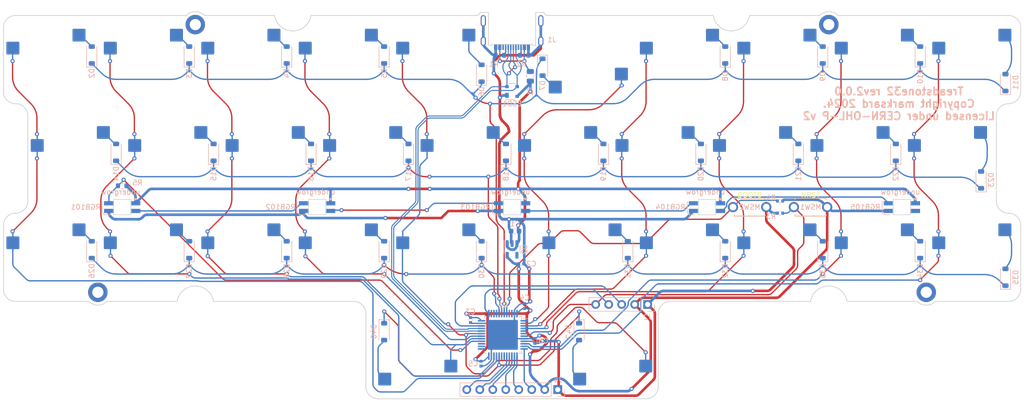
<source format=kicad_pcb>
(kicad_pcb (version 20221018) (generator pcbnew)
  (title_block (title "Treadstone32") (date "2024-01-03") (rev "2.0.0"))
  (layers (0 "F.Cu" signal) (31 "B.Cu" signal) (34 "B.Paste" user) (35 "F.Paste" user) (36 "B.SilkS" user "B.Silkscreen") (37 "F.SilkS" user "F.Silkscreen") (38 "B.Mask" user) (39 "F.Mask" user) (44 "Edge.Cuts" user))
  (net 0 "")
  (net 1 "+5V")
  (net 2 "GND")
  (net 3 "+3.3V")
  (net 4 "D-")
  (net 5 "D+")
  (net 6 "Net-(F1-Pad1)")
  (net 7 "SWDIO")
  (net 8 "SWCLK")
  (net 9 "Net-(D2-A)")
  (net 10 "Net-(D3-A)")
  (net 11 "Net-(D4-A)")
  (net 12 "NRST")
  (net 13 "BOOT0")
  (net 14 "Net-(D5-A)")
  (net 15 "Net-(D6-A)")
  (net 16 "Net-(D7-A)")
  (net 17 "row1")
  (net 18 "Net-(D8-A)")
  (net 19 "Net-(D9-A)")
  (net 20 "Net-(D10-A)")
  (net 21 "Net-(D11-A)")
  (net 22 "Net-(D14-A)")
  (net 23 "Net-(D15-A)")
  (net 24 "Net-(D16-A)")
  (net 25 "Net-(D17-A)")
  (net 26 "Net-(D18-A)")
  (net 27 "Net-(D19-A)")
  (net 28 "Net-(D20-A)")
  (net 29 "Net-(D21-A)")
  (net 30 "Net-(D22-A)")
  (net 31 "Net-(D23-A)")
  (net 32 "Net-(D26-A)")
  (net 33 "Net-(D27-A)")
  (net 34 "Net-(D28-A)")
  (net 35 "Net-(D29-A)")
  (net 36 "Net-(D30-A)")
  (net 37 "Net-(D31-A)")
  (net 38 "Net-(D32-A)")
  (net 39 "Net-(D33-A)")
  (net 40 "Net-(D34-A)")
  (net 41 "row2")
  (net 42 "Net-(D35-A)")
  (net 43 "Net-(D40-A)")
  (net 44 "Net-(D42-A)")
  (net 45 "Net-(J1-CC1)")
  (net 47 "Net-(J1-CC2)")
  (net 49 "adc1")
  (net 50 "adc2")
  (net 51 "adc3")
  (net 52 "adc4")
  (net 53 "dac1")
  (net 54 "row3")
  (net 55 "dac2")
  (net 56 "LED")
  (net 65 "row4")
  (net 71 "col2")
  (net 72 "col3")
  (net 73 "col4")
  (net 74 "col5")
  (net 75 "col6")
  (net 76 "col7")
  (net 77 "col8")
  (net 78 "col9")
  (net 79 "col10")
  (net 80 "col1")
  (net 82 "Net-(RGB101-DOUT)")
  (net 83 "Net-(RGB102-DOUT)")
  (net 84 "Net-(RGB103-DOUT)")
  (net 85 "Net-(RGB104-DOUT)")
  (footprint "Marksard_Keyboard:ts32_PCB_Template_v2.0.0" (layer "F.Cu") (at 59.53125 54.76875)
    (fp_text reference "H1" hide)
    (fp_text value "ts32_PCB_Template" hide)
    (fp_line (start -8.930896 32.146875) (end -8.929776 44.649438) (stroke (width 0.15)) (layer "Edge.Cuts"))
    (fp_line (start -8.929776 -6.548952) (end -8.929776 5.954763) (stroke (width 0.15)) (layer "Edge.Cuts"))
    (fp_line (start -6.548456 47.030748) (end 7.73901 47.029741) (stroke (width 0.15)) (layer "Edge.Cuts"))
    (fp_line (start -4.167136 10.717263) (end -4.167146 27.383105) (stroke (width 0.15)) (layer "Edge.Cuts"))
    (fp_line (start 11.31099 47.029741) (end 25.004034 47.030748) (stroke (width 0.15)) (layer "Edge.Cuts"))
    (fp_line (start 26.790024 -8.930272) (end -6.548456 -8.930272) (stroke (width 0.15)) (layer "Edge.Cuts"))
    (fp_line (start 32.145649 47.031228) (end 59.531244 47.030748) (stroke (width 0.15)) (layer "Edge.Cuts"))
    (fp_line (start 44.054594 -8.930272) (end 30.362004 -8.930272) (stroke (width 0.15)) (layer "Edge.Cuts"))
    (fp_line (start 61.912554 49.412058) (end 61.914494 63.699988) (stroke (width 0.15)) (layer "Edge.Cuts"))
    (fp_line (start 64.295344 66.081308) (end 116.684164 66.081308) (stroke (width 0.15)) (layer "Edge.Cuts"))
    (fp_line (start 83.641632 -8.92946) (end 51.198554 -8.930272) (stroke (width 0.15)) (layer "Edge.Cuts"))
    (fp_line (start 97.333508 -8.92966) (end 129.782114 -8.930272) (stroke (width 0.15)) (layer "Edge.Cuts"))
    (fp_line (start 119.065474 63.699998) (end 119.062414 49.412058) (stroke (width 0.15)) (layer "Edge.Cuts"))
    (fp_line (start 121.443724 47.030748) (end 148.826899 47.030748) (stroke (width 0.15)) (layer "Edge.Cuts"))
    (fp_line (start 150.618664 -8.930272) (end 136.926074 -8.930272) (stroke (width 0.15)) (layer "Edge.Cuts"))
    (fp_line (start 155.970649 47.031308) (end 169.66401 47.029741) (stroke (width 0.15)) (layer "Edge.Cuts"))
    (fp_line (start 173.23599 47.029741) (end 187.529124 47.030748) (stroke (width 0.15)) (layer "Edge.Cuts"))
    (fp_line (start 185.147804 10.717263) (end 185.146824 27.384315) (stroke (width 0.15)) (layer "Edge.Cuts"))
    (fp_line (start 187.529124 -8.930272) (end 154.190644 -8.930272) (stroke (width 0.15)) (layer "Edge.Cuts"))
    (fp_line (start 189.904444 5.954763) (end 189.910444 -6.548952) (stroke (width 0.15)) (layer "Edge.Cuts"))
    (fp_line (start 189.910444 44.649428) (end 189.909444 32.146935) (stroke (width 0.15)) (layer "Edge.Cuts"))
    (fp_arc (start -8.930896 32.146935) (mid -8.233426 30.463095) (end -6.549586 29.765625) (stroke (width 0.15)) (layer "Edge.Cuts"))
    (fp_arc (start -8.929766 -6.548962) (mid -8.232296 -8.232802) (end -6.548456 -8.930272) (stroke (width 0.15)) (layer "Edge.Cuts"))
    (fp_arc (start -6.548466 47.030748) (mid -8.232306 46.333278) (end -8.929776 44.649438) (stroke (width 0.15)) (layer "Edge.Cuts"))
    (fp_arc (start -6.548446 8.335953) (mid -8.232286 7.638483) (end -8.929756 5.954643) (stroke (width 0.15)) (layer "Edge.Cuts"))
    (fp_arc (start -6.548446 8.335953) (mid -4.864606 9.033423) (end -4.167136 10.717263) (stroke (width 0.15)) (layer "Edge.Cuts"))
    (fp_arc (start -4.167146 27.383105) (mid -4.864616 29.066945) (end -6.548456 29.764415) (stroke (width 0.15)) (layer "Edge.Cuts"))
    (fp_arc (start 11.31099 47.029741) (mid 9.525 47.769522) (end 7.73901 47.029741) (stroke (width 0.15)) (layer "Edge.Cuts"))
    (fp_arc (start 25.006894 47.031597) (mid 28.574328 44.007887) (end 32.142885 47.030272) (stroke (width 0.15)) (layer "Edge.Cuts"))
    (fp_arc (start 26.790024 -8.930272) (mid 28.576014 -9.670053) (end 30.362004 -8.930272) (stroke (width 0.15)) (layer "Edge.Cuts"))
    (fp_arc (start 51.198554 -8.930272) (mid 47.624231 -5.901082) (end 44.049145 -8.929364) (stroke (width 0.15)) (layer "Edge.Cuts"))
    (fp_arc (start 59.531244 47.030748) (mid 61.2151 47.728201) (end 61.912554 49.412058) (stroke (width 0.15)) (layer "Edge.Cuts"))
    (fp_arc (start 64.295344 66.081298) (mid 62.611509 65.383814) (end 61.914034 63.699988) (stroke (width 0.15)) (layer "Edge.Cuts"))
    (fp_arc (start 84.236962 -9.52479) (mid 84.062534 -9.103882) (end 83.641632 -8.92946) (stroke (width 0.15)) (layer "Edge.Cuts"))
    (fp_arc (start 97.333508 -8.92966) (mid 96.912567 -9.104054) (end 96.738178 -9.52499) (stroke (width 0.15)) (layer "Edge.Cuts"))
    (fp_arc (start 119.062414 49.412058) (mid 119.7599 47.728253) (end 121.443724 47.030748) (stroke (width 0.15)) (layer "Edge.Cuts"))
    (fp_arc (start 119.065474 63.699998) (mid 118.36798 65.383833) (end 116.684164 66.081308) (stroke (width 0.15)) (layer "Edge.Cuts"))
    (fp_arc (start 136.918106 -8.931597) (mid 133.350672 -5.907887) (end 129.782115 -8.930272) (stroke (width 0.15)) (layer "Edge.Cuts"))
    (fp_arc (start 148.831894 47.031597) (mid 152.399328 44.007887) (end 155.967885 47.030272) (stroke (width 0.15)) (layer "Edge.Cuts"))
    (fp_arc (start 150.618664 -8.930272) (mid 152.404654 -9.670053) (end 154.190644 -8.930272) (stroke (width 0.15)) (layer "Edge.Cuts"))
    (fp_arc (start 173.23599 47.029741) (mid 171.45 47.769522) (end 169.66401 47.029741) (stroke (width 0.15)) (layer "Edge.Cuts"))
    (fp_arc (start 185.147814 10.715618) (mid 185.845308 9.031804) (end 187.529124 8.334308) (stroke (width 0.15)) (layer "Edge.Cuts"))
    (fp_arc (start 187.528134 29.765625) (mid 185.844296 29.068139) (end 185.146824 27.384315) (stroke (width 0.15)) (layer "Edge.Cuts"))
    (fp_arc (start 187.528134 29.765625) (mid 189.211969 30.463079) (end 189.909444 32.146935) (stroke (width 0.15)) (layer "Edge.Cuts"))
    (fp_arc (start 187.529134 -8.930262) (mid 189.213 -8.232813) (end 189.910444 -6.548952) (stroke (width 0.15)) (layer "Edge.Cuts"))
    (fp_arc (start 189.904444 5.954763) (mid 189.206954 7.638575) (end 187.523134 8.336073) (stroke (width 0.15)) (layer "Edge.Cuts"))
    (fp_arc (start 189.910444 44.649438) (mid 189.212963 46.333266) (end 187.529134 47.030748) (stroke (width 0.15)) (layer "Edge.Cuts"))
  )
  (footprint "Diode_SMD:D_SOD-123" (layer "B.Cu") (at 105.965625 53.578125 90)
    (fp_text reference "D4")
    (fp_text value "D")
  )
  (footprint "Diode_SMD:D_SOD-123" (layer "B.Cu") (at 186.928125 72.628125 90)
    (fp_text reference "D20")
    (fp_text value "D")
  )
  (footprint "Diode_SMD:D_SOD-123" (layer "B.Cu") (at 67.865625 53.578125 90)
    (fp_text reference "D2")
    (fp_text value "D")
  )
  (footprint "Resistor_SMD:R_0603_1608Metric" (layer "B.Cu") (at 152.4 53.62575)
    (fp_text reference "R2")
    (fp_text value "5.1k")
  )
  (footprint "Capacitor_SMD:C_0402_1005Metric" (layer "B.Cu") (at 143.946637 113.982545 -90)
    (fp_text reference "C5")
    (fp_text value "100nF")
  )
  (footprint "Marksard_Keyboard:YS-SK6812MINI-E_undergrow" (layer "B.Cu") (at 188.118858 83.343774)
    (fp_text reference "RGB104")
    (fp_text value "YS-SK6812MINI-E" hide)
    (fp_line (start -1.7 -1.5) (end 1.7 -1.5) (stroke (width 0.12)) (layer "Edge.Cuts"))
    (fp_line (start -1.7 1.5) (end -1.7 -1.5) (stroke (width 0.12)) (layer "Edge.Cuts"))
    (fp_line (start 1.7 -1.5) (end 1.7 1.5) (stroke (width 0.12)) (layer "Edge.Cuts"))
    (fp_line (start 1.7 1.5) (end -1.7 1.5) (stroke (width 0.12)) (layer "Edge.Cuts"))
  )
  (footprint "Marksard_Keyboard:YS-SK6812MINI-E_undergrow" (layer "B.Cu") (at 111.918794 83.343774)
    (fp_text reference "RGB102")
    (fp_text value "YS-SK6812MINI-E" hide)
    (fp_line (start -1.7 -1.5) (end 1.7 -1.5) (stroke (width 0.12)) (layer "Edge.Cuts"))
    (fp_line (start -1.7 1.5) (end -1.7 -1.5) (stroke (width 0.12)) (layer "Edge.Cuts"))
    (fp_line (start 1.7 -1.5) (end 1.7 1.5) (stroke (width 0.12)) (layer "Edge.Cuts"))
    (fp_line (start 1.7 1.5) (end -1.7 1.5) (stroke (width 0.12)) (layer "Edge.Cuts"))
  )
  (footprint "Marksard_Keyboard:HRO-TYPE-C-31-M-13x" (layer "B.Cu") (at 150.018826 48.81562)
    (fp_text reference "J1")
    (fp_text value "USB_C_Receptacle_USB2.0" hide)
    (fp_line (start -6.250538 -3.571668) (end -4.62 -3.571878) (stroke (width 0.15)) (layer "Edge.Cuts"))
    (fp_line (start -4.62 -3.571878) (end -4.62 2.671338) (stroke (width 0.15)) (layer "Edge.Cuts"))
    (fp_line (start -4.02 2.671338) (end 4.02 2.671338) (stroke (width 0.15)) (layer "Edge.Cuts"))
    (fp_line (start 4.62 -3.571878) (end 6.250678 -3.571868) (stroke (width 0.15)) (layer "Edge.Cuts"))
    (fp_line (start 4.62 2.671338) (end 4.62 -3.571878) (stroke (width 0.15)) (layer "Edge.Cuts"))
    (fp_arc (start -4.02 2.671338) (mid -4.32 2.971338) (end -4.62 2.671338) (stroke (width 0.15)) (layer "Edge.Cuts"))
    (fp_arc (start 4.62 2.671338) (mid 4.32 2.971338) (end 4.02 2.671338) (stroke (width 0.15)) (layer "Edge.Cuts"))
  )
  (footprint "Diode_SMD:D_SOD-123" (layer "B.Cu") (at 67.865625 91.678125 90)
    (fp_text reference "D26")
    (fp_text value "D")
  )
  (footprint "Diode_SMD:D_SOD-123" (layer "B.Cu") (at 225.028125 72.628125 90)
    (fp_text reference "D22")
    (fp_text value "D")
  )
  (footprint "ai03.MX_Hotswap:MX-Hotswap-1U_F" (layer "B.Cu") (at 83.34375 69.949222 180)
    (fp_text reference "SW15")
    (fp_text value "S")
  )
  (footprint "ai03.MX_Hotswap:MX-Hotswap-1U_F" (layer "B.Cu") (at 59.53125 88.999222 180)
    (fp_text reference "SW26")
    (fp_text value "Z")
  )
  (footprint "Diode_SMD:D_SOD-123" (layer "B.Cu") (at 125.015625 91.678125 90)
    (fp_text reference "D29")
    (fp_text value "D")
  )
  (footprint "Diode_SMD:D_SOD-123" (layer "B.Cu") (at 210.740625 91.678125 90)
    (fp_text reference "D33")
    (fp_text value "D")
  )
  (footprint "Diode_SMD:D_SOD-123" (layer "B.Cu") (at 125.015625 107.71875 -90)
    (fp_text reference "D40")
    (fp_text value "D")
  )
  (footprint "Connector_PinHeader_2.54mm:PinHeader_1x05_P2.54mm_Vertical" (layer "B.Cu") (at 176.525 102.39375 90)
    (fp_text reference "J2")
    (fp_text value "SWD")
  )
  (footprint "Resistor_SMD:R_0402_1005Metric" (layer "B.Cu") (at 202.40637 82.153148)
    (fp_text reference "R4")
    (fp_text value "5.1k")
  )
  (footprint "Diode_SMD:D_SOD-123" (layer "B.Cu") (at 155.971875 55.959375 -90)
    (fp_text reference "D7")
    (fp_text value "D")
  )
  (footprint "ai03.MX_Hotswap:MX-Hotswap-1U_F" (layer "B.Cu") (at 102.39375 69.949222 180)
    (fp_text reference "SW16")
    (fp_text value "D")
  )
  (footprint "ai03.MX_Hotswap:MX-Hotswap-1U_F" (layer "B.Cu") (at 135.73125 50.899222 180)
    (fp_text reference "SW6")
    (fp_text value "T")
  )
  (footprint "ai03.MX_Hotswap:MX-Hotswap-1U_F" (layer "B.Cu") (at 178.59375 69.949222 180)
    (fp_text reference "SW20")
    (fp_text value "J")
  )
  (footprint "ai03.MX_Hotswap:MX-Hotswap-1U_F" (layer "B.Cu") (at 78.58125 88.999222 180)
    (fp_text reference "SW27")
    (fp_text value "X")
  )
  (footprint "ai03.MX_Hotswap:MX-Hotswap-1U_F" (layer "B.Cu") (at 116.68125 88.999222 180)
    (fp_text reference "SW29")
    (fp_text value "V")
  )
  (footprint "Resistor_SMD:R_0402_1005Metric" (layer "B.Cu") (at 202.40637 84.5344)
    (fp_text reference "R3")
    (fp_text value "5.1k")
  )
  (footprint "Diode_SMD:D_SOD-123" (layer "B.Cu") (at 210.740625 53.578125 90)
    (fp_text reference "D9")
    (fp_text value "D")
  )
  (footprint "Diode_SMD:D_SOD-123" (layer "B.Cu") (at 229.790625 91.678125 90)
    (fp_text reference "D34")
    (fp_text value "D")
  )
  (footprint "ai03.MX_Hotswap:MX-Hotswap-1U_F" (layer "B.Cu") (at 130.96881 115.788326)
    (fp_text reference "SW40")
    (fp_text value "BS")
  )
  (footprint "ai03.MX_Hotswap:MX-Hotswap-1U_F" (layer "B.Cu") (at 216.69375 69.949222 180)
    (fp_text reference "SW22")
    (fp_text value "L")
  )
  (footprint "Capacitor_SMD:C_0603_1608Metric" (layer "B.Cu") (at 150.614155 88.053152 180)
    (fp_text reference "C1")
    (fp_text value "10uF")
  )
  (footprint "Diode_SMD:D_SOD-123" (layer "B.Cu") (at 129.778125 72.628125 90)
    (fp_text reference "D17")
    (fp_text value "D")
  )
  (footprint "Diode_SMD:D_SOD-123" (layer "B.Cu") (at 246.459375 97.06875 90)
    (fp_text reference "D35")
    (fp_text value "D")
  )
  (footprint "Marksard_Keyboard:YS-SK6812MINI-E_undergrow" (layer "B.Cu") (at 226.21889 83.343774)
    (fp_text reference "RGB105")
    (fp_text value "YS-SK6812MINI-E" hide)
    (fp_line (start -1.7 -1.5) (end 1.7 -1.5) (stroke (width 0.12)) (layer "Edge.Cuts"))
    (fp_line (start -1.7 1.5) (end -1.7 -1.5) (stroke (width 0.12)) (layer "Edge.Cuts"))
    (fp_line (start 1.7 -1.5) (end 1.7 1.5) (stroke (width 0.12)) (layer "Edge.Cuts"))
    (fp_line (start 1.7 1.5) (end -1.7 1.5) (stroke (width 0.12)) (layer "Edge.Cuts"))
  )
  (footprint "Capacitor_SMD:C_0402_1005Metric" (layer "B.Cu") (at 154.487637 109.537545 90)
    (fp_text reference "C6")
    (fp_text value "100nF")
  )
  (footprint "ai03.MX_Hotswap:MX-Hotswap-1U_F" (layer "B.Cu") (at 235.74375 69.949222 180)
    (fp_text reference "SW23")
    (fp_text value "ENT")
  )
  (footprint "Diode_SMD:D_SOD-123" (layer "B.Cu") (at 86.915625 53.578125 90)
    (fp_text reference "D3")
    (fp_text value "D")
  )
  (footprint "ai03.MX_Hotswap:MX-Hotswap-1U_F" (layer "B.Cu") (at 240.50625 88.999222 180)
    (fp_text reference "SW35")
    (fp_text value "SHIFT")
  )
  (footprint "ai03.MX_Hotswap:MX-Hotswap-1U_F" (layer "B.Cu") (at 59.53125 50.899222 180)
    (fp_text reference "SW2")
    (fp_text value "Q")
  )
  (footprint "Diode_SMD:D_SOD-123" (layer "B.Cu") (at 191.690625 91.678125 90)
    (fp_text reference "D32")
    (fp_text value "D")
  )
  (footprint "ai03.MX_Hotswap:MX-Hotswap-1U_F" (layer "B.Cu") (at 135.73125 88.999222 180)
    (fp_text reference "SW30")
    (fp_text value "B")
  )
  (footprint "ai03.MX_Hotswap:MX-Hotswap-1U_F" (layer "B.Cu") (at 121.44375 69.949222 180)
    (fp_text reference "SW17")
    (fp_text value "F")
  )
  (footprint "Diode_SMD:D_SOD-123" (layer "B.Cu") (at 163.115625 107.71875 -90)
    (fp_text reference "D42")
    (fp_text value "D")
  )
  (footprint "ai03.MX_Hotswap:MX-Hotswap-1U_F" (layer "B.Cu") (at 97.63125 88.999222 180)
    (fp_text reference "SW28")
    (fp_text value "C")
  )
  (footprint "Capacitor_SMD:C_0402_1005Metric" (layer "B.Cu") (at 151.804765 94.44692)
    (fp_text reference "C2")
    (fp_text value "1uF")
  )
  (footprint "Diode_SMD:D_SOD-123" (layer "B.Cu") (at 105.965625 91.678125 90)
    (fp_text reference "D28")
    (fp_text value "D")
  )
  (footprint "ai03.MX_Hotswap:MX-Hotswap-1U_F" (layer "B.Cu") (at 159.54375 69.949222 180)
    (fp_text reference "SW19")
    (fp_text value "H")
  )
  (footprint "Connector_PinHeader_2.54mm:PinHeader_1x08_P2.54mm_Vertical" (layer "B.Cu") (at 158.948537 119.062554 90)
    (fp_text reference "J4")
    (fp_text value "AUX")
  )
  (footprint "Diode_SMD:D_SOD-123" (layer "B.Cu") (at 172.640625 91.678125 90)
    (fp_text reference "D31")
    (fp_text value "D")
  )
  (footprint "ai03.MX_Hotswap:MX-Hotswap-1U_F" (layer "B.Cu") (at 78.58125 50.899222 180)
    (fp_text reference "SW3")
    (fp_text value "W")
  )
  (footprint "Marksard_Keyboard:YS-SK6812MINI-E_undergrow" (layer "B.Cu") (at 150.018826 83.343774)
    (fp_text reference "RGB103")
    (fp_text value "YS-SK6812MINI-E" hide)
    (fp_line (start -1.7 -1.5) (end 1.7 -1.5) (stroke (width 0.12)) (layer "Edge.Cuts"))
    (fp_line (start -1.7 1.5) (end -1.7 -1.5) (stroke (width 0.12)) (layer "Edge.Cuts"))
    (fp_line (start 1.7 -1.5) (end 1.7 1.5) (stroke (width 0.12)) (layer "Edge.Cuts"))
    (fp_line (start 1.7 1.5) (end -1.7 1.5) (stroke (width 0.12)) (layer "Edge.Cuts"))
  )
  (footprint "Resistor_SMD:R_0603_1608Metric" (layer "B.Cu") (at 73.818762 79.176583)
    (fp_text reference "R5")
    (fp_text value "5.1k")
  )
  (footprint "Marksard_Keyboard:TVBP06-B043CB" (layer "B.Cu") (at 208.3595 83.343774)
    (fp_text reference "MSW1")
    (fp_text value "NRST")
  )
  (footprint "Diode_SMD:D_SOD-123" (layer "B.Cu") (at 144.065625 57.15 90)
    (fp_text reference "D6")
    (fp_text value "D")
  )
  (footprint "Package_TO_SOT_SMD:SOT-23-5" (layer "B.Cu") (at 150.018842 91.62503 -90)
    (fp_text reference "U2")
    (fp_text value "TLV73333PDBV")
  )
  (footprint "Diode_SMD:D_SOD-123" (layer "B.Cu") (at 246.459375 58.96875 90)
    (fp_text reference "D11")
    (fp_text value "D")
  )
  (footprint "ai03.MX_Hotswap:MX-Hotswap-1U_F" (layer "B.Cu") (at 197.64375 69.949222 180)
    (fp_text reference "SW21")
    (fp_text value "K")
  )
  (footprint "ai03.MX_Hotswap:MX-Hotswap-1U_F" (layer "B.Cu") (at 240.50625 50.899222 180)
    (fp_text reference "SW11")
    (fp_text value "P")
  )
  (footprint "Capacitor_SMD:C_0402_1005Metric" (layer "B.Cu") (at 141.914637 105.445545 -90)
    (fp_text reference "C3")
    (fp_text value "100nF")
  )
  (footprint "Diode_SMD:D_SOD-123" (layer "B.Cu") (at 205.978125 72.628125 90)
    (fp_text reference "D21")
    (fp_text value "D")
  )
  (footprint "ai03.MX_Hotswap:MX-Hotswap-1U_F" (layer "B.Cu") (at 202.40625 88.999222 180)
    (fp_text reference "SW33")
    (fp_text value ",")
  )
  (footprint "Diode_SMD:D_SOD-123" (layer "B.Cu") (at 110.728125 72.628125 90)
    (fp_text reference "D16")
    (fp_text value "D")
  )
  (footprint "Resistor_SMD:R_0603_1608Metric" (layer "B.Cu") (at 147.6375 53.62575 180)
    (fp_text reference "R1")
    (fp_text value "5.1k")
  )
  (footprint "Diode_SMD:D_SOD-123" (layer "B.Cu") (at 144.065625 91.678125 90)
    (fp_text reference "D30")
    (fp_text value "D")
  )
  (footprint "ai03.MX_Hotswap:MX-Hotswap-1U_F" (layer "B.Cu") (at 183.35625 88.999222 180)
    (fp_text reference "SW32")
    (fp_text value "M")
  )
  (footprint "Diode_SMD:D_SOD-123" (layer "B.Cu") (at 125.015625 53.578125 90)
    (fp_text reference "D5")
    (fp_text value "D")
  )
  (footprint "ai03.MX_Hotswap:MX-Hotswap-1U_F" (layer "B.Cu") (at 97.63125 50.899222 180)
    (fp_text reference "SW4")
    (fp_text value "E")
  )
  (footprint "Diode_SMD:D_SOD-123" (layer "B.Cu") (at 191.690625 53.578125 90)
    (fp_text reference "D8")
    (fp_text value "D")
  )
  (footprint "Diode_SMD:D_SOD-123" (layer "B.Cu") (at 241.696875 78.01875 90)
    (fp_text reference "D23")
    (fp_text value "D")
  )
  (footprint "Capacitor_SMD:C_0402_1005Metric" (layer "B.Cu") (at 152.455637 102.707545 90)
    (fp_text reference "C4")
    (fp_text value "100nF")
  )
  (footprint "Fuse:Fuse_0805_2012Metric" (layer "B.Cu") (at 153.59072 57.745315 -90)
    (fp_text reference "F1")
    (fp_text value "500mA")
  )
  (footprint "ai03.MX_Hotswap:MX-Hotswap-1U_F" (layer "B.Cu") (at 164.306338 58.638278)
    (fp_text reference "SW7")
    (fp_text value "Y")
  )
  (footprint "Marksard_Keyboard:YS-SK6812MINI-E_undergrow" (layer "B.Cu") (at 73.818762 83.343774)
    (fp_text reference "RGB101")
    (fp_text value "YS-SK6812MINI-E" hide)
    (fp_line (start -1.7 -1.5) (end 1.7 -1.5) (stroke (width 0.12)) (layer "Edge.Cuts"))
    (fp_line (start -1.7 1.5) (end -1.7 -1.5) (stroke (width 0.12)) (layer "Edge.Cuts"))
    (fp_line (start 1.7 -1.5) (end 1.7 1.5) (stroke (width 0.12)) (layer "Edge.Cuts"))
    (fp_line (start 1.7 1.5) (end -1.7 1.5) (stroke (width 0.12)) (layer "Edge.Cuts"))
  )
  (footprint "Diode_SMD:D_SOD-123" (layer "B.Cu") (at 167.878125 72.628125 90)
    (fp_text reference "D19")
    (fp_text value "D")
  )
  (footprint "ai03.MX_Hotswap:MX-Hotswap-1U_F" (layer "B.Cu") (at 221.45625 88.999222 180)
    (fp_text reference "SW34")
    (fp_text value ".")
  )
  (footprint "Diode_SMD:D_SOD-123" (layer "B.Cu") (at 148.828125 72.628125 90)
    (fp_text reference "D18")
    (fp_text value "D")
  )
  (footprint "ai03.MX_Hotswap:MX-Hotswap-1U_F" (layer "B.Cu") (at 183.35625 50.899222 180)
    (fp_text reference "SW8")
    (fp_text value "U")
  )
  (footprint "ai03.MX_Hotswap:MX-Hotswap-1U_F" (layer "B.Cu") (at 140.49375 69.949222 180)
    (fp_text reference "SW18")
    (fp_text value "G")
  )
  (footprint "ai03.MX_Hotswap:MX-Hotswap-1U_F" (layer "B.Cu") (at 64.29375 69.949222 180)
    (fp_text reference "SW14")
    (fp_text value "A")
  )
  (footprint "Diode_SMD:D_SOD-123" (layer "B.Cu") (at 72.628125 72.628125 90)
    (fp_text reference "D14")
    (fp_text value "D")
  )
  (footprint "Diode_SMD:D_SOD-123" (layer "B.Cu") (at 86.915625 91.678125 90)
    (fp_text reference "D27")
    (fp_text value "D")
  )
  (footprint "ai03.MX_Hotswap:MX-Hotswap-1U_F" (layer "B.Cu") (at 164.30625 88.999222 180)
    (fp_text reference "SW31")
    (fp_text value "N")
  )
  (footprint "ai03.MX_Hotswap:MX-Hotswap-1U_F" (layer "B.Cu") (at 221.45625 50.899222 180)
    (fp_text reference "SW10")
    (fp_text value "O")
  )
  (footprint "Package_QFP:LQFP-48_7x7mm_P0.5mm" (layer "B.Cu") (at 148.232887 108.34692 180)
    (fp_text reference "U1")
    (fp_text value "STM32F072C8Tx")
  )
  (footprint "Package_TO_SOT_SMD:SOT-143" (layer "B.Cu") (at 150.018842 60.721875)
    (fp_text reference "ESD1")
    (fp_text value "PRTR5V0U2X")
  )
  (footprint "Marksard_Keyboard:TVBP06-B043CB" (layer "B.Cu") (at 196.45324 83.343774)
    (fp_text reference "MSW2")
    (fp_text value "BOOT0")
  )
  (footprint "ai03.MX_Hotswap:MX-Hotswap-1U_F" (layer "B.Cu") (at 169.06881 115.788326)
    (fp_text reference "SW42")
    (fp_text value "SPC")
  )
  (footprint "Diode_SMD:D_SOD-123" (layer "B.Cu") (at 91.678125 72.628125 90)
    (fp_text reference "D15")
    (fp_text value "D")
  )
  (footprint "ai03.MX_Hotswap:MX-Hotswap-1U_F" (layer "B.Cu") (at 202.40625 50.899222 180)
    (fp_text reference "SW9")
    (fp_text value "I")
  )
  (footprint "ai03.MX_Hotswap:MX-Hotswap-1U_F" (layer "B.Cu") (at 116.68125 50.899222 180)
    (fp_text reference "SW5")
    (fp_text value "R")
  )
  (footprint "Diode_SMD:D_SOD-123" (layer "B.Cu") (at 229.790625 53.578125 90)
    (fp_text reference "D10")
    (fp_text value "D")
  )
  (gr_text "Treadstone32 rev2.0.0\nCopyright marksard 2024.\nLicensed under CERN-OHL-P v2" (at 225.623593 63.103132) (layer "B.SilkS") (effects (font (size 1.5 1.5) (thickness 0.3)) (justify mirror)))
  (segment (start 151.502345 78.118626) (end 151.502361 78.11861) (width 0.508) (layer "F.Cu") (net 1))
  (segment (start 152.238357 85.886763) (end 151.209468 86.915652) (width 0.508) (layer "F.Cu") (net 1))
  (segment (start 151.795254 62.517346) (end 153.59072 60.72188) (width 0.508) (layer "F.Cu") (net 1))
  (segment (start 151.209452 79.771896) (end 151.209452 78.825733) (width 0.508) (layer "F.Cu") (net 1))
  (segment (start 151.502361 78.11861) (end 151.502361 63.224453) (width 0.508) (layer "F.Cu") (net 1))
  (segment (start 151.209452 79.771896) (end 152.238357 80.800801) (width 0.508) (layer "F.Cu") (net 1))
  (segment (start 133.945375 79.771896) (end 129.778184 79.771896) (width 0.508) (layer "F.Cu") (net 1))
  (segment (start 152.53125 81.507908) (end 152.53125 85.179656) (width 0.508) (layer "F.Cu") (net 1))
  (via (at 151.209452 79.771896) (size 0.8) (drill 0.4) (layers "F.Cu" "B.Cu") (net 1))
  (via (at 153.59072 60.72188) (size 0.8) (drill 0.4) (layers "F.Cu" "B.Cu") (net 1))
  (via (at 133.945375 79.771896) (size 0.8) (drill 0.4) (layers "F.Cu" "B.Cu") (net 1))
  (via (at 151.209468 86.915652) (size 0.8) (drill 0.4) (layers "F.Cu" "B.Cu") (net 1))
  (via (at 129.778184 79.771896) (size 0.8) (drill 0.4) (layers "F.Cu" "B.Cu") (net 1))
  (arc (start 151.209452 78.825733) (mid 151.285572 78.44305) (end 151.502345 78.118626) (width 0.508) (layer "F.Cu") (net 1))
  (arc (start 152.238357 80.800801) (mid 152.45513 81.125224) (end 152.53125 81.507908) (width 0.508) (layer "F.Cu") (net 1))
  (arc (start 151.795254 62.517346) (mid 151.578481 62.841769) (end 151.502361 63.224453) (width 0.508) (layer "F.Cu") (net 1))
  (arc (start 152.53125 85.179656) (mid 152.45513 85.562339) (end 152.238357 85.886763) (width 0.508) (layer "F.Cu") (net 1))
  (segment (start 78.947747 80.064789) (end 76.418762 82.593774) (width 0.508) (layer "B.Cu") (net 1))
  (segment (start 151.389155 88.053152) (end 151.389155 89.653003) (width 0.508) (layer "B.Cu") (net 1))
  (segment (start 76.418762 81.365797) (end 76.418762 82.593774) (width 0.508) (layer "B.Cu") (net 1))
  (segment (start 74.643762 79.176583) (end 76.125869 80.65869) (width 0.508) (layer "B.Cu") (net 1))
  (segment (start 151.209452 79.771896) (end 133.945375 79.771896) (width 0.508) (layer "B.Cu") (net 1))
  (segment (start 114.300046 79.771896) (end 79.654854 79.771896) (width 0.508) (layer "B.Cu") (net 1))
  (segment (start 114.518794 79.990644) (end 114.676611 79.990644) (width 0.508) (layer "B.Cu") (net 1))
  (segment (start 190.50011 79.929713) (end 190.718858 80.148461) (width 0.508) (layer "B.Cu") (net 1))
  (segment (start 149.068842 91.106342) (end 149.068842 90.48753) (width 0.508) (layer "B.Cu") (net 1))
  (segment (start 152.618826 82.593774) (end 152.618826 81.595484) (width 0.508) (layer "B.Cu") (net 1))
  (segment (start 228.81889 82.089988) (end 228.81889 82.593774) (width 0.508) (layer "B.Cu") (net 1))
  (segment (start 150.43125 91.66875) (end 150.045464 91.66875) (width 0.508) (layer "B.Cu") (net 1))
  (segment (start 227.207905 80.064789) (end 228.525997 81.382881) (width 0.508) (layer "B.Cu") (net 1))
  (segment (start 191.095423 79.771896) (end 226.500798 79.771896) (width 0.508) (layer "B.Cu") (net 1))
  (segment (start 114.895359 79.771896) (end 114.300046 79.771896) (width 0.508) (layer "B.Cu") (net 1))
  (segment (start 114.518794 79.990644) (end 114.300046 79.771896) (width 0.508) (layer "B.Cu") (net 1))
  (segment (start 150.675949 91.424051) (end 150.43125 91.66875) (width 0.508) (layer "B.Cu") (net 1))
  (segment (start 152.325933 80.888377) (end 151.209452 79.771896) (width 0.508) (layer "B.Cu") (net 1))
  (segment (start 190.50011 79.771896) (end 190.50011 79.929713) (width 0.508) (layer "B.Cu") (net 1))
  (segment (start 153.297827 59.39289) (end 151.018842 61.671875) (width 0.508) (layer "B.Cu") (net 1))
  (segment (start 129.778184 79.771896) (end 114.895359 79.771896) (width 0.508) (layer "B.Cu") (net 1))
  (segment (start 149.338357 91.375857) (end 149.068842 91.106342) (width 0.508) (layer "B.Cu") (net 1))
  (segment (start 151.209452 79.771896) (end 190.50011 79.771896) (width 0.508) (layer "B.Cu") (net 1))
  (segment (start 153.59072 58.682815) (end 153.59072 60.72188) (width 0.508) (layer "B.Cu") (net 1))
  (segment (start 114.676611 79.990644) (end 114.895359 79.771896) (width 0.508) (layer "B.Cu") (net 1))
  (segment (start 190.718858 82.593774) (end 190.718858 80.148461) (width 0.508) (layer "B.Cu") (net 1))
  (segment (start 190.50011 79.771896) (end 191.095423 79.771896) (width 0.508) (layer "B.Cu") (net 1))
  (segment (start 151.209468 86.915652) (end 151.209468 87.873465) (width 0.508) (layer "B.Cu") (net 1))
  (segment (start 114.518794 82.593774) (end 114.518794 79.990644) (width 0.508) (layer "B.Cu") (net 1))
  (segment (start 151.096262 90.36011) (end 150.968842 90.48753) (width 0.508) (layer "B.Cu") (net 1))
  (segment (start 190.718858 80.148461) (end 191.095423 79.771896) (width 0.508) (layer "B.Cu") (net 1))
  (arc (start 78.947747 80.064789) (mid 79.27217 79.848016) (end 79.654854 79.771896) (width 0.508) (layer "B.Cu") (net 1))
  (arc (start 153.59072 58.685783) (mid 153.5146 59.068466) (end 153.297827 59.39289) (width 0.508) (layer "B.Cu") (net 1))
  (arc (start 226.500798 79.771896) (mid 226.883481 79.848016) (end 227.207905 80.064789) (width 0.508) (layer "B.Cu") (net 1))
  (arc (start 76.125869 80.65869) (mid 76.342642 80.983113) (end 76.418762 81.365797) (width 0.508) (layer "B.Cu") (net 1))
  (arc (start 150.675949 91.424051) (mid 150.892722 91.099628) (end 150.968842 90.716944) (width 0.508) (layer "B.Cu") (net 1))
  (arc (start 152.325933 80.888377) (mid 152.542706 81.2128) (end 152.618826 81.595484) (width 0.508) (layer "B.Cu") (net 1))
  (arc (start 151.096262 90.36011) (mid 151.313035 90.035687) (end 151.389155 89.653003) (width 0.508) (layer "B.Cu") (net 1))
  (arc (start 228.525997 81.382881) (mid 228.74277 81.707304) (end 228.81889 82.089988) (width 0.508) (layer "B.Cu") (net 1))
  (arc (start 149.338357 91.375857) (mid 149.66278 91.59263) (end 150.045464 91.66875) (width 0.508) (layer "B.Cu") (net 1))
  (segment (start 156.4335 108.771) (end 156.533063 108.870563) (width 0.508) (layer "F.Cu") (net 2))
  (segment (start 149.121312 67.533664) (end 149.186737 67.646989) (width 0.508) (layer "F.Cu") (net 2))
  (segment (start 147.637681 65.153393) (end 147.638562 65.21886) (width 0.508) (layer "F.Cu") (net 2))
  (segment (start 143.306274 84.093774) (end 143.291298 84.10875) (width 0.508) (layer "F.Cu") (net 2))
  (segment (start 149.396087 68.263753) (end 149.414063 68.400317) (width 0.508) (layer "F.Cu") (net 2))
  (segment (start 154.13125 111.56875) (end 153.53125 112.16875) (width 0.508) (layer "F.Cu") (net 2))
  (segment (start 137.558573 84.10875) (end 136.188573 85.47875) (width 0.508) (layer "F.Cu") (net 2))
  (segment (start 173.380544 118.918044) (end 176.545464 115.753123) (width 0.508) (layer "F.Cu") (net 2))
  (segment (start 156.825956 109.57767) (end 156.825956 109.949044) (width 0.508) (layer "F.Cu") (net 2))
  (segment (start 153.38133 101.589103) (end 153.590704 101.798477) (width 0.508) (layer "F.Cu") (net 2))
  (segment (start 148.012435 66.311218) (end 148.096145 66.420315) (width 0.508) (layer "F.Cu") (net 2))
  (segment (start 146.446964 54.850632) (end 146.446964 57.150002) (width 0.508) (layer "F.Cu") (net 2))
  (segment (start 154.377823 111.56875) (end 154.13125 111.56875) (width 0.508) (layer "F.Cu") (net 2))
  (segment (start 149.336706 68.009067) (end 149.37057 68.135459) (width 0.508) (layer "F.Cu") (net 2))
  (segment (start 177.13125 114.33891) (end 177.13125 105.954214) (width 0.508) (layer "F.Cu") (net 2))
  (segment (start 147.874338 66.089129) (end 147.939765 66.202456) (width 0.508) (layer "F.Cu") (net 2))
  (segment (start 147.668846 53.62875) (end 146.446964 54.850632) (width 0.508) (layer "F.Cu") (net 2))
  (segment (start 136.188573 85.47875) (end 125.26125 85.47875) (width 0.508) (layer "F.Cu") (net 2))
  (segment (start 148.842436 67.180065) (end 148.88809 67.226969) (width 0.508) (layer "F.Cu") (net 2))
  (segment (start 211.316607 91.833261) (end 202.355904 100.793964) (width 0.508) (layer "F.Cu") (net 2))
  (segment (start 147.647024 65.335913) (end 147.664985 65.472359) (width 0.508) (layer "F.Cu") (net 2))
  (segment (start 147.051803 57.754841) (end 146.446964 57.150002) (width 0.508) (layer "F.Cu") (net 2))
  (segment (start 156.825956 109.949044) (end 155.792036 110.982964) (width 0.508) (layer "F.Cu") (net 2))
  (segment (start 147.53125 70.895917) (end 147.53125 84.754536) (width 0.508) (layer "F.Cu") (net 2))
  (segment (start 176.838357 105.247107) (end 173.985 102.39375) (width 0.508) (layer "F.Cu") (net 2))
  (segment (start 153.38133 95.42192) (end 153.38133 101.589103) (width 0.508) (layer "F.Cu") (net 2))
  (segment (start 148.087526 85.725026) (end 149.423513 85.725026) (width 0.508) (layer "F.Cu") (net 2))
  (segment (start 155.376643 108.478107) (end 155.726393 108.478107) (width 0.508) (layer "F.Cu") (net 2))
  (segment (start 148.964865 67.315717) (end 149.048642 67.424901) (width 0.508) (layer "F.Cu") (net 2))
  (segment (start 147.824143 85.461643) (end 148.087526 85.725026) (width 0.508) (layer "F.Cu") (net 2))
  (segment (start 154.304966 53.62875) (end 147.668846 53.62875) (width 0.508) (layer "F.Cu") (net 2))
  (segment (start 147.63759 61.912506) (end 147.63759 65.139933) (width 0.508) (layer "F.Cu") (net 2))
  (segment (start 147.766413 65.850919) (end 147.816487 65.971812) (width 0.508) (layer "F.Cu") (net 2))
  (segment (start 149.422522 68.517119) (end 149.423513 68.58944) (width 0.508) (layer "F.Cu") (net 2))
  (segment (start 155.63875 52.294966) (end 154.304966 53.62875) (width 0.508) (layer "F.Cu") (net 2))
  (segment (start 174.999 101.37975) (end 173.985 102.39375) (width 0.508) (layer "F.Cu") (net 2))
  (segment (start 147.63759 61.912506) (end 147.63759 59.169055) (width 0.508) (layer "F.Cu") (net 2))
  (segment (start 147.637574 70.789593) (end 147.53125 70.895917) (width 0.508) (layer "F.Cu") (net 2))
  (segment (start 147.690501 65.600646) (end 147.724366 65.727045) (width 0.508) (layer "F.Cu") (net 2))
  (segment (start 149.244587 67.764304) (end 149.29466 67.885197) (width 0.508) (layer "F.Cu") (net 2))
  (segment (start 155.63875 50.886966) (end 155.63875 52.294966) (width 0.508) (layer "F.Cu") (net 2))
  (segment (start 148.173082 66.509229) (end 148.218747 66.556123) (width 0.508) (layer "F.Cu") (net 2))
  (segment (start 143.291298 84.10875) (end 137.558573 84.10875) (width 0.508) (layer "F.Cu") (net 2))
  (segment (start 201.648797 101.086857) (end 175.706107 101.086857) (width 0.508) (layer "F.Cu") (net 2))
  (segment (start 149.423513 68.58944) (end 147.930467 70.082486) (width 0.508) (layer "F.Cu") (net 2))
  (segment (start 211.6095 83.343774) (end 211.6095 91.126154) (width 0.508) (layer "F.Cu") (net 2))
  (segment (start 148.228069 66.565569) (end 148.832953 67.170453) (width 0.508) (layer "F.Cu") (net 2))
  (via (at 146.446964 57.150002) (size 0.8) (drill 0.4) (layers "F.Cu" "B.Cu") (net 2))
  (via (at 173.380544 118.918044) (size 0.8) (drill 0.4) (layers "F.Cu" "B.Cu") (net 2))
  (via (at 125.26125 85.47875) (size 0.8) (drill 0.4) (layers "F.Cu" "B.Cu") (net 2))
  (via (at 153.590704 101.798477) (size 0.8) (drill 0.4) (layers "F.Cu" "B.Cu") (net 2))
  (via (at 143.306274 84.093774) (size 0.8) (drill 0.4) (layers "F.Cu" "B.Cu") (net 2))
  (via (at 155.376643 108.478107) (size 0.8) (drill 0.4) (layers "F.Cu" "B.Cu") (net 2))
  (via (at 147.63759 61.912506) (size 0.8) (drill 0.4) (layers "F.Cu" "B.Cu") (net 2))
  (via (at 149.423513 85.725026) (size 0.8) (drill 0.4) (layers "F.Cu" "B.Cu") (net 2))
  (via (at 153.53125 112.16875) (size 0.8) (drill 0.4) (layers "F.Cu" "B.Cu") (net 2))
  (via (at 153.38133 95.42192) (size 0.8) (drill 0.4) (layers "F.Cu" "B.Cu") (net 2))
  (arc (start 175.706107 101.086857) (mid 175.323424 101.162977) (end 174.999 101.37975) (width 0.508) (layer "F.Cu") (net 2))
  (arc (start 147.63759 65.139933) (mid 147.637613 65.146663) (end 147.637681 65.153393) (width 0.508) (layer "F.Cu") (net 2))
  (arc (start 201.648797 101.086857) (mid 202.03148 101.010737) (end 202.355904 100.793964) (width 0.508) (layer "F.Cu") (net 2))
  (arc (start 176.545464 115.753123) (mid 176.979023 115.10428) (end 177.13125 114.33891) (width 0.508) (layer "F.Cu") (net 2))
  (arc (start 148.218747 66.556123) (mid 148.223392 66.560861) (end 148.228069 66.565569) (width 0.508) (layer "F.Cu") (net 2))
  (arc (start 148.832953 67.170453) (mid 148.837711 67.175243) (end 148.842436 67.180065) (width 0.508) (layer "F.Cu") (net 2))
  (arc (start 148.096145 66.420315) (mid 148.133305 66.465904) (end 148.173082 66.509229) (width 0.508) (layer "F.Cu") (net 2))
  (arc (start 148.88809 67.226969) (mid 148.92778 67.270216) (end 148.964865 67.315717) (width 0.508) (layer "F.Cu") (net 2))
  (arc (start 156.533063 108.870563) (mid 156.749836 109.194986) (end 156.825956 109.57767) (width 0.508) (layer "F.Cu") (net 2))
  (arc (start 147.930467 70.082486) (mid 147.713694 70.406909) (end 147.637574 70.789593) (width 0.508) (layer "F.Cu") (net 2))
  (arc (start 177.13125 105.954214) (mid 177.05513 105.571531) (end 176.838357 105.247107) (width 0.508) (layer "F.Cu") (net 2))
  (arc (start 154.377823 111.56875) (mid 155.14319 111.416509) (end 155.792036 110.982964) (width 0.508) (layer "F.Cu") (net 2))
  (arc (start 147.051803 57.754841) (mid 147.485349 58.403688) (end 147.63759 59.169055) (width 0.508) (layer "F.Cu") (net 2))
  (arc (start 147.816487 65.971812) (mid 147.843492 66.031418) (end 147.874338 66.089129) (width 0.508) (layer "F.Cu") (net 2))
  (arc (start 147.664985 65.472359) (mid 147.675643 65.53692) (end 147.690501 65.600646) (width 0.508) (layer "F.Cu") (net 2))
  (arc (start 147.53125 84.754536) (mid 147.60737 85.137219) (end 147.824143 85.461643) (width 0.508) (layer "F.Cu") (net 2))
  (arc (start 149.414063 68.400317) (mid 149.420004 68.458594) (end 149.422522 68.517119) (width 0.508) (layer "F.Cu") (net 2))
  (arc (start 156.4335 108.771) (mid 156.109077 108.554227) (end 155.726393 108.478107) (width 0.508) (layer "F.Cu") (net 2))
  (arc (start 149.186737 67.646989) (mid 149.217582 67.7047) (end 149.244587 67.764304) (width 0.508) (layer "F.Cu") (net 2))
  (arc (start 149.29466 67.885197) (mid 149.317711 67.946444) (end 149.336706 68.009067) (width 0.508) (layer "F.Cu") (net 2))
  (arc (start 147.724366 65.727045) (mid 147.743362 65.78967) (end 147.766413 65.850919) (width 0.508) (layer "F.Cu") (net 2))
  (arc (start 211.6095 91.126154) (mid 211.53338 91.508837) (end 211.316607 91.833261) (width 0.508) (layer "F.Cu") (net 2))
  (arc (start 147.939765 66.202456) (mid 147.97432 66.258027) (end 148.012435 66.311218) (width 0.508) (layer "F.Cu") (net 2))
  (arc (start 147.638562 65.21886) (mid 147.641074 65.277511) (end 147.647024 65.335913) (width 0.508) (layer "F.Cu") (net 2))
  (arc (start 149.048642 67.424901) (mid 149.086757 67.478093) (end 149.121312 67.533664) (width 0.508) (layer "F.Cu") (net 2))
  (arc (start 149.37057 68.135459) (mid 149.385428 68.199188) (end 149.396087 68.263753) (width 0.508) (layer "F.Cu") (net 2))
  (segment (start 152.284765 94.44692) (end 152.40633 94.44692) (width 0.508) (layer "B.Cu") (net 2))
  (segment (start 173.380544 118.918044) (end 173.222731 119.075857) (width 0.508) (layer "B.Cu") (net 2))
  (segment (start 153.21875 53.6195) (end 153.225 53.62575) (width 0.254) (layer "B.Cu") (net 2))
  (segment (start 149.443789 85.70475) (end 183.493668 85.70475) (width 0.508) (layer "B.Cu") (net 2))
  (segment (start 172.515624 119.36875) (end 163.259677 119.36875) (width 0.508) (layer "B.Cu") (net 2))
  (segment (start 147.418826 84.59756) (end 147.418826 84.093774) (width 0.508) (layer "B.Cu") (net 2))
  (segment (start 223.61889 84.093774) (end 212.773714 84.093774) (width 0.508) (layer "B.Cu") (net 2))
  (segment (start 149.423513 85.725026) (end 148.546292 85.725026) (width 0.508) (layer "B.Cu") (net 2))
  (segment (start 153.21875 52.036966) (end 153.21875 53.6195) (width 0.254) (layer "B.Cu") (net 2))
  (segment (start 155.63875 51.247036) (end 155.63875 46.61275) (width 0.508) (layer "B.Cu") (net 2))
  (segment (start 155.376643 108.34692) (end 155.376643 108.478107) (width 0.254) (layer "B.Cu") (net 2))
  (segment (start 76.976426 85.725026) (end 72.510181 85.725026) (width 0.508) (layer "B.Cu") (net 2))
  (segment (start 109.31623 84.093774) (end 109.31623 84.767111) (width 0.508) (layer "B.Cu") (net 2))
  (segment (start 184.200775 85.411857) (end 185.518858 84.093774) (width 0.508) (layer "B.Cu") (net 2))
  (segment (start 152.40633 94.44692) (end 153.38133 95.42192) (width 0.508) (layer "B.Cu") (net 2))
  (segment (start 153.967143 53.332857) (end 155.345857 51.954143) (width 0.508) (layer "B.Cu") (net 2))
  (segment (start 210.741287 82.475561) (end 211.6095 83.343774) (width 0.508) (layer "B.Cu") (net 2))
  (segment (start 154.117037 116.771054) (end 156.408537 119.062554) (width 0.508) (layer "B.Cu") (net 2))
  (segment (start 146.81875 53.6195) (end 146.8125 53.62575) (width 0.254) (layer "B.Cu") (net 2))
  (segment (start 150.795238 85.725026) (end 149.423513 85.725026) (width 0.508) (layer "B.Cu") (net 2))
  (segment (start 71.218762 84.433607) (end 71.218762 84.093774) (width 0.508) (layer "B.Cu") (net 2))
  (segment (start 142.086012 106.09692) (end 144.070387 106.09692) (width 0.254) (layer "B.Cu") (net 2))
  (segment (start 144.070387 106.09692) (end 145.40308 106.09692) (width 0.254) (layer "B.Cu") (net 2))
  (segment (start 147.839185 85.432133) (end 147.711719 85.304667) (width 0.508) (layer "B.Cu") (net 2))
  (segment (start 153.454529 101.934652) (end 153.590704 101.798477) (width 0.254) (layer "B.Cu") (net 2))
  (segment (start 108.161534 84.83682) (end 78.69306 84.83682) (width 0.508) (layer "B.Cu") (net 2))
  (segment (start 149.018842 61.471875) (end 148.492435 61.471875) (width 0.508) (layer "B.Cu") (net 2))
  (segment (start 71.803074 85.432133) (end 71.511655 85.140714) (width 0.508) (layer "B.Cu") (net 2))
  (segment (start 159.102823 116.86875) (end 158.859677 116.86875) (width 0.508) (layer "B.Cu") (net 2))
  (segment (start 141.914637 105.925545) (end 142.086012 106.09692) (width 0.254) (layer "B.Cu") (net 2))
  (segment (start 145.421563 113.876758) (end 145.689994 113.608327) (width 0.254) (layer "B.Cu") (net 2))
  (segment (start 152.455637 102.227545) (end 152.047962 102.227545) (width 0.254) (layer "B.Cu") (net 2))
  (segment (start 109.318794 84.093774) (end 109.31623 84.093774) (width 0.254) (layer "B.Cu") (net 2))
  (segment (start 152.455637 102.227545) (end 152.747422 102.227545) (width 0.254) (layer "B.Cu") (net 2))
  (segment (start 109.31623 84.767111) (end 110.027869 85.47875) (width 0.508) (layer "B.Cu") (net 2))
  (segment (start 145.982887 111.220387) (end 145.93125 111.16875) (width 0.254) (layer "B.Cu") (net 2))
  (segment (start 146.81875 52.036966) (end 146.81875 53.6195) (width 0.254) (layer "B.Cu") (net 2))
  (segment (start 152.395387 109.09692) (end 151.05942 109.09692) (width 0.254) (layer "B.Cu") (net 2))
  (segment (start 152.107185 86.622759) (end 151.502345 86.017919) (width 0.508) (layer "B.Cu") (net 2))
  (segment (start 147.785328 61.764768) (end 147.63759 61.912506) (width 0.508) (layer "B.Cu") (net 2))
  (segment (start 157.445463 117.454537) (end 156.408537 118.491463) (width 0.508) (layer "B.Cu") (net 2))
  (segment (start 149.423513 85.725026) (end 149.443789 85.70475) (width 0.508) (layer "B.Cu") (net 2))
  (segment (start 144.39875 46.61275) (end 144.39875 51.322036) (width 0.508) (layer "B.Cu") (net 2))
  (segment (start 152.400078 94.331607) (end 152.400078 87.329866) (width 0.508) (layer "B.Cu") (net 2))
  (segment (start 153.21875 53.6195) (end 153.21875 52.070966) (width 0.508) (layer "B.Cu") (net 2))
  (segment (start 161.845463 118.782963) (end 160.517036 117.454536) (width 0.508) (layer "B.Cu") (net 2))
  (segment (start 149.839155 90.307843) (end 150.018842 90.48753) (width 0.508) (layer "B.Cu") (net 2))
  (segment (start 153.53125 112.16875) (end 153.53125 115.35684) (width 0.508) (layer "B.Cu") (net 2))
  (segment (start 202.91637 82.153148) (end 203.179744 81.889774) (width 0.508) (layer "B.Cu") (net 2))
  (segment (start 109.300937 84.093774) (end 108.72983 84.664881) (width 0.508) (layer "B.Cu") (net 2))
  (segment (start 150.482887 105.617113) (end 150.43125 105.66875) (width 0.254) (layer "B.Cu") (net 2))
  (segment (start 154.448262 109.09692) (end 152.395387 109.09692) (width 0.254) (layer "B.Cu") (net 2))
  (segment (start 146.446964 54.4055) (end 146.446964 57.150002) (width 0.508) (layer "B.Cu") (net 2))
  (segment (start 152.284765 94.44692) (end 152.400078 94.331607) (width 0.508) (layer "B.Cu") (net 2))
  (segment (start 146.81875 53.6195) (end 146.81875 52.070966) (width 0.508) (layer "B.Cu") (net 2))
  (segment (start 143.306274 84.093774) (end 147.418826 84.093774) (width 0.508) (layer "B.Cu") (net 2))
  (segment (start 77.985953 85.129713) (end 77.683533 85.432133) (width 0.508) (layer "B.Cu") (net 2))
  (segment (start 110.027869 85.47875) (end 125.26125 85.47875) (width 0.508) (layer "B.Cu") (net 2))
  (segment (start 203.179744 81.889774) (end 209.327073 81.889774) (width 0.508) (layer "B.Cu") (net 2))
  (segment (start 154.666018 109.057545) (end 155.376643 108.34692) (width 0.254) (layer "B.Cu") (net 2))
  (segment (start 109.31623 84.093774) (end 109.300937 84.093774) (width 0.508) (layer "B.Cu") (net 2))
  (segment (start 149.423513 85.725026) (end 149.423513 87.223296) (width 0.508) (layer "B.Cu") (net 2))
  (segment (start 151.05942 109.09692) (end 151.03125 109.06875) (width 0.254) (layer "B.Cu") (net 2))
  (segment (start 151.340855 102.520438) (end 150.77578 103.085513) (width 0.254) (layer "B.Cu") (net 2))
  (segment (start 145.40308 106.09692) (end 145.43125 106.06875) (width 0.254) (layer "B.Cu") (net 2))
  (segment (start 145.982887 112.50942) (end 145.982887 111.220387) (width 0.254) (layer "B.Cu") (net 2))
  (segment (start 144.691643 52.029143) (end 145.995357 53.332857) (width 0.508) (layer "B.Cu") (net 2))
  (segment (start 150.482887 104.18442) (end 150.482887 105.617113) (width 0.254) (layer "B.Cu") (net 2))
  (segment (start 149.839155 88.053152) (end 149.839155 90.307843) (width 0.508) (layer "B.Cu") (net 2))
  (arc (start 145.995357 53.332857) (mid 146.31978 53.54963) (end 146.702464 53.62575) (width 0.508) (layer "B.Cu") (net 2))
  (arc (start 72.510181 85.725026) (mid 72.127497 85.648906) (end 71.803074 85.432133) (width 0.508) (layer "B.Cu") (net 2))
  (arc (start 210.741287 82.475561) (mid 210.09244 82.042015) (end 209.327073 81.889774) (width 0.508) (layer "B.Cu") (net 2))
  (arc (start 77.683533 85.432133) (mid 77.359109 85.648906) (end 76.976426 85.725026) (width 0.508) (layer "B.Cu") (net 2))
  (arc (start 212.773714 84.093774) (mid 212.391031 84.017654) (end 212.066607 83.800881) (width 0.508) (layer "B.Cu") (net 2))
  (arc (start 153.967143 53.332857) (mid 153.64272 53.54963) (end 153.260036 53.62575) (width 0.508) (layer "B.Cu") (net 2))
  (arc (start 150.482887 103.79262) (mid 150.559007 103.409937) (end 150.77578 103.085513) (width 0.254) (layer "B.Cu") (net 2))
  (arc (start 157.445463 117.454537) (mid 158.09431 117.020991) (end 158.859677 116.86875) (width 0.508) (layer "B.Cu") (net 2))
  (arc (start 147.418826 84.59756) (mid 147.494946 84.980243) (end 147.711719 85.304667) (width 0.508) (layer "B.Cu") (net 2))
  (arc (start 155.63875 51.247036) (mid 155.56263 51.629719) (end 155.345857 51.954143) (width 0.508) (layer "B.Cu") (net 2))
  (arc (start 151.502345 86.017919) (mid 151.177922 85.801146) (end 150.795238 85.725026) (width 0.508) (layer "B.Cu") (net 2))
  (arc (start 144.007349 114.462545) (mid 144.772716 114.310304) (end 145.421563 113.876758) (width 0.254) (layer "B.Cu") (net 2))
  (arc (start 154.117037 116.771054) (mid 153.683491 116.122207) (end 153.53125 115.35684) (width 0.508) (layer "B.Cu") (net 2))
  (arc (start 144.39875 51.322036) (mid 144.47487 51.704719) (end 144.691643 52.029143) (width 0.508) (layer "B.Cu") (net 2))
  (arc (start 152.047962 102.227545) (mid 151.665279 102.303665) (end 151.340855 102.520438) (width 0.254) (layer "B.Cu") (net 2))
  (arc (start 149.716406 87.930403) (mid 149.499633 87.60598) (end 149.423513 87.223296) (width 0.508) (layer "B.Cu") (net 2))
  (arc (start 147.785328 61.764768) (mid 148.109751 61.547995) (end 148.492435 61.471875) (width 0.508) (layer "B.Cu") (net 2))
  (arc (start 152.747422 102.227545) (mid 153.130105 102.151425) (end 153.454529 101.934652) (width 0.254) (layer "B.Cu") (net 2))
  (arc (start 147.839185 85.432133) (mid 148.163608 85.648906) (end 148.546292 85.725026) (width 0.508) (layer "B.Cu") (net 2))
  (arc (start 159.102823 116.86875) (mid 159.86819 117.020991) (end 160.517036 117.454536) (width 0.508) (layer "B.Cu") (net 2))
  (arc (start 78.69306 84.83682) (mid 78.310376 84.91294) (end 77.985953 85.129713) (width 0.508) (layer "B.Cu") (net 2))
  (arc (start 173.222731 119.075857) (mid 172.898308 119.29263) (end 172.515624 119.36875) (width 0.508) (layer "B.Cu") (net 2))
  (arc (start 146.446964 54.4055) (mid 146.523084 54.022817) (end 146.739857 53.698393) (width 0.508) (layer "B.Cu") (net 2))
  (arc (start 152.400078 87.329866) (mid 152.323958 86.947183) (end 152.107185 86.622759) (width 0.508) (layer "B.Cu") (net 2))
  (arc (start 108.72983 84.664881) (mid 108.457865 84.791724) (end 108.161534 84.83682) (width 0.508) (layer "B.Cu") (net 2))
  (arc (start 163.259677 119.36875) (mid 162.49431 119.216509) (end 161.845463 118.782963) (width 0.508) (layer "B.Cu") (net 2))
  (arc (start 145.689994 113.608327) (mid 145.906767 113.283904) (end 145.982887 112.90122) (width 0.254) (layer "B.Cu") (net 2))
  (arc (start 183.493668 85.70475) (mid 183.876351 85.62863) (end 184.200775 85.411857) (width 0.508) (layer "B.Cu") (net 2))
  (arc (start 71.511655 85.140714) (mid 71.294882 84.816291) (end 71.218762 84.433607) (width 0.508) (layer "B.Cu") (net 2))
  (segment (start 151.33133 95.44692) (end 151.33133 100.910828) (width 0.508) (layer "F.Cu") (net 3))
  (segment (start 145.23125 104.179729) (end 144.75625 104.179729) (width 0.508) (layer "F.Cu") (net 3))
  (segment (start 154.91426 109.537546) (end 155.971956 109.537546) (width 0.508) (layer "F.Cu") (net 3))
  (segment (start 159.84627 119.960287) (end 158.948537 119.062554) (width 0.508) (layer "F.Cu") (net 3))
  (segment (start 174.132606 120.25318) (end 160.553377 120.25318) (width 0.508) (layer "F.Cu") (net 3))
  (segment (start 200.554143 99.445857) (end 204.838357 95.161643) (width 0.508) (layer "F.Cu") (net 3))
  (segment (start 204.838357 91.275857) (end 199.996133 86.433633) (width 0.508) (layer "F.Cu") (net 3))
  (segment (start 152.581177 104.179729) (end 145.73125 104.179729) (width 0.508) (layer "F.Cu") (net 3))
  (segment (start 151.624223 101.617935) (end 153.590704 103.584416) (width 0.508) (layer "F.Cu") (net 3))
  (segment (start 177.638357 117.161643) (end 174.839713 119.960287) (width 0.508) (layer "F.Cu") (net 3))
  (segment (start 153.590704 103.584416) (end 153.199143 103.975977) (width 0.508) (layer "F.Cu") (net 3))
  (segment (start 145.23125 104.59375) (end 145.23125 104.179729) (width 0.508) (layer "F.Cu") (net 3))
  (segment (start 152.90625 104.683084) (end 152.90625 107.529536) (width 0.508) (layer "F.Cu") (net 3))
  (segment (start 159.13125 109.751463) (end 159.13125 118.879841) (width 0.508) (layer "F.Cu") (net 3))
  (segment (start 176.525 102.39375) (end 177.638357 103.507107) (width 0.508) (layer "F.Cu") (net 3))
  (segment (start 144.75625 104.179729) (end 141.089131 104.179729) (width 0.508) (layer "F.Cu") (net 3))
  (segment (start 145.317229 104.59375) (end 145.170271 104.59375) (width 0.508) (layer "F.Cu") (net 3))
  (segment (start 199.70324 85.726526) (end 199.70324 83.343774) (width 0.508) (layer "F.Cu") (net 3))
  (segment (start 145.317229 104.59375) (end 145.73125 104.179729) (width 0.508) (layer "F.Cu") (net 3))
  (segment (start 177.93125 104.214214) (end 177.93125 116.454536) (width 0.508) (layer "F.Cu") (net 3))
  (segment (start 153.199143 108.236643) (end 154.207153 109.244653) (width 0.508) (layer "F.Cu") (net 3))
  (segment (start 153.590704 103.584416) (end 153.288284 103.886836) (width 0.508) (layer "F.Cu") (net 3))
  (segment (start 205.13125 94.454536) (end 205.13125 91.982964) (width 0.508) (layer "F.Cu") (net 3))
  (segment (start 145.73125 104.179729) (end 145.23125 104.179729) (width 0.508) (layer "F.Cu") (net 3))
  (segment (start 142.87507 113.109424) (end 144.938357 111.046137) (width 0.508) (layer "F.Cu") (net 3))
  (segment (start 197.07125 99.73875) (end 199.847036 99.73875) (width 0.508) (layer "F.Cu") (net 3))
  (segment (start 145.170271 104.59375) (end 144.75625 104.179729) (width 0.508) (layer "F.Cu") (net 3))
  (segment (start 145.23125 104.59375) (end 145.317229 104.59375) (width 0.508) (layer "F.Cu") (net 3))
  (segment (start 145.23125 110.33903) (end 145.23125 104.59375) (width 0.508) (layer "F.Cu") (net 3))
  (via (at 155.971956 109.537546) (size 0.8) (drill 0.4) (layers "F.Cu" "B.Cu") (net 3))
  (via (at 142.87507 113.109424) (size 0.8) (drill 0.4) (layers "F.Cu" "B.Cu") (net 3))
  (via (at 153.590704 103.584416) (size 0.8) (drill 0.4) (layers "F.Cu" "B.Cu") (net 3))
  (via (at 159.13125 109.751463) (size 0.8) (drill 0.4) (layers "F.Cu" "B.Cu") (net 3))
  (via (at 197.07125 99.73875) (size 0.8) (drill 0.4) (layers "F.Cu" "B.Cu") (net 3))
  (via (at 151.33133 95.44692) (size 0.8) (drill 0.4) (layers "F.Cu" "B.Cu") (net 3))
  (via (at 141.089131 104.179729) (size 0.8) (drill 0.4) (layers "F.Cu" "B.Cu") (net 3))
  (arc (start 200.554143 99.445857) (mid 200.22972 99.66263) (end 199.847036 99.73875) (width 0.508) (layer "F.Cu") (net 3))
  (arc (start 174.839713 119.960287) (mid 174.515289 120.17706) (end 174.132606 120.25318) (width 0.508) (layer "F.Cu") (net 3))
  (arc (start 145.23125 110.33903) (mid 145.15513 110.721713) (end 144.938357 111.046137) (width 0.508) (layer "F.Cu") (net 3))
  (arc (start 205.13125 91.982964) (mid 205.05513 91.600281) (end 204.838357 91.275857) (width 0.508) (layer "F.Cu") (net 3))
  (arc (start 153.199143 103.975977) (mid 152.98237 104.3004) (end 152.90625 104.683084) (width 0.508) (layer "F.Cu") (net 3))
  (arc (start 154.207153 109.244653) (mid 154.531576 109.461426) (end 154.91426 109.537546) (width 0.508) (layer "F.Cu") (net 3))
  (arc (start 177.93125 116.454536) (mid 177.855152 116.837224) (end 177.638357 117.161643) (width 0.508) (layer "F.Cu") (net 3))
  (arc (start 151.624223 101.617935) (mid 151.40745 101.293512) (end 151.33133 100.910828) (width 0.508) (layer "F.Cu") (net 3))
  (arc (start 204.838357 95.161643) (mid 205.055115 94.837209) (end 205.13125 94.454536) (width 0.508) (layer "F.Cu") (net 3))
  (arc (start 177.638357 103.507107) (mid 177.85513 103.83153) (end 177.93125 104.214214) (width 0.508) (layer "F.Cu") (net 3))
  (arc (start 160.553377 120.25318) (mid 160.170694 120.17706) (end 159.84627 119.960287) (width 0.508) (layer "F.Cu") (net 3))
  (arc (start 153.288284 103.886836) (mid 152.963861 104.103609) (end 152.581177 104.179729) (width 0.508) (layer "F.Cu") (net 3))
  (arc (start 153.199143 108.236643) (mid 152.98237 107.91222) (end 152.90625 107.529536) (width 0.508) (layer "F.Cu") (net 3))
  (arc (start 199.996133 86.433633) (mid 199.77936 86.109209) (end 199.70324 85.726526) (width 0.508) (layer "F.Cu") (net 3))
  (segment (start 151.686869 103.480438) (end 150.982887 104.18442) (width 0.254) (layer "B.Cu") (net 3))
  (segment (start 143.731905 105.258438) (end 144.070387 105.59692) (width 0.254) (layer "B.Cu") (net 3))
  (segment (start 179.594214 99.73875) (end 197.07125 99.73875) (width 0.508) (layer "B.Cu") (net 3))
  (segment (start 153.486726 103.480438) (end 153.590704 103.584416) (width 0.254) (layer "B.Cu") (net 3))
  (segment (start 151.324765 94.44692) (end 150.820552 94.44692) (width 0.508) (layer "B.Cu") (net 3))
  (segment (start 158.948537 109.56875) (end 156.00316 109.56875) (width 0.508) (layer "B.Cu") (net 3))
  (segment (start 159.13125 109.751463) (end 158.948537 109.56875) (width 0.508) (layer "B.Cu") (net 3))
  (segment (start 151.324765 94.44692) (end 151.324765 95.440355) (width 0.508) (layer "B.Cu") (net 3))
  (segment (start 156.00316 109.56875) (end 155.971956 109.537546) (width 0.508) (layer "B.Cu") (net 3))
  (segment (start 151.324765 95.440355) (end 151.33133 95.44692) (width 0.508) (layer "B.Cu") (net 3))
  (segment (start 155.077743 110.017545) (end 154.487637 110.017545) (width 0.254) (layer "B.Cu") (net 3))
  (segment (start 200.600973 84.241507) (end 199.70324 83.343774) (width 0.508) (layer "B.Cu") (net 3))
  (segment (start 152.455637 103.187545) (end 152.779619 103.187545) (width 0.254) (layer "B.Cu") (net 3))
  (segment (start 141.089131 104.179729) (end 141.874947 104.965545) (width 0.254) (layer "B.Cu") (net 3))
  (segment (start 150.113445 94.154027) (end 149.068842 93.109424) (width 0.508) (layer "B.Cu") (net 3))
  (segment (start 142.975298 113.209652) (end 142.87507 113.109424) (width 0.254) (layer "B.Cu") (net 3))
  (segment (start 201.89637 84.5344) (end 201.30808 84.5344) (width 0.508) (layer "B.Cu") (net 3))
  (segment (start 155.971956 109.537546) (end 155.78485 109.724652) (width 0.254) (layer "B.Cu") (net 3))
  (segment (start 152.395387 109.59692) (end 153.652798 109.59692) (width 0.254) (layer "B.Cu") (net 3))
  (segment (start 143.946637 113.502545) (end 143.682405 113.502545) (width 0.254) (layer "B.Cu") (net 3))
  (segment (start 144.782655 113.209652) (end 145.482887 112.50942) (width 0.254) (layer "B.Cu") (net 3))
  (segment (start 141.914637 104.965545) (end 143.024798 104.965545) (width 0.254) (layer "B.Cu") (net 3))
  (segment (start 176.525 102.39375) (end 178.887107 100.031643) (width 0.508) (layer "B.Cu") (net 3))
  (arc (start 150.820552 94.44692) (mid 150.437869 94.3708) (end 150.113445 94.154027) (width 0.508) (layer "B.Cu") (net 3))
  (arc (start 143.682405 113.502545) (mid 143.299722 113.426425) (end 142.975298 113.209652) (width 0.254) (layer "B.Cu") (net 3))
  (arc (start 155.077743 110.017545) (mid 155.460426 109.941425) (end 155.78485 109.724652) (width 0.254) (layer "B.Cu") (net 3))
  (arc (start 144.782655 113.209652) (mid 144.458232 113.426425) (end 144.075548 113.502545) (width 0.254) (layer "B.Cu") (net 3))
  (arc (start 154.359905 109.889813) (mid 154.035482 109.67304) (end 153.652798 109.59692) (width 0.254) (layer "B.Cu") (net 3))
  (arc (start 200.600973 84.241507) (mid 200.925396 84.45828) (end 201.30808 84.5344) (width 0.508) (layer "B.Cu") (net 3))
  (arc (start 143.731905 105.258438) (mid 143.407482 105.041665) (end 143.024798 104.965545) (width 0.254) (layer "B.Cu") (net 3))
  (arc (start 152.779619 103.187545) (mid 153.162302 103.263665) (end 153.486726 103.480438) (width 0.254) (layer "B.Cu") (net 3))
  (arc (start 152.393976 103.187545) (mid 152.011293 103.263665) (end 151.686869 103.480438) (width 0.254) (layer "B.Cu") (net 3))
  (arc (start 178.887107 100.031643) (mid 179.21153 99.81487) (end 179.594214 99.73875) (width 0.508) (layer "B.Cu") (net 3))
  (segment (start 149.423529 56.993377) (end 149.423529 57.150002) (width 0.2) (layer "F.Cu") (net 4))
  (segment (start 150.45753 55.959376) (end 149.423529 56.993377) (width 0.2) (layer "F.Cu") (net 4))
  (segment (start 150.614155 55.959376) (end 150.45753 55.959376) (width 0.2) (layer "F.Cu") (net 4))
  (via (at 150.614155 55.959376) (size 0.8) (drill 0.4) (layers "F.Cu" "B.Cu") (net 4))
  (via (at 149.423529 57.150002) (size 0.8) (drill 0.4) (layers "F.Cu" "B.Cu") (net 4))
  (segment (start 141.544766 107.660981) (end 137.372009 107.660981) (width 0.2) (layer "B.Cu") (net 4))
  (segment (start 136.664902 107.368088) (end 126.774143 97.477328) (width 0.2) (layer "B.Cu") (net 4))
  (segment (start 146.457893 59.771875) (end 149.018842 59.771875) (width 0.2) (layer "B.Cu") (net 4))
  (segment (start 144.070387 107.59692) (end 141.608828 107.59692) (width 0.2) (layer "B.Cu") (net 4))
  (segment (start 148.81869 57.354537) (end 149.018842 57.554689) (width 0.2) (layer "B.Cu") (net 4))
  (segment (start 133.879778 65.51875) (end 139.88259 65.51875) (width 0.2) (layer "B.Cu") (net 4))
  (segment (start 126.48125 96.770221) (end 126.48125 87.482965) (width 0.2) (layer "B.Cu") (net 4))
  (segment (start 131.524143 67.460171) (end 133.172671 65.811643) (width 0.2) (layer "B.Cu") (net 4))
  (segment (start 149.26875 53.499789) (end 149.26875 52.036966) (width 0.2) (layer "B.Cu") (net 4))
  (segment (start 149.018842 57.554689) (end 149.018842 59.771875) (width 0.2) (layer "B.Cu") (net 4))
  (segment (start 126.774143 86.775858) (end 130.938357 82.611643) (width 0.2) (layer "B.Cu") (net 4))
  (segment (start 150.26875 54.604444) (end 150.26875 52.036966) (width 0.2) (layer "B.Cu") (net 4))
  (segment (start 148.232903 55.778277) (end 148.232903 55.940323) (width 0.2) (layer "B.Cu") (net 4))
  (segment (start 150.614155 55.364063) (end 150.561643 55.311551) (width 0.2) (layer "B.Cu") (net 4))
  (segment (start 149.423529 57.150002) (end 149.018842 57.554689) (width 0.2) (layer "B.Cu") (net 4))
  (segment (start 141.608828 107.59692) (end 141.544766 107.660981) (width 0.2) (layer "B.Cu") (net 4))
  (segment (start 148.682963 54.914003) (end 148.525796 55.07117) (width 0.2) (layer "B.Cu") (net 4))
  (segment (start 131.23125 81.904537) (end 131.23125 68.167278) (width 0.2) (layer "B.Cu") (net 4))
  (segment (start 150.614155 55.959376) (end 150.614155 55.364063) (width 0.2) (layer "B.Cu") (net 4))
  (segment (start 140.589697 65.225857) (end 145.750786 60.064768) (width 0.2) (layer "B.Cu") (net 4))
  (arc (start 131.524143 67.460171) (mid 131.30737 67.784594) (end 131.23125 68.167278) (width 0.2) (layer "B.Cu") (net 4))
  (arc (start 150.26875 54.604444) (mid 150.34487 54.987127) (end 150.561643 55.311551) (width 0.2) (layer "B.Cu") (net 4))
  (arc (start 133.172671 65.811643) (mid 133.497094 65.59487) (end 133.879778 65.51875) (width 0.2) (layer "B.Cu") (net 4))
  (arc (start 148.232903 55.778277) (mid 148.309023 55.395594) (end 148.525796 55.07117) (width 0.2) (layer "B.Cu") (net 4))
  (arc (start 145.750786 60.064768) (mid 146.075209 59.847995) (end 146.457893 59.771875) (width 0.2) (layer "B.Cu") (net 4))
  (arc (start 148.682963 54.914003) (mid 149.116509 54.265156) (end 149.26875 53.499789) (width 0.2) (layer "B.Cu") (net 4))
  (arc (start 139.88259 65.51875) (mid 140.265273 65.44263) (end 140.589697 65.225857) (width 0.2) (layer "B.Cu") (net 4))
  (arc (start 137.372009 107.660981) (mid 136.989326 107.584861) (end 136.664902 107.368088) (width 0.2) (layer "B.Cu") (net 4))
  (arc (start 148.81869 57.354537) (mid 148.385144 56.70569) (end 148.232903 55.940323) (width 0.2) (layer "B.Cu") (net 4))
  (arc (start 130.938357 82.611643) (mid 131.155129 82.28722) (end 131.23125 81.904537) (width 0.2) (layer "B.Cu") (net 4))
  (arc (start 126.774143 86.775858) (mid 126.55737 87.100281) (end 126.48125 87.482965) (width 0.2) (layer "B.Cu") (net 4))
  (arc (start 126.48125 96.770221) (mid 126.55737 97.152904) (end 126.774143 97.477328) (width 0.2) (layer "B.Cu") (net 4))
  (segment (start 134.045464 65.91875) (end 140.048276 65.91875) (width 0.2) (layer "B.Cu") (net 5))
  (segment (start 126.88125 96.604536) (end 126.88125 87.64865) (width 0.2) (layer "B.Cu") (net 5))
  (segment (start 141.543142 107.09692) (end 141.379081 107.260981) (width 0.2) (layer "B.Cu") (net 5))
  (segment (start 150.56486 60.225857) (end 151.018842 59.771875) (width 0.2) (layer "B.Cu") (net 5))
  (segment (start 144.070387 107.09692) (end 141.543142 107.09692) (width 0.2) (layer "B.Cu") (net 5))
  (segment (start 141.379081 107.260981) (end 137.537695 107.260981) (width 0.2) (layer "B.Cu") (net 5))
  (segment (start 151.354537 54.913819) (end 151.511888 55.07117) (width 0.2) (layer "B.Cu") (net 5))
  (segment (start 140.755383 65.625857) (end 145.569597 60.811643) (width 0.2) (layer "B.Cu") (net 5))
  (segment (start 151.804781 55.778277) (end 151.804781 55.940323) (width 0.2) (layer "B.Cu") (net 5))
  (segment (start 150.770688 52.038904) (end 150.770688 53.630565) (width 0.2) (layer "B.Cu") (net 5))
  (segment (start 151.018842 57.554689) (end 151.018842 59.771875) (width 0.2) (layer "B.Cu") (net 5))
  (segment (start 149.716422 56.252269) (end 151.018842 57.554689) (width 0.2) (layer "B.Cu") (net 5))
  (segment (start 127.174143 86.941543) (end 131.338357 82.777329) (width 0.2) (layer "B.Cu") (net 5))
  (segment (start 146.276704 60.51875) (end 149.857753 60.51875) (width 0.2) (layer "B.Cu") (net 5))
  (segment (start 131.924143 67.625857) (end 133.338357 66.211643) (width 0.2) (layer "B.Cu") (net 5))
  (segment (start 136.830588 106.968088) (end 127.174143 97.311643) (width 0.2) (layer "B.Cu") (net 5))
  (segment (start 149.475857 55.311735) (end 149.423529 55.364063) (width 0.2) (layer "B.Cu") (net 5))
  (segment (start 149.423529 55.364063) (end 149.423529 55.545162) (width 0.2) (layer "B.Cu") (net 5))
  (segment (start 131.63125 82.070222) (end 131.63125 68.332964) (width 0.2) (layer "B.Cu") (net 5))
  (segment (start 149.76875 52.036966) (end 149.76875 54.604628) (width 0.2) (layer "B.Cu") (net 5))
  (segment (start 151.218994 57.354537) (end 151.018842 57.554689) (width 0.2) (layer "B.Cu") (net 5))
  (arc (start 145.569597 60.811643) (mid 145.89402 60.59487) (end 146.276704 60.51875) (width 0.2) (layer "B.Cu") (net 5))
  (arc (start 131.338357 82.777329) (mid 131.55513 82.452906) (end 131.63125 82.070222) (width 0.2) (layer "B.Cu") (net 5))
  (arc (start 131.924143 67.625857) (mid 131.70737 67.95028) (end 131.63125 68.332964) (width 0.2) (layer "B.Cu") (net 5))
  (arc (start 149.423529 55.545162) (mid 149.499649 55.927845) (end 149.716422 56.252269) (width 0.2) (layer "B.Cu") (net 5))
  (arc (start 150.770688 53.630565) (mid 150.947011 54.325023) (end 151.354537 54.913819) (width 0.2) (layer "B.Cu") (net 5))
  (arc (start 151.804781 55.940323) (mid 151.65254 56.70569) (end 151.218994 57.354537) (width 0.2) (layer "B.Cu") (net 5))
  (arc (start 126.88125 96.604536) (mid 126.95737 96.987219) (end 127.174143 97.311643) (width 0.2) (layer "B.Cu") (net 5))
  (arc (start 140.755383 65.625857) (mid 140.43096 65.84263) (end 140.048276 65.91875) (width 0.2) (layer "B.Cu") (net 5))
  (arc (start 149.76875 54.604628) (mid 149.69263 54.987311) (end 149.475857 55.311735) (width 0.2) (layer "B.Cu") (net 5))
  (arc (start 136.830588 106.968088) (mid 137.155011 107.184861) (end 137.537695 107.260981) (width 0.2) (layer "B.Cu") (net 5))
  (arc (start 151.804781 55.778277) (mid 151.728661 55.395594) (end 151.511888 55.07117) (width 0.2) (layer "B.Cu") (net 5))
  (arc (start 149.857753 60.51875) (mid 150.240436 60.44263) (end 150.56486 60.225857) (width 0.2) (layer "B.Cu") (net 5))
  (arc (start 133.338357 66.211643) (mid 133.66278 65.99487) (end 134.045464 65.91875) (width 0.2) (layer "B.Cu") (net 5))
  (arc (start 127.174143 86.941543) (mid 126.95737 87.265966) (end 126.88125 87.64865) (width 0.2) (layer "B.Cu") (net 5))
  (segment (start 147.63759 54.76875) (end 152.431281 54.76875) (width 0.254) (layer "F.Cu") (net 6))
  (via (at 147.63759 54.76875) (size 0.8) (drill 0.4) (layers "F.Cu" "B.Cu") (net 6))
  (via (at 152.431281 54.76875) (size 0.8) (drill 0.4) (layers "F.Cu" "B.Cu") (net 6))
  (segment (start 147.61875 54.74991) (end 147.61875 52.036966) (width 0.254) (layer "B.Cu") (net 6))
  (segment (start 152.421002 52.039218) (end 152.421002 54.175388) (width 0.254) (layer "B.Cu") (net 6))
  (segment (start 147.63759 54.76875) (end 147.61875 54.74991) (width 0.254) (layer "B.Cu") (net 6))
  (arc (start 152.421002 54.175388) (mid 152.761904 55.599959) (end 153.590323 56.807418) (width 0.254) (layer "B.Cu") (net 6))
  (segment (start 171.445 102.39375) (end 168.112893 99.061643) (width 0.254) (layer "B.Cu") (net 7))
  (segment (start 139.224143 106.061643) (end 139.466527 106.304027) (width 0.254) (layer "B.Cu") (net 7))
  (segment (start 140.173634 106.59692) (end 144.070387 106.59692) (width 0.254) (layer "B.Cu") (net 7))
  (segment (start 141.638357 99.061643) (end 139.224143 101.475857) (width 0.254) (layer "B.Cu") (net 7))
  (segment (start 167.405786 98.76875) (end 142.345464 98.76875) (width 0.254) (layer "B.Cu") (net 7))
  (segment (start 138.93125 102.182964) (end 138.93125 105.354536) (width 0.254) (layer "B.Cu") (net 7))
  (arc (start 138.93125 105.354536) (mid 139.00737 105.737219) (end 139.224143 106.061643) (width 0.254) (layer "B.Cu") (net 7))
  (arc (start 142.345464 98.76875) (mid 141.962765 98.844829) (end 141.638357 99.061643) (width 0.254) (layer "B.Cu") (net 7))
  (arc (start 139.224143 101.475857) (mid 139.00737 101.800281) (end 138.93125 102.182964) (width 0.254) (layer "B.Cu") (net 7))
  (arc (start 168.112893 99.061643) (mid 167.78847 98.84487) (end 167.405786 98.76875) (width 0.254) (layer "B.Cu") (net 7))
  (arc (start 139.466527 106.304027) (mid 139.79095 106.5208) (end 140.173634 106.59692) (width 0.254) (layer "B.Cu") (net 7))
  (segment (start 145.024143 103.725676) (end 145.482887 104.18442) (width 0.254) (layer "B.Cu") (net 8))
  (segment (start 168.905 102.39375) (end 166.229393 99.718143) (width 0.254) (layer "B.Cu") (net 8))
  (segment (start 145.381857 99.718143) (end 145.024143 100.075857) (width 0.254) (layer "B.Cu") (net 8))
  (segment (start 144.73125 100.782964) (end 144.73125 103.018569) (width 0.254) (layer "B.Cu") (net 8))
  (segment (start 165.522286 99.42525) (end 146.088964 99.42525) (width 0.254) (layer "B.Cu") (net 8))
  (arc (start 144.73125 103.018569) (mid 144.80737 103.401252) (end 145.024143 103.725676) (width 0.254) (layer "B.Cu") (net 8))
  (arc (start 145.024143 100.075857) (mid 144.80737 100.400281) (end 144.73125 100.782964) (width 0.254) (layer "B.Cu") (net 8))
  (arc (start 165.522286 99.42525) (mid 165.904969 99.50137) (end 166.229393 99.718143) (width 0.254) (layer "B.Cu") (net 8))
  (arc (start 146.088964 99.42525) (mid 145.706265 99.50134) (end 145.381857 99.718143) (width 0.254) (layer "B.Cu") (net 8))
  (segment (start 65.62625 49.68875) (end 67.865625 51.928125) (width 0.254) (layer "B.Cu") (net 9))
  (segment (start 84.67625 49.68875) (end 86.915625 51.928125) (width 0.254) (layer "B.Cu") (net 10))
  (segment (start 103.47325 49.68875) (end 105.712625 51.928125) (width 0.254) (layer "B.Cu") (net 11))
  (segment (start 198.908587 100.46875) (end 168.704214 100.46875) (width 0.254) (layer "F.Cu") (net 12))
  (segment (start 157.38125 107.96875) (end 157.778357 107.571643) (width 0.254) (layer "F.Cu") (net 12))
  (segment (start 206.745464 90.86875) (end 206.124143 91.490071) (width 0.254) (layer "F.Cu") (net 12))
  (segment (start 205.83125 92.197178) (end 205.83125 94.754536) (width 0.254) (layer "F.Cu") (net 12))
  (segment (start 158.364143 105.235857) (end 160.913357 102.686643) (width 0.254) (layer "F.Cu") (net 12))
  (segment (start 158.07125 106.864536) (end 158.07125 105.942964) (width 0.254) (layer "F.Cu") (net 12))
  (segment (start 200.106036 100.47975) (end 198.919587 100.47975) (width 0.254) (layer "F.Cu") (net 12))
  (segment (start 161.620464 102.39375) (end 166.365 102.39375) (width 0.254) (layer "F.Cu") (net 12))
  (segment (start 207.038357 85.686845) (end 207.038357 90.161643) (width 0.254) (layer "F.Cu") (net 12))
  (segment (start 167.997107 100.761643) (end 166.365 102.39375) (width 0.254) (layer "F.Cu") (net 12))
  (segment (start 205.538357 95.461643) (end 200.813143 100.186857) (width 0.254) (layer "F.Cu") (net 12))
  (segment (start 198.919587 100.47975) (end 198.908587 100.46875) (width 0.254) (layer "F.Cu") (net 12))
  (segment (start 205.1095 83.343774) (end 206.745464 84.979738) (width 0.254) (layer "F.Cu") (net 12))
  (via (at 157.38125 107.96875) (size 0.8) (drill 0.4) (layers "F.Cu" "B.Cu") (net 12))
  (arc (start 206.124143 91.490071) (mid 205.90737 91.814494) (end 205.83125 92.197178) (width 0.254) (layer "F.Cu") (net 12))
  (arc (start 206.745464 84.979738) (mid 206.962237 85.304161) (end 207.038357 85.686845) (width 0.254) (layer "F.Cu") (net 12))
  (arc (start 200.813143 100.186857) (mid 200.48872 100.40363) (end 200.106036 100.47975) (width 0.254) (layer "F.Cu") (net 12))
  (arc (start 168.704214 100.46875) (mid 168.321531 100.54487) (end 167.997107 100.761643) (width 0.254) (layer "F.Cu") (net 12))
  (arc (start 206.745464 90.86875) (mid 206.962237 90.544327) (end 207.038357 90.161643) (width 0.254) (layer "F.Cu") (net 12))
  (arc (start 157.778357 107.571643) (mid 157.99513 107.24722) (end 158.07125 106.864536) (width 0.254) (layer "F.Cu") (net 12))
  (arc (start 205.538357 95.461643) (mid 205.75513 95.13722) (end 205.83125 94.754536) (width 0.254) (layer "F.Cu") (net 12))
  (arc (start 160.913357 102.686643) (mid 161.23778 102.46987) (end 161.620464 102.39375) (width 0.254) (layer "F.Cu") (net 12))
  (arc (start 158.364143 105.235857) (mid 158.14737 105.56028) (end 158.07125 105.942964) (width 0.254) (layer "F.Cu") (net 12))
  (segment (start 157.164107 107.751607) (end 154.600231 107.751607) (width 0.254) (layer "B.Cu") (net 12))
  (segment (start 153.893124 108.0445) (end 153.633597 108.304027) (width 0.254) (layer "B.Cu") (net 12))
  (segment (start 204.211767 84.241507) (end 205.1095 83.343774) (width 0.254) (layer "B.Cu") (net 12))
  (segment (start 157.38125 107.96875) (end 157.164107 107.751607) (width 0.254) (layer "B.Cu") (net 12))
  (segment (start 202.91637 84.5344) (end 203.50466 84.5344) (width 0.254) (layer "B.Cu") (net 12))
  (arc (start 203.50466 84.5344) (mid 203.887343 84.45828) (end 204.211767 84.241507) (width 0.254) (layer "B.Cu") (net 12))
  (arc (start 152.92649 108.59692) (mid 153.309173 108.5208) (end 153.633597 108.304027) (width 0.254) (layer "B.Cu") (net 12))
  (arc (start 154.600231 107.751607) (mid 154.217548 107.827727) (end 153.893124 108.0445) (width 0.254) (layer "B.Cu") (net 12))
  (segment (start 160.159678 87.96875) (end 162.702822 87.96875) (width 0.254) (layer "F.Cu") (net 13))
  (segment (start 155.702687 90.461643) (end 156.838357 90.461643) (width 0.254) (layer "F.Cu") (net 13))
  (segment (start 157.545464 90.16875) (end 159.452571 88.261643) (width 0.254) (layer "F.Cu") (net 13))
  (segment (start 149.53125 101.26875) (end 149.53125 96.63308) (width 0.254) (layer "F.Cu") (net 13))
  (segment (start 166.038357 90.475857) (end 175.609929 90.475857) (width 0.254) (layer "F.Cu") (net 13))
  (segment (start 176.317036 90.182964) (end 180.482081 86.017919) (width 0.254) (layer "F.Cu") (net 13))
  (segment (start 149.824143 95.925973) (end 154.99558 90.754536) (width 0.254) (layer "F.Cu") (net 13))
  (segment (start 191.114881 85.432133) (end 193.20324 83.343774) (width 0.254) (layer "F.Cu") (net 13))
  (segment (start 181.189188 85.725026) (end 190.407774 85.725026) (width 0.254) (layer "F.Cu") (net 13))
  (segment (start 163.409929 88.261643) (end 165.33125 90.182964) (width 0.254) (layer "F.Cu") (net 13))
  (via (at 149.53125 101.26875) (size 0.8) (drill 0.4) (layers "F.Cu" "B.Cu") (net 13))
  (arc (start 190.407774 85.725026) (mid 190.790457 85.648906) (end 191.114881 85.432133) (width 0.254) (layer "F.Cu") (net 13))
  (arc (start 156.838357 90.461643) (mid 157.22104 90.385523) (end 157.545464 90.16875) (width 0.254) (layer "F.Cu") (net 13))
  (arc (start 162.702822 87.96875) (mid 163.085505 88.04487) (end 163.409929 88.261643) (width 0.254) (layer "F.Cu") (net 13))
  (arc (start 181.189188 85.725026) (mid 180.806505 85.801146) (end 180.482081 86.017919) (width 0.254) (layer "F.Cu") (net 13))
  (arc (start 160.159678 87.96875) (mid 159.776995 88.04487) (end 159.452571 88.261643) (width 0.254) (layer "F.Cu") (net 13))
  (arc (start 155.702687 90.461643) (mid 155.320004 90.537763) (end 154.99558 90.754536) (width 0.254) (layer "F.Cu") (net 13))
  (arc (start 166.038357 90.475857) (mid 165.655674 90.399737) (end 165.33125 90.182964) (width 0.254) (layer "F.Cu") (net 13))
  (arc (start 175.609929 90.475857) (mid 175.992612 90.399737) (end 176.317036 90.182964) (width 0.254) (layer "F.Cu") (net 13))
  (arc (start 149.53125 96.63308) (mid 149.60737 96.250397) (end 149.824143 95.925973) (width 0.254) (layer "F.Cu") (net 13))
  (segment (start 194.237347 82.309667) (end 193.20324 83.343774) (width 0.254) (layer "B.Cu") (net 13))
  (segment (start 149.53125 101.83267) (end 149.53125 101.26875) (width 0.254) (layer "B.Cu") (net 13))
  (segment (start 148.982887 102.795247) (end 149.238357 102.539777) (width 0.254) (layer "B.Cu") (net 13))
  (segment (start 201.759996 82.016774) (end 194.944454 82.016774) (width 0.254) (layer "B.Cu") (net 13))
  (segment (start 148.982887 104.18442) (end 148.982887 102.795247) (width 0.254) (layer "B.Cu") (net 13))
  (arc (start 194.944454 82.016774) (mid 194.561771 82.092894) (end 194.237347 82.309667) (width 0.254) (layer "B.Cu") (net 13))
  (arc (start 149.53125 101.83267) (mid 149.45513 102.215353) (end 149.238357 102.539777) (width 0.254) (layer "B.Cu") (net 13))
  (segment (start 122.77625 49.68875) (end 125.015625 51.928125) (width 0.254) (layer "B.Cu") (net 14))
  (segment (start 141.57325 52.593411) (end 141.57325 49.68875) (width 0.254) (layer "B.Cu") (net 15))
  (segment (start 144.065625 55.5) (end 141.866143 53.300518) (width 0.254) (layer "B.Cu") (net 15))
  (arc (start 141.57325 52.593411) (mid 141.64937 52.976094) (end 141.866143 53.300518) (width 0.254) (layer "B.Cu") (net 15))
  (segment (start 158.46425 59.84875) (end 158.21125 59.84875) (width 0.254) (layer "B.Cu") (net 16))
  (segment (start 158.21125 59.84875) (end 155.971875 57.609375) (width 0.254) (layer "B.Cu") (net 16))
  (segment (start 145.722707 66.356439) (end 145.724578 66.444051) (width 0.254) (layer "F.Cu") (net 17))
  (segment (start 146.93125 68.604986) (end 146.93125 85.795114) (width 0.254) (layer "F.Cu") (net 17))
  (segment (start 147.042261 68.493975) (end 146.93125 68.604986) (width 0.254) (layer "F.Cu") (net 17))
  (segment (start 146.93125 85.795114) (end 147.042261 85.906125) (width 0.254) (layer "F.Cu") (net 17))
  (segment (start 148.48125 88.173542) (end 148.48125 102.26875) (width 0.254) (layer "F.Cu") (net 17))
  (segment (start 145.76292 66.636847) (end 145.800452 66.727466) (width 0.254) (layer "F.Cu") (net 17))
  (segment (start 145.724578 66.444051) (end 145.76292 66.636847) (width 0.254) (layer "F.Cu") (net 17))
  (segment (start 145.722479 63.103125) (end 145.722479 66.335088) (width 0.254) (layer "F.Cu") (net 17))
  (segment (start 147.335154 86.613232) (end 148.188357 87.466435) (width 0.254) (layer "F.Cu") (net 17))
  (segment (start 145.892851 66.90035) (end 145.898529 66.908848) (width 0.254) (layer "F.Cu") (net 17))
  (segment (start 146.015372 67.052872) (end 146.749368 67.786868) (width 0.254) (layer "F.Cu") (net 17))
  (segment (start 146.008144 67.045332) (end 146.015372 67.052872) (width 0.254) (layer "F.Cu") (net 17))
  (via (at 148.48125 102.26875) (size 0.8) (drill 0.4) (layers "F.Cu" "B.Cu") (net 17))
  (via (at 145.722479 63.103125) (size 0.8) (drill 0.4) (layers "F.Cu" "B.Cu") (net 17))
  (via (at 142.894052 61.931552) (size 0.8) (drill 0.4) (layers "F.Cu" "B.Cu") (net 17))
  (arc (start 147.042261 85.906125) (mid 147.118381 86.288808) (end 147.335154 86.613232) (width 0.254) (layer "F.Cu") (net 17))
  (arc (start 145.722479 63.103125) (mid 144.191745 62.798643) (end 142.894052 61.931552) (width 0.254) (layer "F.Cu") (net 17))
  (arc (start 148.188357 87.466435) (mid 148.40513 87.790859) (end 148.48125 88.173542) (width 0.254) (layer "F.Cu") (net 17))
  (arc (start 145.800452 66.727466) (mid 145.842405 66.816178) (end 145.892851 66.90035) (width 0.254) (layer "F.Cu") (net 17))
  (arc (start 145.898529 66.908848) (mid 145.950344 66.979493) (end 146.008144 67.045332) (width 0.254) (layer "F.Cu") (net 17))
  (arc (start 145.722479 66.335088) (mid 145.722536 66.345764) (end 145.722707 66.356439) (width 0.254) (layer "F.Cu") (net 17))
  (arc (start 146.749368 67.786868) (mid 146.966141 68.111292) (end 147.042261 68.493975) (width 0.254) (layer "F.Cu") (net 17))
  (segment (start 233.233577 58.340625) (end 242.421271 58.340625) (width 0.254) (layer "B.Cu") (net 17))
  (segment (start 105.965625 56.554689) (end 105.965625 55.228125) (width 0.254) (layer "B.Cu") (net 17))
  (segment (start 229.176259 57.169055) (end 229.790625 56.554689) (width 0.254) (layer "B.Cu") (net 17))
  (segment (start 229.195471 57.150002) (end 229.261421 57.084052) (width 0.254) (layer "B.Cu") (net 17))
  (segment (start 214.312646 58.340628) (end 226.347832 58.340628) (width 0.254) (layer "B.Cu") (net 17))
  (segment (start 86.915625 56.554689) (end 86.915625 56.554725) (width 0.254) (layer "B.Cu") (net 17))
  (segment (start 210.740625 56.554689) (end 210.740625 56.554829) (width 0.254) (layer "B.Cu") (net 17))
  (segment (start 229.790784 56.554689) (end 229.790787 56.554689) (width 0.254) (layer "B.Cu") (net 17))
  (segment (start 210.740625 56.554829) (end 210.126402 57.169052) (width 0.254) (layer "B.Cu") (net 17))
  (segment (start 86.320351 57.150002) (end 86.386301 57.084052) (width 0.254) (layer "B.Cu") (net 17))
  (segment (start 125.015625 56.554689) (end 125.015625 56.554757) (width 0.254) (layer "B.Cu") (net 17))
  (segment (start 125.015625 56.554689) (end 125.015699 56.554689) (width 0.254) (layer "B.Cu") (net 17))
  (segment (start 191.690879 56.554813) (end 192.305118 57.169052) (width 0.254) (layer "B.Cu") (net 17))
  (segment (start 142.894052 61.931552) (end 142.279733 61.317233) (width 0.254) (layer "B.Cu") (net 17))
  (segment (start 69.806552 57.169052) (end 67.865625 55.228125) (width 0.254) (layer "B.Cu") (net 17))
  (segment (start 102.522887 58.340625) (end 90.358457 58.340625) (width 0.254) (layer "B.Cu") (net 17))
  (segment (start 105.965625 56.554689) (end 105.965625 56.554741) (width 0.254) (layer "B.Cu") (net 17))
  (segment (start 151.338553 63.103125) (end 145.722479 63.103125) (width 0.254) (layer "B.Cu") (net 17))
  (segment (start 191.690625 56.554813) (end 191.076386 57.169052) (width 0.254) (layer "B.Cu") (net 17))
  (segment (start 154.781346 61.317186) (end 154.16698 61.931552) (width 0.254) (layer "B.Cu") (net 17))
  (segment (start 105.965625 56.554689) (end 105.965683 56.554689) (width 0.254) (layer "B.Cu") (net 17))
  (segment (start 229.790625 55.228125) (end 229.790625 56.554689) (width 0.254) (layer "B.Cu") (net 17))
  (segment (start 142.577429 61.019536) (end 142.279733 61.317233) (width 0.254) (layer "B.Cu") (net 17))
  (segment (start 148.482887 102.270387) (end 148.48125 102.26875) (width 0.254) (layer "B.Cu") (net 17))
  (segment (start 175.040927 59.512198) (end 172.621573 61.931552) (width 0.254) (layer "B.Cu") (net 17))
  (segment (start 148.482887 104.18442) (end 148.482887 102.270387) (width 0.254) (layer "B.Cu") (net 17))
  (segment (start 141.68442 60.72192) (end 140.474698 59.512198) (width 0.254) (layer "B.Cu") (net 17))
  (segment (start 142.577429 61.200715) (end 142.577429 61.019536) (width 0.254) (layer "B.Cu") (net 17))
  (segment (start 210.740771 56.554689) (end 210.740625 56.554689) (width 0.254) (layer "B.Cu") (net 17))
  (segment (start 210.740625 55.228125) (end 210.740625 56.554689) (width 0.254) (layer "B.Cu") (net 17))
  (segment (start 211.355134 57.169052) (end 210.740771 56.554689) (width 0.254) (layer "B.Cu") (net 17))
  (segment (start 245.249698 59.512198) (end 246.35625 60.61875) (width 0.254) (layer "B.Cu") (net 17))
  (segment (start 191.095439 57.150002) (end 191.161389 57.084052) (width 0.254) (layer "B.Cu") (net 17))
  (segment (start 105.370367 57.150002) (end 105.436317 57.084052) (width 0.254) (layer "B.Cu") (net 17))
  (segment (start 105.965625 56.554741) (end 105.351314 57.169052) (width 0.254) (layer "B.Cu") (net 17))
  (segment (start 191.690625 56.554689) (end 191.690625 56.554813) (width 0.254) (layer "B.Cu") (net 17))
  (segment (start 125.015625 56.554757) (end 124.40133 57.169052) (width 0.254) (layer "B.Cu") (net 17))
  (segment (start 105.965683 56.554689) (end 106.580046 57.169052) (width 0.254) (layer "B.Cu") (net 17))
  (segment (start 207.297975 58.340625) (end 195.133545 58.340625) (width 0.254) (layer "B.Cu") (net 17))
  (segment (start 125.015699 56.554689) (end 125.630062 57.169052) (width 0.254) (layer "B.Cu") (net 17))
  (segment (start 125.015625 55.228125) (end 125.015625 56.554689) (width 0.254) (layer "B.Cu") (net 17))
  (segment (start 214.183564 58.340628) (end 214.183561 58.340625) (width 0.254) (layer "B.Cu") (net 17))
  (segment (start 137.646271 58.340625) (end 128.458489 58.340625) (width 0.254) (layer "B.Cu") (net 17))
  (segment (start 142.894052 61.931552) (end 142.870322 61.907822) (width 0.254) (layer "B.Cu") (net 17))
  (segment (start 154.781346 57.156758) (end 154.781346 61.317186) (width 0.254) (layer "B.Cu") (net 17))
  (segment (start 154.781346 61.317186) (end 155.395712 61.931552) (width 0.254) (layer "B.Cu") (net 17))
  (segment (start 169.793146 63.103125) (end 158.224139 63.103125) (width 0.254) (layer "B.Cu") (net 17))
  (segment (start 210.145455 57.150002) (end 210.211405 57.084052) (width 0.254) (layer "B.Cu") (net 17))
  (segment (start 83.472871 58.340625) (end 72.634979 58.340625) (width 0.254) (layer "B.Cu") (net 17))
  (segment (start 229.790625 56.554689) (end 229.790784 56.554689) (width 0.254) (layer "B.Cu") (net 17))
  (segment (start 143.772732 59.824234) (end 142.577429 61.019536) (width 0.254) (layer "B.Cu") (net 17))
  (segment (start 124.420383 57.150002) (end 124.486333 57.084052) (width 0.254) (layer "B.Cu") (net 17))
  (segment (start 191.690625 56.554813) (end 191.690879 56.554813) (width 0.254) (layer "B.Cu") (net 17))
  (segment (start 142.279733 61.317233) (end 141.68442 60.72192) (width 0.254) (layer "B.Cu") (net 17))
  (segment (start 154.186033 61.912506) (end 154.251985 61.846554) (width 0.254) (layer "B.Cu") (net 17))
  (segment (start 188.247959 58.340625) (end 177.869354 58.340625) (width 0.254) (layer "B.Cu") (net 17))
  (segment (start 86.915667 56.554689) (end 87.53003 57.169052) (width 0.254) (layer "B.Cu") (net 17))
  (segment (start 86.915625 55.228125) (end 86.915625 56.554689) (width 0.254) (layer "B.Cu") (net 17))
  (segment (start 142.39625 61.019536) (end 142.577429 61.019536) (width 0.254) (layer "B.Cu") (net 17))
  (segment (start 141.68442 60.72192) (end 141.689143 60.726643) (width 0.254) (layer "B.Cu") (net 17))
  (segment (start 86.915625 56.554725) (end 86.301298 57.169052) (width 0.254) (layer "B.Cu") (net 17))
  (segment (start 86.915625 56.554689) (end 86.915667 56.554689) (width 0.254) (layer "B.Cu") (net 17))
  (segment (start 229.790787 56.554689) (end 230.40515 57.169052) (width 0.254) (layer "B.Cu") (net 17))
  (segment (start 191.690625 55.228125) (end 191.690625 56.554689) (width 0.254) (layer "B.Cu") (net 17))
  (segment (start 121.572903 58.340625) (end 109.408473 58.340625) (width 0.254) (layer "B.Cu") (net 17))
  (arc (start 175.040927 59.512198) (mid 176.33862 58.645107) (end 177.869354 58.340625) (width 0.254) (layer "B.Cu") (net 17))
  (arc (start 207.297975 58.340625) (mid 208.828709 58.036143) (end 210.126402 57.169052) (width 0.254) (layer "B.Cu") (net 17))
  (arc (start 192.305118 57.169052) (mid 193.602811 58.036143) (end 195.133545 58.340625) (width 0.254) (layer "B.Cu") (net 17))
  (arc (start 214.183561 58.340625) (mid 212.652827 58.036143) (end 211.355134 57.169052) (width 0.254) (layer "B.Cu") (net 17))
  (arc (start 191.868496 56.791159) (mid 191.485813 56.867279) (end 191.161389 57.084052) (width 0.254) (layer "B.Cu") (net 17))
  (arc (start 142.870322 61.907822) (mid 142.653549 61.583399) (end 142.577429 61.200715) (width 0.254) (layer "B.Cu") (net 17))
  (arc (start 140.474698 59.512198) (mid 139.177005 58.645107) (end 137.646271 58.340625) (width 0.254) (layer "B.Cu") (net 17))
  (arc (start 105.351314 57.169052) (mid 104.053621 58.036143) (end 102.522887 58.340625) (width 0.254) (layer "B.Cu") (net 17))
  (arc (start 226.347832 58.340628) (mid 227.878566 58.036146) (end 229.176259 57.169055) (width 0.254) (layer "B.Cu") (net 17))
  (arc (start 169.793146 63.103125) (mid 171.32388 62.798643) (end 172.621573 61.931552) (width 0.254) (layer "B.Cu") (net 17))
  (arc (start 124.40133 57.169052) (mid 123.103637 58.036143) (end 121.572903 58.340625) (width 0.254) (layer "B.Cu") (net 17))
  (arc (start 83.472871 58.340625) (mid 85.003605 58.036143) (end 86.301298 57.169052) (width 0.254) (layer "B.Cu") (net 17))
  (arc (start 144.065625 59.117127) (mid 143.989505 59.49981) (end 143.772732 59.824234) (width 0.254) (layer "B.Cu") (net 17))
  (arc (start 125.19344 56.791159) (mid 124.810757 56.867279) (end 124.486333 57.084052) (width 0.254) (layer "B.Cu") (net 17))
  (arc (start 106.580046 57.169052) (mid 107.877739 58.036143) (end 109.408473 58.340625) (width 0.254) (layer "B.Cu") (net 17))
  (arc (start 229.261421 57.084052) (mid 229.585844 56.867279) (end 229.968528 56.791159) (width 0.254) (layer "B.Cu") (net 17))
  (arc (start 154.959092 61.553661) (mid 154.576409 61.629781) (end 154.251985 61.846554) (width 0.254) (layer "B.Cu") (net 17))
  (arc (start 233.233577 58.340625) (mid 231.702843 58.036143) (end 230.40515 57.169052) (width 0.254) (layer "B.Cu") (net 17))
  (arc (start 141.689143 60.726643) (mid 142.013566 60.943416) (end 142.39625 61.019536) (width 0.254) (layer "B.Cu") (net 17))
  (arc (start 158.224139 63.103125) (mid 156.693405 62.798643) (end 155.395712 61.931552) (width 0.254) (layer "B.Cu") (net 17))
  (arc (start 188.247959 58.340625) (mid 189.778693 58.036143) (end 191.076386 57.169052) (width 0.254) (layer "B.Cu") (net 17))
  (arc (start 242.421271 58.340625) (mid 243.952005 58.645107) (end 245.249698 59.512198) (width 0.254) (layer "B.Cu") (net 17))
  (arc (start 210.918512 56.791159) (mid 210.535829 56.867279) (end 210.211405 57.084052) (width 0.254) (layer "B.Cu") (net 17))
  (arc (start 72.634979 58.340625) (mid 71.104245 58.036143) (end 69.806552 57.169052) (width 0.254) (layer "B.Cu") (net 17))
  (arc (start 86.386301 57.084052) (mid 86.710724 56.867279) (end 87.093408 56.791159) (width 0.254) (layer "B.Cu") (net 17))
  (arc (start 105.436317 57.084052) (mid 105.76074 56.867279) (end 106.143424 56.791159) (width 0.254) (layer "B.Cu") (net 17))
  (arc (start 125.630062 57.169052) (mid 126.927755 58.036143) (end 128.458489 58.340625) (width 0.254) (layer "B.Cu") (net 17))
  (arc (start 154.16698 61.931552) (mid 152.869287 62.798643) (end 151.338553 63.103125) (width 0.254) (layer "B.Cu") (net 17))
  (arc (start 90.358457 58.340625) (mid 88.827723 58.036143) (end 87.53003 57.169052) (width 0.254) (layer "B.Cu") (net 17))
  (arc (start 155.952919 54.328331) (mid 155.085828 55.626024) (end 154.781346 57.156758) (width 0.254) (layer "B.Cu") (net 17))
  (segment (start 189.45125 49.68875) (end 191.690625 51.928125) (width 0.254) (layer "B.Cu") (net 18))
  (segment (start 208.24825 49.68875) (end 210.487625 51.928125) (width 0.254) (layer "B.Cu") (net 19))
  (segment (start 227.29825 49.68875) (end 229.537625 51.928125) (width 0.254) (layer "B.Cu") (net 20))
  (segment (start 247.65 54.302521) (end 247.65 52.647354) (width 0.254) (layer "B.Cu") (net 21))
  (arc (start 246.478427 57.130948) (mid 247.345518 55.833255) (end 247.65 54.302521) (width 0.254) (layer "B.Cu") (net 21))
  (arc (start 247.65 52.647354) (mid 247.345518 51.11662) (end 246.478427 49.818927) (width 0.254) (layer "B.Cu") (net 21))
  (segment (start 70.13575 68.73875) (end 72.375125 70.978125) (width 0.254) (layer "B.Cu") (net 22))
  (segment (start 89.43875 68.73875) (end 91.678125 70.978125) (width 0.254) (layer "B.Cu") (net 23))
  (segment (start 108.48875 68.73875) (end 110.728125 70.978125) (width 0.254) (layer "B.Cu") (net 24))
  (segment (start 127.53875 68.73875) (end 129.778125 70.978125) (width 0.254) (layer "B.Cu") (net 25))
  (segment (start 146.33575 68.73875) (end 148.575125 70.978125) (width 0.254) (layer "B.Cu") (net 26))
  (segment (start 165.63875 68.73875) (end 167.878125 70.978125) (width 0.254) (layer "B.Cu") (net 27))
  (segment (start 184.68875 68.73875) (end 186.928125 70.978125) (width 0.254) (layer "B.Cu") (net 28))
  (segment (start 203.73875 68.73875) (end 205.978125 70.978125) (width 0.254) (layer "B.Cu") (net 29))
  (segment (start 222.78875 68.73875) (end 225.028125 70.978125) (width 0.254) (layer "B.Cu") (net 30))
  (segment (start 242.8875 73.352521) (end 242.8875 71.697354) (width 0.254) (layer "B.Cu") (net 31))
  (arc (start 242.8875 71.697354) (mid 242.583018 70.16662) (end 241.715927 68.868927) (width 0.254) (layer "B.Cu") (net 31))
  (arc (start 241.715927 76.180948) (mid 242.583018 74.883255) (end 242.8875 73.352521) (width 0.254) (layer "B.Cu") (net 31))
  (segment (start 65.62625 87.78875) (end 67.865625 90.028125) (width 0.254) (layer "B.Cu") (net 32))
  (segment (start 84.42325 87.78875) (end 86.662625 90.028125) (width 0.254) (layer "B.Cu") (net 33))
  (segment (start 103.72625 87.78875) (end 105.965625 90.028125) (width 0.254) (layer "B.Cu") (net 34))
  (segment (start 122.52325 87.78875) (end 124.762625 90.028125) (width 0.254) (layer "B.Cu") (net 35))
  (segment (start 141.82625 87.78875) (end 144.065625 90.028125) (width 0.254) (layer "B.Cu") (net 36))
  (segment (start 170.40125 87.78875) (end 172.640625 90.028125) (width 0.254) (layer "B.Cu") (net 37))
  (segment (start 189.45125 87.78875) (end 191.690625 90.028125) (width 0.254) (layer "B.Cu") (net 38))
  (segment (start 208.50125 87.78875) (end 210.740625 90.028125) (width 0.254) (layer "B.Cu") (net 39))
  (segment (start 227.29825 87.78875) (end 229.537625 90.028125) (width 0.254) (layer "B.Cu") (net 40))
  (segment (start 147.53125 101.26875) (end 147.637574 101.162426) (width 0.254) (layer "F.Cu") (net 41))
  (segment (start 147.637574 101.162426) (end 147.637574 101.147533) (width 0.254) (layer "F.Cu") (net 41))
  (segment (start 147.238357 100.334102) (end 147.238357 87.525962) (width 0.254) (layer "F.Cu") (net 41))
  (segment (start 147.344681 100.440426) (end 147.238357 100.334102) (width 0.254) (layer "F.Cu") (net 41))
  (segment (start 130.39249 76.219071) (end 129.778162 75.604743) (width 0.254) (layer "F.Cu") (net 41))
  (segment (start 145.385423 84.8446) (end 145.385423 77.390644) (width 0.254) (layer "F.Cu") (net 41))
  (segment (start 146.945464 86.818855) (end 145.678316 85.551707) (width 0.254) (layer "F.Cu") (net 41))
  (segment (start 133.887204 77.390644) (end 133.220917 77.390644) (width 0.254) (layer "F.Cu") (net 41))
  (via (at 129.778162 75.604743) (size 0.8) (drill 0.4) (layers "F.Cu" "B.Cu") (net 41))
  (via (at 147.53125 101.26875) (size 0.8) (drill 0.4) (layers "F.Cu" "B.Cu") (net 41))
  (via (at 145.385423 77.390644) (size 0.8) (drill 0.4) (layers "F.Cu" "B.Cu") (net 41))
  (via (at 133.887204 77.390644) (size 0.8) (drill 0.4) (layers "F.Cu" "B.Cu") (net 41))
  (arc (start 145.385423 84.8446) (mid 145.461543 85.227283) (end 145.678316 85.551707) (width 0.254) (layer "F.Cu") (net 41))
  (arc (start 147.238357 87.525962) (mid 147.162237 87.143279) (end 146.945464 86.818855) (width 0.254) (layer "F.Cu") (net 41))
  (arc (start 147.637574 101.147533) (mid 147.561454 100.76485) (end 147.344681 100.440426) (width 0.254) (layer "F.Cu") (net 41))
  (arc (start 130.39249 76.219071) (mid 131.690183 77.086162) (end 133.220917 77.390644) (width 0.254) (layer "F.Cu") (net 41))
  (segment (start 147.982887 103.212735) (end 147.982887 104.18442) (width 0.254) (layer "B.Cu") (net 41))
  (segment (start 205.97844 75.707835) (end 205.978294 75.707835) (width 0.254) (layer "B.Cu") (net 41))
  (segment (start 149.42694 76.200018) (end 149.583155 76.356233) (width 0.254) (layer "B.Cu") (net 41))
  (segment (start 186.928248 75.604705) (end 187.542614 76.219071) (width 0.254) (layer "B.Cu") (net 41))
  (segment (start 202.638771 77.390644) (end 190.371041 77.390644) (width 0.254) (layer "B.Cu") (net 41))
  (segment (start 228.471246 77.493771) (end 237.65894 77.493771) (width 0.254) (layer "B.Cu") (net 41))
  (segment (start 205.978294 75.707975) (end 205.467198 76.219071) (width 0.254) (layer "B.Cu") (net 41))
  (segment (start 91.678125 75.604748) (end 91.063802 76.219071) (width 0.254) (layer "B.Cu") (net 41))
  (segment (start 225.028294 74.381271) (end 225.028294 75.707835) (width 0.254) (layer "B.Cu") (net 41))
  (segment (start 147.63125 102.446884) (end 147.689994 102.505628) (width 0.254) (layer "B.Cu") (net 41))
  (segment (start 91.678125 75.604705) (end 91.678168 75.604705) (width 0.254) (layer "B.Cu") (net 41))
  (segment (start 205.978294 74.381271) (end 205.978294 75.707835) (width 0.254) (layer "B.Cu") (net 41))
  (segment (start 88.235375 77.390644) (end 77.397498 77.390644) (width 0.254) (layer "B.Cu") (net 41))
  (segment (start 110.728125 75.604705) (end 110.728184 75.604705) (width 0.254) (layer "B.Cu") (net 41))
  (segment (start 186.928125 75.604705) (end 186.928125 75.604828) (width 0.254) (layer "B.Cu") (net 41))
  (segment (start 225.028456 75.707835) (end 225.642819 76.322198) (width 0.254) (layer "B.Cu") (net 41))
  (segment (start 148.21385 76.219071) (end 148.828125 75.604796) (width 0.254) (layer "B.Cu") (net 41))
  (segment (start 91.082855 76.200018) (end 91.148804 76.134069) (width 0.254) (layer "B.Cu") (net 41))
  (segment (start 148.828125 75.604705) (end 148.828216 75.604705) (width 0.254) (layer "B.Cu") (net 41))
  (segment (start 167.878232 75.604705) (end 168.492598 76.219071) (width 0.254) (layer "B.Cu") (net 41))
  (segment (start 224.791903 75.944226) (end 225.264846 75.944226) (width 0.254) (layer "B.Cu") (net 41))
  (segment (start 225.028453 75.707835) (end 225.028456 75.707835) (width 0.254) (layer "B.Cu") (net 41))
  (segment (start 167.263866 76.219071) (end 167.878125 75.604812) (width 0.254) (layer "B.Cu") (net 41))
  (segment (start 91.678168 75.604705) (end 92.292534 76.219071) (width 0.254) (layer "B.Cu") (net 41))
  (segment (start 152.271009 77.390644) (end 164.435439 77.390644) (width 0.254) (layer "B.Cu") (net 41))
  (segment (start 186.928125 75.604828) (end 186.313882 76.219071) (width 0.254) (layer "B.Cu") (net 41))
  (segment (start 74.569071 76.219071) (end 72.628125 74.278125) (width 0.254) (layer "B.Cu") (net 41))
  (segment (start 183.485455 77.390644) (end 171.321025 77.390644) (width 0.254) (layer "B.Cu") (net 41))
  (segment (start 126.335407 77.390644) (end 114.170977 77.390644) (width 0.254) (layer "B.Cu") (net 41))
  (segment (start 91.678125 74.278125) (end 91.678125 75.604705) (width 0.254) (layer "B.Cu") (net 41))
  (segment (start 225.028294 75.707835) (end 225.028453 75.707835) (width 0.254) (layer "B.Cu") (net 41))
  (segment (start 129.163834 76.219071) (end 129.778162 75.604743) (width 0.254) (layer "B.Cu") (net 41))
  (segment (start 148.828216 75.604705) (end 149.423529 76.200018) (width 0.254) (layer "B.Cu") (net 41))
  (segment (start 167.878125 75.604812) (end 167.878125 75.604705) (width 0.254) (layer "B.Cu") (net 41))
  (segment (start 209.421233 77.493774) (end 209.42123 77.493771) (width 0.254) (layer "B.Cu") (net 41))
  (segment (start 186.928125 75.604705) (end 186.928248 75.604705) (width 0.254) (layer "B.Cu") (net 41))
  (segment (start 148.828125 75.604796) (end 148.828125 75.604705) (width 0.254) (layer "B.Cu") (net 41))
  (segment (start 107.285391 77.390644) (end 95.120961 77.390644) (width 0.254) (layer "B.Cu") (net 41))
  (segment (start 129.778125 74.278125) (end 129.778125 75.604705) (width 0.254) (layer "B.Cu") (net 41))
  (segment (start 147.53125 101.26875) (end 147.63125 101.36875) (width 0.254) (layer "B.Cu") (net 41))
  (segment (start 148.232903 76.200018) (end 148.237666 76.195255) (width 0.254) (layer "B.Cu") (net 41))
  (segment (start 133.887204 77.390644) (end 145.385423 77.390644) (width 0.254) (layer "B.Cu") (net 41))
  (segment (start 240.487367 78.665344) (end 241.593919 79.771896) (width 0.254) (layer "B.Cu") (net 41))
  (segment (start 209.550315 77.493774) (end 221.585501 77.493774) (width 0.254) (layer "B.Cu") (net 41))
  (segment (start 110.728125 74.278125) (end 110.728125 75.604705) (width 0.254) (layer "B.Cu") (net 41))
  (segment (start 167.878125 74.278125) (end 167.878125 75.604705) (width 0.254) (layer "B.Cu") (net 41))
  (segment (start 110.728184 75.604705) (end 111.34255 76.219071) (width 0.254) (layer "B.Cu") (net 41))
  (segment (start 224.413928 76.322201) (end 225.028294 75.707835) (width 0.254) (layer "B.Cu") (net 41))
  (segment (start 147.63125 101.36875) (end 147.63125 102.446884) (width 0.254) (layer "B.Cu") (net 41))
  (segment (start 149.423529 76.200018) (end 149.42694 76.200018) (width 0.254) (layer "B.Cu") (net 41))
  (segment (start 224.526576 76.209553) (end 224.791903 75.944226) (width 0.254) (layer "B.Cu") (net 41))
  (segment (start 205.467198 76.219071) (end 205.73243 75.953839) (width 0.254) (layer "B.Cu") (net 41))
  (segment (start 148.828125 74.278125) (end 148.828125 75.604705) (width 0.254) (layer "B.Cu") (net 41))
  (segment (start 205.73243 75.953839) (end 206.224443 75.953839) (width 0.254) (layer "B.Cu") (net 41))
  (segment (start 110.728125 75.604705) (end 110.728125 75.604764) (width 0.254) (layer "B.Cu") (net 41))
  (segment (start 205.978294 75.707835) (end 205.978294 75.707975) (width 0.254) (layer "B.Cu") (net 41))
  (segment (start 91.678125 75.604705) (end 91.678125 75.604748) (width 0.254) (layer "B.Cu") (net 41))
  (segment (start 110.728125 75.604764) (end 110.113818 76.219071) (width 0.254) (layer "B.Cu") (net 41))
  (segment (start 167.282919 76.200018) (end 167.287682 76.195255) (width 0.254) (layer "B.Cu") (net 41))
  (segment (start 129.778125 75.604705) (end 129.778162 75.604743) (width 0.254) (layer "B.Cu") (net 41))
  (segment (start 186.928125 74.278125) (end 186.928125 75.604705) (width 0.254) (layer "B.Cu") (net 41))
  (segment (start 167.878125 75.604705) (end 167.878232 75.604705) (width 0.254) (layer "B.Cu") (net 41))
  (segment (start 110.132871 76.200018) (end 110.19882 76.134069) (width 0.254) (layer "B.Cu") (net 41))
  (segment (start 186.332935 76.200018) (end 186.337698 76.195255) (width 0.254) (layer "B.Cu") (net 41))
  (segment (start 206.592803 76.322198) (end 205.97844 75.707835) (width 0.254) (layer "B.Cu") (net 41))
  (arc (start 77.397498 77.390644) (mid 75.866764 77.086162) (end 74.569071 76.219071) (width 0.254) (layer "B.Cu") (net 41))
  (arc (start 168.492598 76.219071) (mid 169.790291 77.086162) (end 171.321025 77.390644) (width 0.254) (layer "B.Cu") (net 41))
  (arc (start 187.044805 75.902362) (mid 186.662122 75.978482) (end 186.337698 76.195255) (width 0.254) (layer "B.Cu") (net 41))
  (arc (start 91.855911 75.841176) (mid 91.473228 75.917296) (end 91.148804 76.134069) (width 0.254) (layer "B.Cu") (net 41))
  (arc (start 202.638771 77.390644) (mid 204.169505 77.086162) (end 205.467198 76.219071) (width 0.254) (layer "B.Cu") (net 41))
  (arc (start 110.113818 76.219071) (mid 108.816125 77.086162) (end 107.285391 77.390644) (width 0.254) (layer "B.Cu") (net 41))
  (arc (start 147.982887 103.212735) (mid 147.906767 102.830052) (end 147.689994 102.505628) (width 0.254) (layer "B.Cu") (net 41))
  (arc (start 95.120961 77.390644) (mid 93.590227 77.086162) (end 92.292534 76.219071) (width 0.254) (layer "B.Cu") (net 41))
  (arc (start 111.34255 76.219071) (mid 112.640243 77.086162) (end 114.170977 77.390644) (width 0.254) (layer "B.Cu") (net 41))
  (arc (start 145.385423 77.390644) (mid 146.916156 77.08616) (end 148.21385 76.219071) (width 0.254) (layer "B.Cu") (net 41))
  (arc (start 167.994789 75.902362) (mid 167.612106 75.978482) (end 167.287682 76.195255) (width 0.254) (layer "B.Cu") (net 41))
  (arc (start 149.583155 76.356233) (mid 150.831425 77.12262) (end 152.271009 77.390644) (width 0.254) (layer "B.Cu") (net 41))
  (arc (start 91.063802 76.219071) (mid 89.766109 77.086162) (end 88.235375 77.390644) (width 0.254) (layer "B.Cu") (net 41))
  (arc (start 221.585501 77.493774) (mid 223.116235 77.189292) (end 224.413928 76.322201) (width 0.254) (layer "B.Cu") (net 41))
  (arc (start 129.163834 76.219071) (mid 127.866141 77.086162) (end 126.335407 77.390644) (width 0.254) (layer "B.Cu") (net 41))
  (arc (start 190.371041 77.390644) (mid 188.840307 77.086162) (end 187.542614 76.219071) (width 0.254) (layer "B.Cu") (net 41))
  (arc (start 209.42123 77.493771) (mid 207.890496 77.189289) (end 206.592803 76.322198) (width 0.254) (layer "B.Cu") (net 41))
  (arc (start 186.313882 76.219071) (mid 185.016189 77.086162) (end 183.485455 77.390644) (width 0.254) (layer "B.Cu") (net 41))
  (arc (start 237.65894 77.493771) (mid 239.189674 77.798253) (end 240.487367 78.665344) (width 0.254) (layer "B.Cu") (net 41))
  (arc (start 110.905927 75.841176) (mid 110.523244 75.917296) (end 110.19882 76.134069) (width 0.254) (layer "B.Cu") (net 41))
  (arc (start 164.435439 77.390644) (mid 165.966173 77.086162) (end 167.263866 76.219071) (width 0.254) (layer "B.Cu") (net 41))
  (arc (start 148.237666 76.195255) (mid 148.562089 75.978482) (end 148.944773 75.902362) (width 0.254) (layer "B.Cu") (net 41))
  (arc (start 228.471246 77.493771) (mid 226.940512 77.189289) (end 225.642819 76.322198) (width 0.254) (layer "B.Cu") (net 41))
  (segment (start 247.65 92.402521) (end 247.65 90.747354) (width 0.254) (layer "B.Cu") (net 42))
  (arc (start 247.65 90.747354) (mid 247.345518 89.21662) (end 246.478427 87.918927) (width 0.254) (layer "B.Cu") (net 42))
  (arc (start 246.478427 95.230948) (mid 247.345518 93.933255) (end 247.65 92.402521) (width 0.254) (layer "B.Cu") (net 42))
  (segment (start 123.825 111.142339) (end 123.825 115.282786) (width 0.254) (layer "B.Cu") (net 43))
  (segment (start 125.015625 109.5375) (end 124.117893 110.435232) (width 0.254) (layer "B.Cu") (net 43))
  (arc (start 123.825 111.142339) (mid 123.90112 110.759656) (end 124.117893 110.435232) (width 0.254) (layer "B.Cu") (net 43))
  (arc (start 124.117893 115.989893) (mid 123.90112 115.66547) (end 123.825 115.282786) (width 0.254) (layer "B.Cu") (net 43))
  (segment (start 161.925 111.142339) (end 161.925 115.282786) (width 0.254) (layer "B.Cu") (net 44))
  (segment (start 163.115625 109.5375) (end 162.217893 110.435232) (width 0.254) (layer "B.Cu") (net 44))
  (arc (start 162.217893 115.989893) (mid 162.00112 115.66547) (end 161.925 115.282786) (width 0.254) (layer "B.Cu") (net 44))
  (arc (start 161.925 111.142339) (mid 162.00112 110.759656) (end 162.217893 110.435232) (width 0.254) (layer "B.Cu") (net 44))
  (segment (start 148.76875 52.905286) (end 148.76875 52.036966) (width 0.254) (layer "B.Cu") (net 45))
  (arc (start 148.475857 53.612393) (mid 148.69263 53.28797) (end 148.76875 52.905286) (width 0.254) (layer "B.Cu") (net 45))
  (segment (start 151.76875 53.432) (end 151.76875 52.036966) (width 0.254) (layer "B.Cu") (net 47))
  (segment (start 152.395387 111.09692) (end 152.395387 117.17519) (width 0.254) (layer "B.Cu") (net 49))
  (segment (start 152.68828 117.882297) (end 153.868537 119.062554) (width 0.254) (layer "B.Cu") (net 49))
  (arc (start 152.395387 117.17519) (mid 152.471507 117.557873) (end 152.68828 117.882297) (width 0.254) (layer "B.Cu") (net 49))
  (segment (start 150.624143 118.35816) (end 151.328537 119.062554) (width 0.254) (layer "B.Cu") (net 50))
  (segment (start 150.33125 115.667069) (end 150.33125 117.651053) (width 0.254) (layer "B.Cu") (net 50))
  (segment (start 150.982887 112.50942) (end 150.982887 114.187004) (width 0.254) (layer "B.Cu") (net 50))
  (segment (start 150.689994 114.894111) (end 150.624143 114.959962) (width 0.254) (layer "B.Cu") (net 50))
  (arc (start 150.624143 114.959962) (mid 150.40737 115.284385) (end 150.33125 115.667069) (width 0.254) (layer "B.Cu") (net 50))
  (arc (start 150.982887 114.187004) (mid 150.906767 114.569687) (end 150.689994 114.894111) (width 0.254) (layer "B.Cu") (net 50))
  (arc (start 150.624143 118.35816) (mid 150.40737 118.033737) (end 150.33125 117.651053) (width 0.254) (layer "B.Cu") (net 50))
  (segment (start 143.708537 119.062554) (end 144.592644 118.178447) (width 0.254) (layer "B.Cu") (net 51))
  (segment (start 145.656498 117.885554) (end 149.189994 114.352058) (width 0.254) (layer "B.Cu") (net 51))
  (segment (start 145.299751 117.885554) (end 145.656498 117.885554) (width 0.254) (layer "B.Cu") (net 51))
  (segment (start 149.482887 113.644951) (end 149.482887 112.50942) (width 0.254) (layer "B.Cu") (net 51))
  (arc (start 149.189994 114.352058) (mid 149.406767 114.027635) (end 149.482887 113.644951) (width 0.254) (layer "B.Cu") (net 51))
  (arc (start 145.299751 117.885554) (mid 144.917068 117.961674) (end 144.592644 118.178447) (width 0.254) (layer "B.Cu") (net 51))
  (segment (start 142.614448 117.616643) (end 141.168537 119.062554) (width 0.254) (layer "B.Cu") (net 52))
  (segment (start 145.162036 117.32375) (end 143.321555 117.32375) (width 0.254) (layer "B.Cu") (net 52))
  (segment (start 148.982887 112.50942) (end 148.982887 113.502899) (width 0.254) (layer "B.Cu") (net 52))
  (segment (start 148.689994 114.210006) (end 145.869143 117.030857) (width 0.254) (layer "B.Cu") (net 52))
  (arc (start 148.689994 114.210006) (mid 148.906767 113.885583) (end 148.982887 113.502899) (width 0.254) (layer "B.Cu") (net 52))
  (arc (start 145.869143 117.030857) (mid 145.54472 117.24763) (end 145.162036 117.32375) (width 0.254) (layer "B.Cu") (net 52))
  (arc (start 142.614448 117.616643) (mid 142.938871 117.39987) (end 143.321555 117.32375) (width 0.254) (layer "B.Cu") (net 52))
  (segment (start 150.482887 114.044951) (end 150.482887 112.50942) (width 0.254) (layer "B.Cu") (net 53))
  (segment (start 149.08143 115.860622) (end 150.189994 114.752058) (width 0.254) (layer "B.Cu") (net 53))
  (segment (start 148.788537 119.062554) (end 148.788537 116.567729) (width 0.254) (layer "B.Cu") (net 53))
  (arc (start 149.08143 115.860622) (mid 148.864657 116.185045) (end 148.788537 116.567729) (width 0.254) (layer "B.Cu") (net 53))
  (arc (start 150.482887 114.044951) (mid 150.406767 114.427634) (end 150.189994 114.752058) (width 0.254) (layer "B.Cu") (net 53))
  (segment (start 146.53125 100.26875) (end 146.53125 97.532964) (width 0.254) (layer "F.Cu") (net 54))
  (segment (start 144.067221 94.654721) (end 144.065625 94.654721) (width 0.254) (layer "F.Cu") (net 54))
  (segment (start 146.238357 96.825857) (end 144.067221 94.654721) (width 0.254) (layer "F.Cu") (net 54))
  (via (at 125.015696 94.654721) (size 0.8) (drill 0.4) (layers "F.Cu" "B.Cu") (net 54))
  (via (at 144.065625 94.654721) (size 0.8) (drill 0.4) (layers "F.Cu" "B.Cu") (net 54))
  (via (at 146.53125 100.26875) (size 0.8) (drill 0.4) (layers "F.Cu" "B.Cu") (net 54))
  (via (at 129.327209 96.44066) (size 0.8) (drill 0.4) (layers "F.Cu" "B.Cu") (net 54))
  (arc (start 146.53125 97.532964) (mid 146.45513 97.150281) (end 146.238357 96.825857) (width 0.254) (layer "F.Cu") (net 54))
  (arc (start 129.327209 96.44066) (mid 126.993882 95.976532) (end 125.015767 94.654792) (width 0.254) (layer "F.Cu") (net 54))
  (segment (start 146.53125 100.66875) (end 146.80425 100.94175) (width 0.254) (layer "B.Cu") (net 54))
  (segment (start 83.472871 96.44066) (end 72.635014 96.44066) (width 0.254) (layer "B.Cu") (net 54))
  (segment (start 214.312819 96.54379) (end 226.348005 96.54379) (width 0.254) (layer "B.Cu") (net 54))
  (segment (start 169.197943 96.44066) (end 147.508505 96.44066) (width 0.254) (layer "B.Cu") (net 54))
  (segment (start 86.915625 93.328125) (end 86.915625 94.654721) (width 0.254) (layer "B.Cu") (net 54))
  (segment (start 229.79096 94.757851) (end 230.405323 95.372214) (width 0.254) (layer "B.Cu") (net 54))
  (segment (start 144.065625 93.328125) (end 144.065625 94.654721) (width 0.254) (layer "B.Cu") (net 54))
  (segment (start 210.555606 94.942669) (end 210.925763 94.942669) (width 0.254) (layer "B.Cu") (net 54))
  (segment (start 191.690625 94.654848) (end 191.076386 95.269087) (width 0.254) (layer "B.Cu") (net 54))
  (segment (start 105.965625 94.654721) (end 105.965625 94.654776) (width 0.254) (layer "B.Cu") (net 54))
  (segment (start 146.80425 100.94175) (end 146.80425 101.847722) (width 0.254) (layer "B.Cu") (net 54))
  (segment (start 172.640736 94.654721) (end 173.255102 95.269087) (width 0.254) (layer "B.Cu") (net 54))
  (segment (start 86.915625 94.65476) (end 86.915703 94.65476) (width 0.254) (layer "B.Cu") (net 54))
  (segment (start 125.015696 94.654721) (end 125.015625 94.654792) (width 0.254) (layer "B.Cu") (net 54))
  (segment (start 172.640625 94.654832) (end 172.02637 95.269087) (width 0.254) (layer "B.Cu") (net 54))
  (segment (start 144.065625 94.654721) (end 144.065625 94.654808) (width 0.254) (layer "B.Cu") (net 54))
  (segment (start 211.355307 95.372214) (end 210.740944 94.757851) (width 0.254) (layer "B.Cu") (net 54))
  (segment (start 143.470399 95.250034) (end 143.536348 95.184085) (width 0.254) (layer "B.Cu") (net 54))
  (segment (start 102.522887 96.44066) (end 90.358457 96.44066) (width 0.254) (layer "B.Cu") (net 54))
  (segment (start 125.015625 94.654721) (end 125.015696 94.654721) (width 0.254) (layer "B.Cu") (net 54))
  (segment (start 210.196848 95.301427) (end 210.555606 94.942669) (width 0.254) (layer "B.Cu") (net 54))
  (segment (start 210.740798 94.757851) (end 210.229562 95.269087) (width 0.254) (layer "B.Cu") (net 54))
  (segment (start 144.065625 94.654808) (end 143.451346 95.269087) (width 0.254) (layer "B.Cu") (net 54))
  (segment (start 191.690625 94.654721) (end 191.690752 94.654721) (width 0.254) (layer "B.Cu") (net 54))
  (segment (start 86.320351 95.250034) (end 86.3863 95.184085) (width 0.254) (layer "B.Cu") (net 54))
  (segment (start 210.740944 94.757851) (end 210.740798 94.757851) (width 0.254) (layer "B.Cu") (net 54))
  (segment (start 229.176432 95.372217) (end 229.790798 94.757851) (width 0.254) (layer "B.Cu") (net 54))
  (segment (start 121.572903 96.44066) (end 109.408473 96.44066) (width 0.254) (layer "B.Cu") (net 54))
  (segment (start 245.249871 97.71536) (end 246.356423 98.821912) (width 0.254) (layer "B.Cu") (net 54))
  (segment (start 188.247959 96.44066) (end 176.083529 96.44066) (width 0.254) (layer "B.Cu") (net 54))
  (segment (start 214.183737 96.54379) (end 214.183734 96.543787) (width 0.254) (layer "B.Cu") (net 54))
  (segment (start 86.915625 94.654721) (end 86.915625 94.65476) (width 0.254) (layer "B.Cu") (net 54))
  (segment (start 191.095439 95.250034) (end 191.161388 95.184085) (width 0.254) (layer "B.Cu") (net 54))
  (segment (start 69.806587 95.269087) (end 67.865625 93.328125) (width 0.254) (layer "B.Cu") (net 54))
  (segment (start 191.690752 94.654721) (end 192.305118 95.269087) (width 0.254) (layer "B.Cu") (net 54))
  (segment (start 229.605979 94.942669) (end 229.975779 94.942669) (width 0.254) (layer "B.Cu") (net 54))
  (segment (start 105.965735 94.654776) (end 106.580046 95.269087) (width 0.254) (layer "B.Cu") (net 54))
  (segment (start 191.690625 93.328125) (end 191.690625 94.654721) (width 0.254) (layer "B.Cu") (net 54))
  (segment (start 229.790957 94.757851) (end 229.79096 94.757851) (width 0.254) (layer "B.Cu") (net 54))
  (segment (start 105.965625 94.654776) (end 105.965735 94.654776) (width 0.254) (layer "B.Cu") (net 54))
  (segment (start 105.370367 95.250034) (end 105.436316 95.184085) (width 0.254) (layer "B.Cu") (net 54))
  (segment (start 172.640625 94.654721) (end 172.640625 94.654832) (width 0.254) (layer "B.Cu") (net 54))
  (segment (start 147.097143 102.554829) (end 147.189994 102.64768) (width 0.254) (layer "B.Cu") (net 54))
  (segment (start 105.965625 94.654776) (end 105.351314 95.269087) (width 0.254) (layer "B.Cu") (net 54))
  (segment (start 207.401135 96.44066) (end 195.133545 96.44066) (width 0.254) (layer "B.Cu") (net 54))
  (segment (start 144.065712 94.654721) (end 144.065625 94.654721) (width 0.254) (layer "B.Cu") (net 54))
  (segment (start 233.23375 96.543787) (end 242.421444 96.543787) (width 0.254) (layer "B.Cu") (net 54))
  (segment (start 191.690625 94.654721) (end 191.690625 94.654848) (width 0.254) (layer "B.Cu") (net 54))
  (segment (start 229.298614 95.250034) (end 229.605979 94.942669) (width 0.254) (layer "B.Cu") (net 54))
  (segment (start 229.790798 93.431287) (end 229.790798 94.757851) (width 0.254) (layer "B.Cu") (net 54))
  (segment (start 172.640625 94.654721) (end 172.640736 94.654721) (width 0.254) (layer "B.Cu") (net 54))
  (segment (start 86.915625 94.65476) (end 86.301298 95.269087) (width 0.254) (layer "B.Cu") (net 54))
  (segment (start 144.065712 94.654721) (end 144.680078 95.269087) (width 0.254) (layer "B.Cu") (net 54))
  (segment (start 147.482887 103.354787) (end 147.482887 104.18442) (width 0.254) (layer "B.Cu") (net 54))
  (segment (start 125.015625 93.328125) (end 125.015625 94.654721) (width 0.254) (layer "B.Cu") (net 54))
  (segment (start 172.640625 93.328125) (end 172.640625 94.654721) (width 0.254) (layer "B.Cu") (net 54))
  (segment (start 210.740798 93.431287) (end 210.740798 94.757851) (width 0.254) (layer "B.Cu") (net 54))
  (segment (start 124.40133 95.269087) (end 125.015625 94.654792) (width 0.254) (layer "B.Cu") (net 54))
  (segment (start 86.915703 94.65476) (end 87.53003 95.269087) (width 0.254) (layer "B.Cu") (net 54))
  (segment (start 125.015625 94.654792) (end 125.015767 94.654792) (width 0.254) (layer "B.Cu") (net 54))
  (segment (start 229.790798 94.757851) (end 229.790957 94.757851) (width 0.254) (layer "B.Cu") (net 54))
  (segment (start 140.622919 96.44066) (end 129.327209 96.44066) (width 0.254) (layer "B.Cu") (net 54))
  (segment (start 105.965625 93.328125) (end 105.965625 94.654721) (width 0.254) (layer "B.Cu") (net 54))
  (segment (start 146.53125 100.26875) (end 146.53125 100.66875) (width 0.254) (layer "B.Cu") (net 54))
  (arc (start 191.076386 95.269087) (mid 189.778693 96.136178) (end 188.247959 96.44066) (width 0.254) (layer "B.Cu") (net 54))
  (arc (start 242.421444 96.543787) (mid 243.952178 96.848269) (end 245.249871 97.71536) (width 0.254) (layer "B.Cu") (net 54))
  (arc (start 106.143423 94.891192) (mid 105.76074 94.967312) (end 105.436316 95.184085) (width 0.254) (layer "B.Cu") (net 54))
  (arc (start 214.183734 96.543787) (mid 212.653 96.239305) (end 211.355307 95.372214) (width 0.254) (layer "B.Cu") (net 54))
  (arc (start 83.472871 96.44066) (mid 85.003605 96.136178) (end 86.301298 95.269087) (width 0.254) (layer "B.Cu") (net 54))
  (arc (start 210.229562 95.269087) (mid 208.931869 96.136178) (end 207.401135 96.44066) (width 0.254) (layer "B.Cu") (net 54))
  (arc (start 147.097143 102.554829) (mid 146.88037 102.230406) (end 146.80425 101.847722) (width 0.254) (layer "B.Cu") (net 54))
  (arc (start 233.23375 96.543787) (mid 231.703016 96.239305) (end 230.405323 95.372214) (width 0.254) (layer "B.Cu") (net 54))
  (arc (start 90.358457 96.44066) (mid 88.827723 96.136178) (end 87.53003 95.269087) (width 0.254) (layer "B.Cu") (net 54))
  (arc (start 173.255102 95.269087) (mid 174.552795 96.136178) (end 176.083529 96.44066) (width 0.254) (layer "B.Cu") (net 54))
  (arc (start 191.161388 95.184085) (mid 191.485811 94.967312) (end 191.868495 94.891192) (width 0.254) (layer "B.Cu") (net 54))
  (arc (start 172.02637 95.269087) (mid 170.728677 96.136178) (end 169.197943 96.44066) (width 0.254) (layer "B.Cu") (net 54))
  (arc (start 69.806587 95.269087) (mid 71.10428 96.136178) (end 72.635014 96.44066) (width 0.254) (layer "B.Cu") (net 54))
  (arc (start 147.189994 102.64768) (mid 147.406767 102.972103) (end 147.482887 103.354787) (width 0.254) (layer "B.Cu") (net 54))
  (arc (start 226.348005 96.54379) (mid 227.878739 96.239308) (end 229.176432 95.372217) (width 0.254) (layer "B.Cu") (net 54))
  (arc (start 195.133545 96.44066) (mid 193.602811 96.136178) (end 192.305118 95.269087) (width 0.254) (layer "B.Cu") (net 54))
  (arc (start 124.40133 95.269087) (mid 123.103637 96.136178) (end 121.572903 96.44066) (width 0.254) (layer "B.Cu") (net 54))
  (arc (start 144.680078 95.269087) (mid 145.977771 96.136178) (end 147.508505 96.44066) (width 0.254) (layer "B.Cu") (net 54))
  (arc (start 105.351314 95.269087) (mid 104.053621 96.136178) (end 102.522887 96.44066) (width 0.254) (layer "B.Cu") (net 54))
  (arc (start 143.536348 95.184085) (mid 143.860771 94.967312) (end 144.243455 94.891192) (width 0.254) (layer "B.Cu") (net 54))
  (arc (start 87.093407 94.891192) (mid 86.710724 94.967312) (end 86.3863 95.184085) (width 0.254) (layer "B.Cu") (net 54))
  (arc (start 143.451346 95.269087) (mid 142.153653 96.136178) (end 140.622919 96.44066) (width 0.254) (layer "B.Cu") (net 54))
  (arc (start 106.580046 95.269087) (mid 107.877739 96.136178) (end 109.408473 96.44066) (width 0.254) (layer "B.Cu") (net 54))
  (segment (start 146.54143 117.75857) (end 149.689994 114.610006) (width 0.254) (layer "B.Cu") (net 55))
  (segment (start 149.982887 113.902899) (end 149.982887 112.50942) (width 0.254) (layer "B.Cu") (net 55))
  (arc (start 146.54143 117.75857) (mid 146.324657 118.082993) (end 146.248537 118.465677) (width 0.254) (layer "B.Cu") (net 55))
  (arc (start 149.982887 113.902899) (mid 149.906767 114.285582) (end 149.689994 114.610006) (width 0.254) (layer "B.Cu") (net 55))
  (segment (start 124.006153 97.631286) (end 94.145616 97.631286) (width 0.254) (layer "F.Cu") (net 56))
  (segment (start 137.819673 111.030592) (end 124.71326 97.924179) (width 0.254) (layer "F.Cu") (net 56))
  (segment (start 93.438509 97.338393) (end 74.086073 77.985957) (width 0.254) (layer "F.Cu") (net 56))
  (segment (start 139.898505 111.323485) (end 138.52678 111.323485) (width 0.254) (layer "F.Cu") (net 56))
  (via (at 74.086073 77.985957) (size 0.8) (drill 0.4) (layers "F.Cu" "B.Cu") (net 56))
  (via (at 139.898505 111.323485) (size 0.8) (drill 0.4) (layers "F.Cu" "B.Cu") (net 56))
  (arc (start 137.819673 111.030592) (mid 138.144096 111.247365) (end 138.52678 111.323485) (width 0.254) (layer "F.Cu") (net 56))
  (arc (start 124.71326 97.924179) (mid 124.388837 97.707406) (end 124.006153 97.631286) (width 0.254) (layer "F.Cu") (net 56))
  (arc (start 94.145616 97.631286) (mid 93.762933 97.555166) (end 93.438509 97.338393) (width 0.254) (layer "F.Cu") (net 56))
  (segment (start 72.993762 79.176583) (end 71.511655 80.65869) (width 0.254) (layer "B.Cu") (net 56))
  (segment (start 141.715162 109.889813) (end 140.28149 111.323485) (width 0.254) (layer "B.Cu") (net 56))
  (segment (start 74.086073 78.084272) (end 72.993762 79.176583) (width 0.254) (layer "B.Cu") (net 56))
  (segment (start 144.070387 109.59692) (end 142.422269 109.59692) (width 0.254) (layer "B.Cu") (net 56))
  (segment (start 71.218762 81.365797) (end 71.218762 82.593774) (width 0.254) (layer "B.Cu") (net 56))
  (segment (start 74.086073 77.985957) (end 74.086073 78.084272) (width 0.254) (layer "B.Cu") (net 56))
  (segment (start 140.28149 111.323485) (end 139.898505 111.323485) (width 0.254) (layer "B.Cu") (net 56))
  (arc (start 71.511655 80.65869) (mid 71.294882 80.983113) (end 71.218762 81.365797) (width 0.254) (layer "B.Cu") (net 56))
  (arc (start 141.715162 109.889813) (mid 142.039585 109.67304) (end 142.422269 109.59692) (width 0.254) (layer "B.Cu") (net 56))
  (segment (start 163.13125 103.76875) (end 163.13125 104.154536) (width 0.254) (layer "F.Cu") (net 65))
  (segment (start 127.538357 106.275857) (end 125.03125 103.76875) (width 0.254) (layer "F.Cu") (net 65))
  (segment (start 144.920036 116.41575) (end 131.192464 116.41575) (width 0.254) (layer "F.Cu") (net 65))
  (segment (start 147.48125 114.26875) (end 145.627143 116.122857) (width 0.254) (layer "F.Cu") (net 65))
  (segment (start 127.83125 113.054536) (end 127.83125 106.982964) (width 0.254) (layer "F.Cu") (net 65))
  (segment (start 158.038357 111.661643) (end 155.724143 113.975857) (width 0.254) (layer "F.Cu") (net 65))
  (segment (start 155.017036 114.26875) (end 147.48125 114.26875) (width 0.254) (layer "F.Cu") (net 65))
  (segment (start 130.485357 116.122857) (end 128.124143 113.761643) (width 0.254) (layer "F.Cu") (net 65))
  (segment (start 158.33125 109.782964) (end 158.33125 110.954536) (width 0.254) (layer "F.Cu") (net 65))
  (segment (start 162.838357 104.861643) (end 158.624143 109.075857) (width 0.254) (layer "F.Cu") (net 65))
  (via (at 125.03125 103.76875) (size 0.8) (drill 0.4) (layers "F.Cu" "B.Cu") (net 65))
  (via (at 163.13125 103.76875) (size 0.8) (drill 0.4) (layers "F.Cu" "B.Cu") (net 65))
  (via (at 147.48125 114.26875) (size 0.8) (drill 0.4) (layers "F.Cu" "B.Cu") (net 65))
  (arc (start 158.33125 110.954536) (mid 158.25513 111.337219) (end 158.038357 111.661643) (width 0.254) (layer "F.Cu") (net 65))
  (arc (start 128.124143 113.761643) (mid 127.90737 113.43722) (end 127.83125 113.054536) (width 0.254) (layer "F.Cu") (net 65))
  (arc (start 127.83125 106.982964) (mid 127.75513 106.600281) (end 127.538357 106.275857) (width 0.254) (layer "F.Cu") (net 65))
  (arc (start 158.624143 109.075857) (mid 158.40737 109.40028) (end 158.33125 109.782964) (width 0.254) (layer "F.Cu") (net 65))
  (arc (start 130.485357 116.122857) (mid 130.80978 116.33963) (end 131.192464 116.41575) (width 0.254) (layer "F.Cu") (net 65))
  (arc (start 145.627143 116.122857) (mid 145.30272 116.33963) (end 144.920036 116.41575) (width 0.254) (layer "F.Cu") (net 65))
  (arc (start 163.13125 104.154536) (mid 163.05513 104.537219) (end 162.838357 104.861643) (width 0.254) (layer "F.Cu") (net 65))
  (arc (start 155.017036 114.26875) (mid 155.399719 114.19263) (end 155.724143 113.975857) (width 0.254) (layer "F.Cu") (net 65))
  (segment (start 125.015625 106.06875) (end 125.015625 103.784375) (width 0.254) (layer "B.Cu") (net 65))
  (segment (start 125.015625 103.784375) (end 125.03125 103.76875) (width 0.254) (layer "B.Cu") (net 65))
  (segment (start 147.482887 114.267113) (end 147.48125 114.26875) (width 0.254) (layer "B.Cu") (net 65))
  (segment (start 147.482887 112.50942) (end 147.482887 114.267113) (width 0.254) (layer "B.Cu") (net 65))
  (segment (start 163.115625 103.784375) (end 163.13125 103.76875) (width 0.254) (layer "B.Cu") (net 65))
  (segment (start 163.115625 106.06875) (end 163.115625 103.784375) (width 0.254) (layer "B.Cu") (net 65))
  (segment (start 69.651571 82.024063) (end 69.651571 84.663467) (width 0.254) (layer "F.Cu") (net 71))
  (segment (start 70.823144 87.491894) (end 71.4375 88.10625) (width 0.254) (layer "F.Cu") (net 71))
  (segment (start 76.2 73.81878) (end 70.823144 79.195636) (width 0.254) (layer "F.Cu") (net 71))
  (segment (start 71.4375 57.874396) (end 71.4375 54.76875) (width 0.254) (layer "F.Cu") (net 71))
  (segment (start 76.2 73.81875) (end 76.2 73.81878) (width 0.254) (layer "F.Cu") (net 71))
  (segment (start 86.93125 96.41875) (end 75.495464 96.41875) (width 0.254) (layer "F.Cu") (net 71))
  (segment (start 76.2 69.05625) (end 76.2 65.950604) (width 0.254) (layer "F.Cu") (net 71))
  (segment (start 74.788357 96.125857) (end 71.53125 92.86875) (width 0.254) (layer "F.Cu") (net 71))
  (segment (start 75.028427 63.122177) (end 72.609073 60.702823) (width 0.254) (layer "F.Cu") (net 71))
  (via (at 76.2 73.81875) (size 0.8) (drill 0.4) (layers "F.Cu" "B.Cu") (net 71))
  (via (at 86.93125 96.41875) (size 0.8) (drill 0.4) (layers "F.Cu" "B.Cu") (net 71))
  (via (at 76.2 69.05625) (size 0.8) (drill 0.4) (layers "F.Cu" "B.Cu") (net 71))
  (via (at 71.53125 92.86875) (size 0.8) (drill 0.4) (layers "F.Cu" "B.Cu") (net 71))
  (via (at 71.4375 88.10625) (size 0.8) (drill 0.4) (layers "F.Cu" "B.Cu") (net 71))
  (via (at 71.4375 54.76875) (size 0.8) (drill 0.4) (layers "F.Cu" "B.Cu") (net 71))
  (arc (start 69.651571 84.663467) (mid 69.956053 86.194201) (end 70.823144 87.491894) (width 0.254) (layer "F.Cu") (net 71))
  (arc (start 75.028427 63.122177) (mid 75.895518 64.41987) (end 76.2 65.950604) (width 0.254) (layer "F.Cu") (net 71))
  (arc (start 69.651571 82.024063) (mid 69.956053 80.493329) (end 70.823144 79.195636) (width 0.254) (layer "F.Cu") (net 71))
  (arc (start 74.788357 96.125857) (mid 75.11278 96.34263) (end 75.495464 96.41875) (width 0.254) (layer "F.Cu") (net 71))
  (arc (start 72.609073 60.702823) (mid 71.741982 59.40513) (end 71.4375 57.874396) (width 0.254) (layer "F.Cu") (net 71))
  (segment (start 76.25875 71.27875) (end 76.25875 73.76) (width 0.254) (layer "B.Cu") (net 71))
  (segment (start 127.88125 113.054536) (end 127.88125 104.975016) (width 0.254) (layer "B.Cu") (net 71))
  (segment (start 71.49625 88.165) (end 71.4375 88.10625) (width 0.254) (layer "B.Cu") (net 71))
  (segment (start 106.139197 97.21875) (end 88.145464 97.21875) (width 0.254) (layer "B.Cu") (net 71))
  (segment (start 127.588357 104.267909) (end 121.036091 97.715643) (width 0.254) (layer "B.Cu") (net 71))
  (segment (start 130.535357 116.122857) (end 128.174143 113.761643) (width 0.254) (layer "B.Cu") (net 71))
  (segment (start 143.110409 116.41575) (end 131.242464 116.41575) (width 0.254) (layer "B.Cu") (net 71))
  (segment (start 146.189994 113.750379) (end 143.817516 116.122857) (width 0.254) (layer "B.Cu") (net 71))
  (segment (start 76.25875 73.76) (end 76.2 73.81875) (width 0.254) (layer "B.Cu") (net 71))
  (segment (start 71.49625 90.32875) (end 71.49625 88.165) (width 0.254) (layer "B.Cu") (net 71))
  (segment (start 76.25875 71.27875) (end 76.25875 69.115) (width 0.254) (layer "B.Cu") (net 71))
  (segment (start 120.328984 97.42275) (end 106.343197 97.42275) (width 0.254) (layer "B.Cu") (net 71))
  (segment (start 71.53125 92.86875) (end 71.53125 90.36375) (width 0.254) (layer "B.Cu") (net 71))
  (segment (start 76.25875 69.115) (end 76.2 69.05625) (width 0.254) (layer "B.Cu") (net 71))
  (segment (start 71.4375 52.2875) (end 71.4375 54.76875) (width 0.254) (layer "B.Cu") (net 71))
  (segment (start 87.438357 96.925857) (end 86.93125 96.41875) (width 0.254) (layer "B.Cu") (net 71))
  (segment (start 106.343197 97.42275) (end 106.139197 97.21875) (width 0.254) (layer "B.Cu") (net 71))
  (arc (start 127.588357 104.267909) (mid 127.80513 104.592332) (end 127.88125 104.975016) (width 0.254) (layer "B.Cu") (net 71))
  (arc (start 128.174143 113.761643) (mid 127.95737 113.43722) (end 127.88125 113.054536) (width 0.254) (layer "B.Cu") (net 71))
  (arc (start 121.036091 97.715643) (mid 120.711668 97.49887) (end 120.328984 97.42275) (width 0.254) (layer "B.Cu") (net 71))
  (arc (start 143.817516 116.122857) (mid 143.493093 116.33963) (end 143.110409 116.41575) (width 0.254) (layer "B.Cu") (net 71))
  (arc (start 88.145464 97.21875) (mid 87.762781 97.14263) (end 87.438357 96.925857) (width 0.254) (layer "B.Cu") (net 71))
  (arc (start 146.482887 113.043272) (mid 146.406767 113.425955) (end 146.189994 113.750379) (width 0.254) (layer "B.Cu") (net 71))
  (arc (start 130.535357 116.122857) (mid 130.85978 116.33963) (end 131.242464 116.41575) (width 0.254) (layer "B.Cu") (net 71))
  (segment (start 94.078427 63.122177) (end 91.659073 60.702823) (width 0.254) (layer "F.Cu") (net 72))
  (segment (start 90.4875 57.874396) (end 90.4875 54.76875) (width 0.254) (layer "F.Cu") (net 72))
  (segment (start 90.4875 88.10625) (end 94.078427 84.515323) (width 0.254) (layer "F.Cu") (net 72))
  (segment (start 105.98125 96.41875) (end 94.445464 96.41875) (width 0.254) (layer "F.Cu") (net 72))
  (segment (start 93.738357 96.125857) (end 90.53125 92.91875) (width 0.254) (layer "F.Cu") (net 72))
  (segment (start 95.25 81.686896) (end 95.25 73.81875) (width 0.254) (layer "F.Cu") (net 72))
  (segment (start 95.25 69.05625) (end 95.25 65.950604) (width 0.254) (layer "F.Cu") (net 72))
  (via (at 90.53125 92.91875) (size 0.8) (drill 0.4) (layers "F.Cu" "B.Cu") (net 72))
  (via (at 95.25 73.81875) (size 0.8) (drill 0.4) (layers "F.Cu" "B.Cu") (net 72))
  (via (at 105.98125 96.41875) (size 0.8) (drill 0.4) (layers "F.Cu" "B.Cu") (net 72))
  (via (at 95.25 69.05625) (size 0.8) (drill 0.4) (layers "F.Cu" "B.Cu") (net 72))
  (via (at 90.4875 88.10625) (size 0.8) (drill 0.4) (layers "F.Cu" "B.Cu") (net 72))
  (via (at 90.4875 54.76875) (size 0.8) (drill 0.4) (layers "F.Cu" "B.Cu") (net 72))
  (arc (start 95.25 65.950604) (mid 94.945518 64.41987) (end 94.078427 63.122177) (width 0.254) (layer "F.Cu") (net 72))
  (arc (start 94.445464 96.41875) (mid 94.062781 96.34263) (end 93.738357 96.125857) (width 0.254) (layer "F.Cu") (net 72))
  (arc (start 94.078427 84.515323) (mid 94.945518 83.21763) (end 95.25 81.686896) (width 0.254) (layer "F.Cu") (net 72))
  (arc (start 91.659073 60.702823) (mid 90.791982 59.40513) (end 90.4875 57.874396) (width 0.254) (layer "F.Cu") (net 72))
  (segment (start 95.30875 71.27875) (end 95.30875 69.115) (width 0.254) (layer "B.Cu") (net 72))
  (segment (start 106.238357 96.675857) (end 105.98125 96.41875) (width 0.254) (layer "B.Cu") (net 72))
  (segment (start 140.378953 110.26875) (end 139.03125 110.26875) (width 0.254) (layer "B.Cu") (net 72))
  (segment (start 139.03125 110.26875) (end 138.324143 110.975857) (width 0.254) (layer "B.Cu") (net 72))
  (segment (start 90.4875 52.2875) (end 90.4875 54.76875) (width 0.254) (layer "B.Cu") (net 72))
  (segment (start 95.30875 71.27875) (end 95.30875 73.76) (width 0.254) (layer "B.Cu") (net 72))
  (segment (start 90.54625 88.165) (end 90.4875 88.10625) (width 0.254) (layer "B.Cu") (net 72))
  (segment (start 133.938357 109.975857) (end 121.224143 97.261643) (width 0.254) (layer "B.Cu") (net 72))
  (segment (start 95.30875 69.115) (end 95.25 69.05625) (width 0.254) (layer "B.Cu") (net 72))
  (segment (start 95.30875 73.76) (end 95.25 73.81875) (width 0.254) (layer "B.Cu") (net 72))
  (segment (start 141.672104 109.389813) (end 141.08606 109.975857) (width 0.254) (layer "B.Cu") (net 72))
  (segment (start 120.517036 96.96875) (end 106.945464 96.96875) (width 0.254) (layer "B.Cu") (net 72))
  (segment (start 144.070387 109.09692) (end 142.379211 109.09692) (width 0.254) (layer "B.Cu") (net 72))
  (segment (start 139.03125 110.26875) (end 134.645464 110.26875) (width 0.254) (layer "B.Cu") (net 72))
  (segment (start 90.54625 90.32875) (end 90.54625 88.165) (width 0.254) (layer "B.Cu") (net 72))
  (segment (start 90.53125 92.91875) (end 90.53125 90.34375) (width 0.254) (layer "B.Cu") (net 72))
  (segment (start 138.03125 111.682964) (end 138.03125 114.43625) (width 0.254) (layer "B.Cu") (net 72))
  (arc (start 106.238357 96.675857) (mid 106.56278 96.89263) (end 106.945464 96.96875) (width 0.254) (layer "B.Cu") (net 72))
  (arc (start 138.03125 111.682964) (mid 138.10737 111.300281) (end 138.324143 110.975857) (width 0.254) (layer "B.Cu") (net 72))
  (arc (start 141.672104 109.389813) (mid 141.996527 109.17304) (end 142.379211 109.09692) (width 0.254) (layer "B.Cu") (net 72))
  (arc (start 134.645464 110.26875) (mid 134.262781 110.19263) (end 133.938357 109.975857) (width 0.254) (layer "B.Cu") (net 72))
  (arc (start 140.378953 110.26875) (mid 140.761636 110.19263) (end 141.08606 109.975857) (width 0.254) (layer "B.Cu") (net 72))
  (arc (start 120.517036 96.96875) (mid 120.899719 97.04487) (end 121.224143 97.261643) (width 0.254) (layer "B.Cu") (net 72))
  (segment (start 114.300046 73.818751) (end 114.300046 73.818781) (width 0.254) (layer "F.Cu") (net 73))
  (segment (start 109.5375 57.874396) (end 109.5375 54.76875) (width 0.254) (layer "F.Cu") (net 73))
  (segment (start 107.751617 82.024064) (end 107.751617 84.663468) (width 0.254) (layer "F.Cu") (net 73))
  (segment (start 113.128427 63.122177) (end 110.709073 60.702823) (width 0.254) (layer "F.Cu") (net 73))
  (segment (start 114.3 69.05625) (end 114.3 65.950604) (width 0.254) (layer "F.Cu") (net 73))
  (segment (start 108.92319 87.491895) (end 109.537546 88.106251) (width 0.254) (layer "F.Cu") (net 73))
  (segment (start 125.03125 96.41875) (end 113.495464 96.41875) (width 0.254) (layer "F.Cu") (net 73))
  (segment (start 114.300046 73.818781) (end 108.92319 79.195637) (width 0.254) (layer "F.Cu") (net 73))
  (segment (start 112.788357 96.125857) (end 109.63125 92.96875) (width 0.254) (layer "F.Cu") (net 73))
  (via (at 125.03125 96.41875) (size 0.8) (drill 0.4) (layers "F.Cu" "B.Cu") (net 73))
  (via (at 109.5375 54.76875) (size 0.8) (drill 0.4) (layers "F.Cu" "B.Cu") (net 73))
  (via (at 109.63125 92.96875) (size 0.8) (drill 0.4) (layers "F.Cu" "B.Cu") (net 73))
  (via (at 114.3 69.05625) (size 0.8) (drill 0.4) (layers "F.Cu" "B.Cu") (net 73))
  (via (at 109.5375 88.10625) (size 0.8) (drill 0.4) (layers "F.Cu" "B.Cu") (net 73))
  (via (at 114.3 73.81875) (size 0.8) (drill 0.4) (layers "F.Cu" "B.Cu") (net 73))
  (arc (start 114.3 65.950604) (mid 113.995518 64.41987) (end 113.128427 63.122177) (width 0.254) (layer "F.Cu") (net 73))
  (arc (start 107.751617 82.024064) (mid 108.056099 80.49333) (end 108.92319 79.195637) (width 0.254) (layer "F.Cu") (net 73))
  (arc (start 107.751617 84.663468) (mid 108.056099 86.194202) (end 108.92319 87.491895) (width 0.254) (layer "F.Cu") (net 73))
  (arc (start 112.788357 96.125857) (mid 113.11278 96.34263) (end 113.495464 96.41875) (width 0.254) (layer "F.Cu") (net 73))
  (arc (start 109.5375 57.874396) (mid 109.841982 59.40513) (end 110.709073 60.702823) (width 0.254) (layer "F.Cu") (net 73))
  (segment (start 114.35875 73.76) (end 114.3 73.81875) (width 0.254) (layer "B.Cu") (net 73))
  (segment (start 144.070387 108.59692) (end 142.237159 108.59692) (width 0.254) (layer "B.Cu") (net 73))
  (segment (start 114.35875 71.27875) (end 114.35875 73.76) (width 0.254) (layer "B.Cu") (net 73))
  (segment (start 109.59625 90.32875) (end 109.59625 88.165) (width 0.254) (layer "B.Cu") (net 73))
  (segment (start 114.35875 69.115) (end 114.3 69.05625) (width 0.254) (layer "B.Cu") (net 73))
  (segment (start 138.295464 109.26875) (end 140.736901 109.26875) (width 0.254) (layer "B.Cu") (net 73))
  (segment (start 109.59625 88.165) (end 109.5375 88.10625) (width 0.254) (layer "B.Cu") (net 73))
  (segment (start 109.5375 52.2875) (end 109.5375 54.76875) (width 0.254) (layer "B.Cu") (net 73))
  (segment (start 141.530052 108.889813) (end 141.444008 108.975857) (width 0.254) (layer "B.Cu") (net 73))
  (segment (start 114.35875 71.27875) (end 114.35875 69.115) (width 0.254) (layer "B.Cu") (net 73))
  (segment (start 109.63125 92.96875) (end 109.63125 90.36375) (width 0.254) (layer "B.Cu") (net 73))
  (segment (start 137.588357 108.975857) (end 125.03125 96.41875) (width 0.254) (layer "B.Cu") (net 73))
  (arc (start 138.295464 109.26875) (mid 137.912781 109.19263) (end 137.588357 108.975857) (width 0.254) (layer "B.Cu") (net 73))
  (arc (start 140.736901 109.26875) (mid 141.119584 109.19263) (end 141.444008 108.975857) (width 0.254) (layer "B.Cu") (net 73))
  (arc (start 141.530052 108.889813) (mid 141.854475 108.67304) (end 142.237159 108.59692) (width 0.254) (layer "B.Cu") (net 73))
  (segment (start 176.13125 111.76875) (end 170.621018 106.258518) (width 0.254) (layer "F.Cu") (net 74))
  (segment (start 146.838357 113.661643) (end 144.831143 115.668857) (width 0.254) (layer "F.Cu") (net 74))
  (segment (start 157.238357 111.461643) (end 155.624143 113.075857) (width 0.254) (layer "F.Cu") (net 74))
  (segment (start 132.178427 63.122177) (end 129.759073 60.702823) (width 0.254) (layer "F.Cu") (net 74))
  (segment (start 133.35 69.05625) (end 133.35 65.950604) (width 0.254) (layer "F.Cu") (net 74))
  (segment (start 142.231357 115.668857) (end 141.324143 114.761643) (width 0.254) (layer "F.Cu") (net 74))
  (segment (start 158.538357 108.161643) (end 157.824143 108.875857) (width 0.254) (layer "F.Cu") (net 74))
  (segment (start 141.03125 114.054536) (end 141.03125 108.360481) (width 0.254) (layer "F.Cu") (net 74))
  (segment (start 154.917036 113.36875) (end 147.545464 113.36875) (width 0.254) (layer "F.Cu") (net 74))
  (segment (start 137.53125 106.26875) (end 139.330088 108.067588) (width 0.254) (layer "F.Cu") (net 74))
  (segment (start 163.299929 102.961643) (end 162.802571 102.961643) (width 0.254) (layer "F.Cu") (net 74))
  (segment (start 128.5875 57.874396) (end 128.5875 54.76875) (width 0.254) (layer "F.Cu") (net 74))
  (segment (start 140.037195 108.360481) (end 141.03125 108.360481) (width 0.254) (layer "F.Cu") (net 74))
  (segment (start 157.53125 109.582964) (end 157.53125 110.754536) (width 0.254) (layer "F.Cu") (net 74))
  (segment (start 169.913911 105.965625) (end 167.132339 105.965625) (width 0.254) (layer "F.Cu") (net 74))
  (segment (start 144.124036 115.96175) (end 142.938464 115.96175) (width 0.254) (layer "F.Cu") (net 74))
  (segment (start 162.095464 103.254536) (end 159.124143 106.225857) (width 0.254) (layer "F.Cu") (net 74))
  (segment (start 166.425232 105.672732) (end 164.007036 103.254536) (width 0.254) (layer "F.Cu") (net 74))
  (segment (start 158.83125 106.932964) (end 158.83125 107.454536) (width 0.254) (layer "F.Cu") (net 74))
  (via (at 141.03125 108.360481) (size 0.8) (drill 0.4) (layers "F.Cu" "B.Cu") (net 74))
  (via (at 137.53125 106.26875) (size 0.8) (drill 0.4) (layers "F.Cu" "B.Cu") (net 74))
  (via (at 128.5875 54.76875) (size 0.8) (drill 0.4) (layers "F.Cu" "B.Cu") (net 74))
  (via (at 176.13125 111.76875) (size 0.8) (drill 0.4) (layers "F.Cu" "B.Cu") (net 74))
  (via (at 133.35 69.05625) (size 0.8) (drill 0.4) (layers "F.Cu" "B.Cu") (net 74))
  (arc (start 169.913911 105.965625) (mid 170.296594 106.041745) (end 170.621018 106.258518) (width 0.254) (layer "F.Cu") (net 74))
  (arc (start 141.324143 114.761643) (mid 141.10737 114.437219) (end 141.03125 114.054536) (width 0.254) (layer "F.Cu") (net 74))
  (arc (start 144.831143 115.668857) (mid 144.50672 115.88563) (end 144.124036 115.96175) (width 0.254) (layer "F.Cu") (net 74))
  (arc (start 157.53125 110.754536) (mid 157.45513 111.13722) (end 157.238357 111.461643) (width 0.254) (layer "F.Cu") (net 74))
  (arc (start 132.178427 63.122177) (mid 133.045518 64.41987) (end 133.35 65.950604) (width 0.254) (layer "F.Cu") (net 74))
  (arc (start 159.124143 106.225857) (mid 158.90737 106.550281) (end 158.83125 106.932964) (width 0.254) (layer "F.Cu") (net 74))
  (arc (start 139.330088 108.067588) (mid 139.654511 108.284361) (end 140.037195 108.360481) (width 0.254) (layer "F.Cu") (net 74))
  (arc (start 157.824143 108.875857) (mid 157.60737 109.200281) (end 157.53125 109.582964) (width 0.254) (layer "F.Cu") (net 74))
  (arc (start 142.938464 115.96175) (mid 142.55578 115.88563) (end 142.231357 115.668857) (width 0.254) (layer "F.Cu") (net 74))
  (arc (start 158.83125 107.454536) (mid 158.75513 107.837219) (end 158.538357 108.161643) (width 0.254) (layer "F.Cu") (net 74))
  (arc (start 162.802571 102.961643) (mid 162.419888 103.037763) (end 162.095464 103.254536) (width 0.254) (layer "F.Cu") (net 74))
  (arc (start 129.759073 60.702823) (mid 128.891982 59.40513) (end 128.5875 57.874396) (width 0.254) (layer "F.Cu") (net 74))
  (arc (start 166.425232 105.672732) (mid 166.749655 105.889505) (end 167.132339 105.965625) (width 0.254) (layer "F.Cu") (net 74))
  (arc (start 155.624143 113.075857) (mid 155.29972 113.29263) (end 154.917036 113.36875) (width 0.254) (layer "F.Cu") (net 74))
  (arc (start 164.007036 103.254536) (mid 163.682613 103.037763) (end 163.299929 102.961643) (width 0.254) (layer "F.Cu") (net 74))
  (arc (start 147.545464 113.36875) (mid 147.16278 113.44487) (end 146.838357 113.661643) (width 0.254) (layer "F.Cu") (net 74))
  (segment (start 144.070387 108.09692) (end 141.20308 108.09692) (width 0.254) (layer "B.Cu") (net 74))
  (segment (start 133.35 73.81875) (end 132.281143 74.887607) (width 0.254) (layer "B.Cu") (net 74))
  (segment (start 141.03125 108.26875) (end 141.03125 108.360481) (width 0.254) (layer "B.Cu") (net 74))
  (segment (start 133.40875 71.27875) (end 133.40875 69.115) (width 0.254) (layer "B.Cu") (net 74))
  (segment (start 133.40875 73.76) (end 133.35 73.81875) (width 0.254) (layer "B.Cu") (net 74))
  (segment (start 131.695357 84.998393) (end 128.5875 88.10625) (width 0.254) (layer "B.Cu") (net 74))
  (segment (start 137.53125 106.26875) (end 137.345464 106.26875) (width 0.254) (layer "B.Cu") (net 74))
  (segment (start 136.638357 105.975857) (end 128.893102 98.230602) (width 0.254) (layer "B.Cu") (net 74))
  (segment (start 141.20308 108.09692) (end 141.03125 108.26875) (width 0.254) (layer "B.Cu") (net 74))
  (segment (start 133.40875 71.27875) (end 133.40875 73.76) (width 0.254) (layer "B.Cu") (net 74))
  (segment (start 128.600209 97.523495) (end 128.600209 90.374791) (width 0.254) (layer "B.Cu") (net 74))
  (segment (start 128.64625 88.165) (end 128.5875 88.10625) (width 0.254) (layer "B.Cu") (net 74))
  (segment (start 176.13125 111.76875) (end 176.13125 114.43625) (width 0.254) (layer "B.Cu") (net 74))
  (segment (start 128.5875 52.2875) (end 128.5875 54.76875) (width 0.254) (layer "B.Cu") (net 74))
  (segment (start 128.64625 90.32875) (end 128.64625 88.165) (width 0.254) (layer "B.Cu") (net 74))
  (segment (start 133.40875 69.115) (end 133.35 69.05625) (width 0.254) (layer "B.Cu") (net 74))
  (segment (start 131.98825 75.594714) (end 131.98825 84.291286) (width 0.254) (layer "B.Cu") (net 74))
  (arc (start 128.893102 98.230602) (mid 128.676329 97.906179) (end 128.600209 97.523495) (width 0.254) (layer "B.Cu") (net 74))
  (arc (start 131.695357 84.998393) (mid 131.91213 84.67397) (end 131.98825 84.291286) (width 0.254) (layer "B.Cu") (net 74))
  (arc (start 137.345464 106.26875) (mid 136.962781 106.19263) (end 136.638357 105.975857) (width 0.254) (layer "B.Cu") (net 74))
  (arc (start 131.98825 75.594714) (mid 132.06437 75.212031) (end 132.281143 74.887607) (width 0.254) (layer "B.Cu") (net 74))
  (segment (start 154.53125 105.26875) (end 154.882935 105.26875) (width 0.254) (layer "F.Cu") (net 75))
  (segment (start 152.4 76.924396) (end 152.4 73.81875) (width 0.254) (layer "F.Cu") (net 75))
  (segment (start 157.1625 88.10625) (end 157.1625 85.000604) (width 0.254) (layer "F.Cu") (net 75))
  (segment (start 158.819354 64.29375) (end 165.030646 64.29375) (width 0.254) (layer "F.Cu") (net 75))
  (segment (start 152.4 69.05625) (end 155.990927 65.465323) (width 0.254) (layer "F.Cu") (net 75))
  (segment (start 157.162582 102.574889) (end 157.162582 92.868782) (width 0.254) (layer "F.Cu") (net 75))
  (segment (start 155.990927 82.172177) (end 153.571573 79.752823) (width 0.254) (layer "F.Cu") (net 75))
  (segment (start 154.882935 105.26875) (end 156.869689 103.281996) (width 0.254) (layer "F.Cu") (net 75))
  (segment (start 167.859073 63.122177) (end 171.45 59.53125) (width 0.254) (layer "F.Cu") (net 75))
  (via (at 154.53125 105.26875) (size 0.8) (drill 0.4) (layers "F.Cu" "B.Cu") (net 75))
  (via (at 171.45 59.53125) (size 0.8) (drill 0.4) (layers "F.Cu" "B.Cu") (net 75))
  (via (at 157.162582 92.868782) (size 0.8) (drill 0.4) (layers "F.Cu" "B.Cu") (net 75))
  (via (at 152.4 73.81875) (size 0.8) (drill 0.4) (layers "F.Cu" "B.Cu") (net 75))
  (via (at 152.4 69.05625) (size 0.8) (drill 0.4) (layers "F.Cu" "B.Cu") (net 75))
  (via (at 157.1625 88.10625) (size 0.8) (drill 0.4) (layers "F.Cu" "B.Cu") (net 75))
  (arc (start 167.859073 63.122177) (mid 166.56138 63.989268) (end 165.030646 64.29375) (width 0.254) (layer "F.Cu") (net 75))
  (arc (start 158.819354 64.29375) (mid 157.28862 64.598232) (end 155.990927 65.465323) (width 0.254) (layer "F.Cu") (net 75))
  (arc (start 157.1625 85.000604) (mid 156.858018 83.46987) (end 155.990927 82.172177) (width 0.254) (layer "F.Cu") (net 75))
  (arc (start 156.869689 103.281996) (mid 157.086462 102.957573) (end 157.162582 102.574889) (width 0.254) (layer "F.Cu") (net 75))
  (arc (start 153.571573 79.752823) (mid 152.704482 78.45513) (end 152.4 76.924396) (width 0.254) (layer "F.Cu") (net 75))
  (segment (start 157.22125 88.165) (end 157.1625 88.10625) (width 0.254) (layer "B.Cu") (net 75))
  (segment (start 153.288866 106.09692) (end 152.395387 106.09692) (width 0.254) (layer "B.Cu") (net 75))
  (segment (start 171.39125 59.4725) (end 171.45 59.53125) (width 0.254) (layer "B.Cu") (net 75))
  (segment (start 154.53125 105.26875) (end 153.995973 105.804027) (width 0.254) (layer "B.Cu") (net 75))
  (segment (start 152.4 71.22) (end 152.4 69.05625) (width 0.254) (layer "B.Cu") (net 75))
  (segment (start 157.22125 90.32875) (end 157.22125 92.810114) (width 0.254) (layer "B.Cu") (net 75))
  (segment (start 152.4 71.3375) (end 152.4 73.81875) (width 0.254) (layer "B.Cu") (net 75))
  (segment (start 171.39125 57.30875) (end 171.39125 59.4725) (width 0.254) (layer "B.Cu") (net 75))
  (segment (start 157.22125 90.32875) (end 157.22125 88.165) (width 0.254) (layer "B.Cu") (net 75))
  (segment (start 157.22125 92.810114) (end 157.162582 92.868782) (width 0.254) (layer "B.Cu") (net 75))
  (arc (start 153.995973 105.804027) (mid 153.67155 106.0208) (end 153.288866 106.09692) (width 0.254) (layer "B.Cu") (net 75))
  (segment (start 176.2125 88.10625) (end 176.2125 85.000604) (width 0.254) (layer "F.Cu") (net 76))
  (segment (start 171.45 69.05625) (end 175.040927 65.465323) (width 0.254) (layer "F.Cu") (net 76))
  (segment (start 175.040927 82.172177) (end 172.621573 79.752823) (width 0.254) (layer "F.Cu") (net 76))
  (segment (start 171.45 76.924396) (end 171.45 73.81875) (width 0.254) (layer "F.Cu") (net 76))
  (segment (start 176.2125 62.636896) (end 176.2125 54.76875) (width 0.254) (layer "F.Cu") (net 76))
  (segment (start 176.212598 92.868782) (end 169.985523 99.095857) (width 0.254) (layer "F.Cu") (net 76))
  (segment (start 162.118357 99.681643) (end 155.53125 106.26875) (width 0.254) (layer "F.Cu") (net 76))
  (segment (start 169.278416 99.38875) (end 162.825464 99.38875) (width 0.254) (layer "F.Cu") (net 76))
  (via (at 155.53125 106.26875) (size 0.8) (drill 0.4) (layers "F.Cu" "B.Cu") (net 76))
  (via (at 171.45 73.81875) (size 0.8) (drill 0.4) (layers "F.Cu" "B.Cu") (net 76))
  (via (at 176.212598 92.868782) (size 0.8) (drill 0.4) (layers "F.Cu" "B.Cu") (net 76))
  (via (at 171.45 69.05625) (size 0.8) (drill 0.4) (layers "F.Cu" "B.Cu") (net 76))
  (via (at 176.2125 54.76875) (size 0.8) (drill 0.4) (layers "F.Cu" "B.Cu") (net 76))
  (via (at 176.2125 88.10625) (size 0.8) (drill 0.4) (layers "F.Cu" "B.Cu") (net 76))
  (arc (start 169.985523 99.095857) (mid 169.6611 99.31263) (end 169.278416 99.38875) (width 0.254) (layer "F.Cu") (net 76))
  (arc (start 172.621573 79.752823) (mid 171.754482 78.45513) (end 171.45 76.924396) (width 0.254) (layer "F.Cu") (net 76))
  (arc (start 175.040927 65.465323) (mid 175.908018 64.16763) (end 176.2125 62.636896) (width 0.254) (layer "F.Cu") (net 76))
  (arc (start 176.2125 85.000604) (mid 175.908018 83.46987) (end 175.040927 82.172177) (width 0.254) (layer "F.Cu") (net 76))
  (arc (start 162.118357 99.681643) (mid 162.44278 99.46487) (end 162.825464 99.38875) (width 0.254) (layer "F.Cu") (net 76))
  (segment (start 171.50875 71.27875) (end 171.50875 69.115) (width 0.254) (layer "B.Cu") (net 76))
  (segment (start 176.27125 90.32875) (end 176.27125 88.165) (width 0.254) (layer "B.Cu") (net 76))
  (segment (start 176.27125 88.165) (end 176.2125 88.10625) (width 0.254) (layer "B.Cu") (net 76))
  (segment (start 154.788866 106.59692) (end 152.395387 106.59692) (width 0.254) (layer "B.Cu") (net 76))
  (segment (start 155.53125 106.26875) (end 155.495973 106.304027) (width 0.254) (layer "B.Cu") (net 76))
  (segment (start 171.45 71.3375) (end 171.45 73.81875) (width 0.254) (layer "B.Cu") (net 76))
  (segment (start 176.27125 92.81013) (end 176.212598 92.868782) (width 0.254) (layer "B.Cu") (net 76))
  (segment (start 176.27125 52.22875) (end 176.27125 54.71) (width 0.254) (layer "B.Cu") (net 76))
  (segment (start 171.50875 69.115) (end 171.45 69.05625) (width 0.254) (layer "B.Cu") (net 76))
  (segment (start 176.27125 54.71) (end 176.2125 54.76875) (width 0.254) (layer "B.Cu") (net 76))
  (segment (start 176.27125 90.32875) (end 176.27125 92.81013) (width 0.254) (layer "B.Cu") (net 76))
  (arc (start 155.495973 106.304027) (mid 155.17155 106.5208) (end 154.788866 106.59692) (width 0.254) (layer "B.Cu") (net 76))
  (segment (start 163.205464 99.88875) (end 187.828432 99.88875) (width 0.254) (layer "F.Cu") (net 77))
  (segment (start 190.5 69.05625) (end 194.090927 65.465323) (width 0.254) (layer "F.Cu") (net 77))
  (segment (start 195.2625 88.10625) (end 195.2625 85.000604) (width 0.254) (layer "F.Cu") (net 77))
  (segment (start 195.2625 62.636896) (end 195.2625 54.76875) (width 0.254) (layer "F.Cu") (net 77))
  (segment (start 188.535539 99.595857) (end 191.690736 96.44066) (width 0.254) (layer "F.Cu") (net 77))
  (segment (start 157.044143 105.635857) (end 162.498357 100.181643) (width 0.254) (layer "F.Cu") (net 77))
  (segment (start 190.5 76.924396) (end 190.5 73.81875) (width 0.254) (layer "F.Cu") (net 77))
  (segment (start 195.262614 92.868782) (end 191.690736 96.44066) (width 0.254) (layer "F.Cu") (net 77))
  (segment (start 156.75125 106.84875) (end 156.75125 106.342964) (width 0.254) (layer "F.Cu") (net 77))
  (segment (start 194.090927 82.172177) (end 191.671573 79.752823) (width 0.254) (layer "F.Cu") (net 77))
  (via (at 195.2625 88.10625) (size 0.8) (drill 0.4) (layers "F.Cu" "B.Cu") (net 77))
  (via (at 190.5 69.05625) (size 0.8) (drill 0.4) (layers "F.Cu" "B.Cu") (net 77))
  (via (at 190.5 73.81875) (size 0.8) (drill 0.4) (layers "F.Cu" "B.Cu") (net 77))
  (via (at 195.262614 92.868782) (size 0.8) (drill 0.4) (layers "F.Cu" "B.Cu") (net 77))
  (via (at 195.2625 54.76875) (size 0.8) (drill 0.4) (layers "F.Cu" "B.Cu") (net 77))
  (via (at 156.75125 106.84875) (size 0.8) (drill 0.4) (layers "F.Cu" "B.Cu") (net 77))
  (arc (start 163.205464 99.88875) (mid 162.822781 99.96487) (end 162.498357 100.181643) (width 0.254) (layer "F.Cu") (net 77))
  (arc (start 191.671573 79.752823) (mid 190.804482 78.45513) (end 190.5 76.924396) (width 0.254) (layer "F.Cu") (net 77))
  (arc (start 194.090927 82.172177) (mid 194.958018 83.46987) (end 195.2625 85.000604) (width 0.254) (layer "F.Cu") (net 77))
  (arc (start 156.75125 106.342964) (mid 156.82737 105.960281) (end 157.044143 105.635857) (width 0.254) (layer "F.Cu") (net 77))
  (arc (start 194.090927 65.465323) (mid 194.958018 64.16763) (end 195.2625 62.636896) (width 0.254) (layer "F.Cu") (net 77))
  (arc (start 187.828432 99.88875) (mid 188.211115 99.81263) (end 188.535539 99.595857) (width 0.254) (layer "F.Cu") (net 77))
  (segment (start 190.5 71.3375) (end 190.5 73.81875) (width 0.254) (layer "B.Cu") (net 77))
  (segment (start 156.75125 106.84875) (end 156.50308 107.09692) (width 0.254) (layer "B.Cu") (net 77))
  (segment (start 195.32125 92.810146) (end 195.262614 92.868782) (width 0.254) (layer "B.Cu") (net 77))
  (segment (start 195.32125 88.165) (end 195.2625 88.10625) (width 0.254) (layer "B.Cu") (net 77))
  (segment (start 190.55875 69.115) (end 190.5 69.05625) (width 0.254) (layer "B.Cu") (net 77))
  (segment (start 190.55875 71.27875) (end 190.55875 69.115) (width 0.254) (layer "B.Cu") (net 77))
  (segment (start 195.32125 52.22875) (end 195.32125 54.71) (width 0.254) (layer "B.Cu") (net 77))
  (segment (start 195.32125 90.32875) (end 195.32125 88.165) (width 0.254) (layer "B.Cu") (net 77))
  (segment (start 156.50308 107.09692) (end 152.395387 107.09692) (width 0.254) (layer "B.Cu") (net 77))
  (segment (start 195.32125 54.71) (end 195.2625 54.76875) (width 0.254) (layer "B.Cu") (net 77))
  (segment (start 195.32125 90.32875) (end 195.32125 92.810146) (width 0.254) (layer "B.Cu") (net 77))
  (segment (start 213.140927 82.172177) (end 210.721573 79.752823) (width 0.254) (layer "F.Cu") (net 78))
  (segment (start 214.3125 62.636896) (end 214.3125 54.76875) (width 0.254) (layer "F.Cu") (net 78))
  (segment (start 214.3125 88.10625) (end 214.3125 85.000604) (width 0.254) (layer "F.Cu") (net 78))
  (segment (start 209.55 69.05625) (end 213.140927 65.465323) (width 0.254) (layer "F.Cu") (net 78))
  (segment (start 214.31263 92.868782) (end 210.740752 96.44066) (width 0.254) (layer "F.Cu") (net 78))
  (segment (start 209.55 76.924396) (end 209.55 73.81875) (width 0.254) (layer "F.Cu") (net 78))
  (via (at 209.55 73.81875) (size 0.8) (drill 0.4) (layers "F.Cu" "B.Cu") (net 78))
  (via (at 209.55 69.05625) (size 0.8) (drill 0.4) (layers "F.Cu" "B.Cu") (net 78))
  (via (at 214.3125 54.76875) (size 0.8) (drill 0.4) (layers "F.Cu" "B.Cu") (net 78))
  (via (at 214.31263 92.868782) (size 0.8) (drill 0.4) (layers "F.Cu" "B.Cu") (net 78))
  (via (at 210.740752 96.44066) (size 0.8) (drill 0.4) (layers "F.Cu" "B.Cu") (net 78))
  (via (at 214.3125 88.10625) (size 0.8) (drill 0.4) (layers "F.Cu" "B.Cu") (net 78))
  (arc (start 213.140927 82.172177) (mid 214.008018 83.46987) (end 214.3125 85.000604) (width 0.254) (layer "F.Cu") (net 78))
  (arc (start 209.55 76.924396) (mid 209.854482 78.45513) (end 210.721573 79.752823) (width 0.254) (layer "F.Cu") (net 78))
  (arc (start 214.3125 62.636896) (mid 214.008018 64.16763) (end 213.140927 65.465323) (width 0.254) (layer "F.Cu") (net 78))
  (segment (start 214.37125 88.165) (end 214.3125 88.10625) (width 0.254) (layer "B.Cu") (net 78))
  (segment (start 172.72125 102.268821) (end 172.72125 102.180179) (width 0.254) (layer "B.Cu") (net 78))
  (segment (start 159.734143 110.375857) (end 162.368357 107.741643) (width 0.254) (layer "B.Cu") (net 78))
  (segment (start 209.60875 69.115) (end 209.55 69.05625) (width 0.254) (layer "B.Cu") (net 78))
  (segment (start 173.014143 101.473072) (end 176.572465 97.91475) (width 0.254) (layer "B.Cu") (net 78))
  (segment (start 153.35942 110.09692) (end 153.638357 110.375857) (width 0.254) (layer "B.Cu") (net 78))
  (segment (start 214.37125 54.71) (end 214.3125 54.76875) (width 0.254) (layer "B.Cu") (net 78))
  (segment (start 214.37125 52.22875) (end 214.37125 54.71) (width 0.254) (layer "B.Cu") (net 78))
  (segment (start 168.248428 107.155857) (end 172.428357 102.975928) (width 0.254) (layer "B.Cu") (net 78))
  (segment (start 177.279572 97.621857) (end 209.145341 97.621857) (width 0.254) (layer "B.Cu") (net 78))
  (segment (start 209.55 71.3375) (end 209.55 73.81875) (width 0.254) (layer "B.Cu") (net 78))
  (segment (start 209.852448 97.328964) (end 210.740752 96.44066) (width 0.254) (layer "B.Cu") (net 78))
  (segment (start 152.395387 110.09692) (end 153.35942 110.09692) (width 0.254) (layer "B.Cu") (net 78))
  (segment (start 163.075464 107.44875) (end 167.541321 107.44875) (width 0.254) (layer "B.Cu") (net 78))
  (segment (start 214.37125 90.32875) (end 214.37125 88.165) (width 0.254) (layer "B.Cu") (net 78))
  (segment (start 209.60875 71.27875) (end 209.60875 69.115) (width 0.254) (layer "B.Cu") (net 78))
  (segment (start 154.345464 110.66875) (end 159.027036 110.66875) (width 0.254) (layer "B.Cu") (net 78))
  (segment (start 214.31263 90.38737) (end 214.31263 92.868782) (width 0.254) (layer "B.Cu") (net 78))
  (arc (start 159.027036 110.66875) (mid 159.409719 110.59263) (end 159.734143 110.375857) (width 0.254) (layer "B.Cu") (net 78))
  (arc (start 162.368357 107.741643) (mid 162.69278 107.52487) (end 163.075464 107.44875) (width 0.254) (layer "B.Cu") (net 78))
  (arc (start 168.248428 107.155857) (mid 167.924005 107.37263) (end 167.541321 107.44875) (width 0.254) (layer "B.Cu") (net 78))
  (arc (start 209.852448 97.328964) (mid 209.528025 97.545737) (end 209.145341 97.621857) (width 0.254) (layer "B.Cu") (net 78))
  (arc (start 172.428357 102.975928) (mid 172.64513 102.651505) (end 172.72125 102.268821) (width 0.254) (layer "B.Cu") (net 78))
  (arc (start 177.279572 97.621857) (mid 176.896889 97.697977) (end 176.572465 97.91475) (width 0.254) (layer "B.Cu") (net 78))
  (arc (start 172.72125 102.180179) (mid 172.79737 101.797496) (end 173.014143 101.473072) (width 0.254) (layer "B.Cu") (net 78))
  (arc (start 154.345464 110.66875) (mid 153.962781 110.59263) (end 153.638357 110.375857) (width 0.254) (layer "B.Cu") (net 78))
  (segment (start 228.6 69.05625) (end 232.190927 65.465323) (width 0.254) (layer "F.Cu") (net 79))
  (segment (start 232.190927 82.172177) (end 229.771573 79.752823) (width 0.254) (layer "F.Cu") (net 79))
  (segment (start 233.069753 94.280247) (end 229.790768 97.559232) (width 0.254) (layer "F.Cu") (net 79))
  (segment (start 233.3625 88.10625) (end 233.3625 85.000604) (width 0.254) (layer "F.Cu") (net 79))
  (segment (start 233.3625 62.636896) (end 233.3625 54.76875) (width 0.254) (layer "F.Cu") (net 79))
  (segment (start 233.362646 92.868782) (end 233.362646 93.57314) (width 0.254) (layer "F.Cu") (net 79))
  (segment (start 229.790768 97.559232) (end 229.790768 97.631286) (width 0.254) (layer "F.Cu") (net 79))
  (segment (start 228.6 76.924396) (end 228.6 73.81875) (width 0.254) (layer "F.Cu") (net 79))
  (via (at 233.3625 54.76875) (size 0.8) (drill 0.4) (layers "F.Cu" "B.Cu") (net 79))
  (via (at 228.6 73.81875) (size 0.8) (drill 0.4) (layers "F.Cu" "B.Cu") (net 79))
  (via (at 229.790768 97.631286) (size 0.8) (drill 0.4) (layers "F.Cu" "B.Cu") (net 79))
  (via (at 233.3625 88.10625) (size 0.8) (drill 0.4) (layers "F.Cu" "B.Cu") (net 79))
  (via (at 233.362646 92.868782) (size 0.8) (drill 0.4) (layers "F.Cu" "B.Cu") (net 79))
  (via (at 228.6 69.05625) (size 0.8) (drill 0.4) (layers "F.Cu" "B.Cu") (net 79))
  (arc (start 229.771573 79.752823) (mid 228.904482 78.45513) (end 228.6 76.924396) (width 0.254) (layer "F.Cu") (net 79))
  (arc (start 232.190927 82.172177) (mid 233.058018 83.46987) (end 233.3625 85.000604) (width 0.254) (layer "F.Cu") (net 79))
  (arc (start 233.3625 62.636896) (mid 233.058018 64.16763) (end 232.190927 65.465323) (width 0.254) (layer "F.Cu") (net 79))
  (arc (start 233.362646 93.57314) (mid 233.286526 93.955823) (end 233.069753 94.280247) (width 0.254) (layer "F.Cu") (net 79))
  (segment (start 228.65875 69.115) (end 228.6 69.05625) (width 0.254) (layer "B.Cu") (net 79))
  (segment (start 175.20125 103.424536) (end 175.20125 101.917714) (width 0.254) (layer "B.Cu") (net 79))
  (segment (start 228.65875 71.27875) (end 228.65875 69.115) (width 0.254) (layer "B.Cu") (net 79))
  (segment (start 153.104485 110.59692) (end 153.393422 110.885857) (width 0.254) (layer "B.Cu") (net 79))
  (segment (start 171.324143 107.715857) (end 174.908357 104.131643) (width 0.254) (layer "B.Cu") (net 79))
  (segment (start 233.42125 54.71) (end 233.3625 54.76875) (width 0.254) (layer "B.Cu") (net 79))
  (segment (start 228.6 71.3375) (end 228.6 73.81875) (width 0.254) (layer "B.Cu") (net 79))
  (segment (start 160.019143 110.885857) (end 162.603357 108.301643) (width 0.254) (layer "B.Cu") (net 79))
  (segment (start 233.42125 88.165) (end 233.3625 88.10625) (width 0.254) (layer "B.Cu") (net 79))
  (segment (start 233.42125 90.32875) (end 233.42125 88.165) (width 0.254) (layer "B.Cu") (net 79))
  (segment (start 152.395387 110.59692) (end 153.104485 110.59692) (width 0.254) (layer "B.Cu") (net 79))
  (segment (start 233.42125 52.22875) (end 233.42125 54.71) (width 0.254) (layer "B.Cu") (net 79))
  (segment (start 163.310464 108.00875) (end 170.617036 108.00875) (width 0.254) (layer "B.Cu") (net 79))
  (segment (start 175.494143 101.210607) (end 178.043107 98.661643) (width 0.254) (layer "B.Cu") (net 79))
  (segment (start 154.100529 111.17875) (end 159.312036 111.17875) (width 0.254) (layer "B.Cu") (net 79))
  (segment (start 233.42125 90.32875) (end 233.42125 92.810178) (width 0.254) (layer "B.Cu") (net 79))
  (segment (start 210.924583 97.631286) (end 229.790768 97.631286) (width 0.254) (layer "B.Cu") (net 79))
  (segment (start 210.065798 98.075857) (end 210.217476 97.924179) (width 0.254) (layer "B.Cu") (net 79))
  (segment (start 178.750214 98.36875) (end 209.358691 98.36875) (width 0.254) (layer "B.Cu") (net 79))
  (segment (start 233.42125 92.810178) (end 233.362646 92.868782) (width 0.254) (layer "B.Cu") (net 79))
  (arc (start 175.20125 101.917714) (mid 175.27737 101.535031) (end 175.494143 101.210607) (width 0.254) (layer "B.Cu") (net 79))
  (arc (start 154.100529 111.17875) (mid 153.717846 111.10263) (end 153.393422 110.885857) (width 0.254) (layer "B.Cu") (net 79))
  (arc (start 162.603357 108.301643) (mid 162.92778 108.08487) (end 163.310464 108.00875) (width 0.254) (layer "B.Cu") (net 79))
  (arc (start 171.324143 107.715857) (mid 170.99972 107.93263) (end 170.617036 108.00875) (width 0.254) (layer "B.Cu") (net 79))
  (arc (start 174.908357 104.131643) (mid 175.12513 103.80722) (end 175.20125 103.424536) (width 0.254) (layer "B.Cu") (net 79))
  (arc (start 209.358691 98.36875) (mid 209.741374 98.29263) (end 210.065798 98.075857) (width 0.254) (layer "B.Cu") (net 79))
  (arc (start 160.019143 110.885857) (mid 159.69472 111.10263) (end 159.312036 111.17875) (width 0.254) (layer "B.Cu") (net 79))
  (arc (start 210.924583 97.631286) (mid 210.5419 97.707406) (end 210.217476 97.924179) (width 0.254) (layer "B.Cu") (net 79))
  (arc (start 178.043107 98.661643) (mid 178.36753 98.44487) (end 178.750214 98.36875) (width 0.254) (layer "B.Cu") (net 79))
  (segment (start 57.15 69.05625) (end 57.15 65.950604) (width 0.254) (layer "F.Cu") (net 80))
  (segment (start 52.3875 88.10625) (end 55.978427 84.515323) (width 0.254) (layer "F.Cu") (net 80))
  (segment (start 57.15 81.686896) (end 57.15 73.81875) (width 0.254) (layer "F.Cu") (net 80))
  (segment (start 52.3875 57.874396) (end 52.3875 54.76875) (width 0.254) (layer "F.Cu") (net 80))
  (segment (start 55.978427 63.122177) (end 53.559073 60.702823) (width 0.254) (layer "F.Cu") (net 80))
  (via (at 52.3875 88.10625) (size 0.8) (drill 0.4) (layers "F.Cu" "B.Cu") (net 80))
  (via (at 52.3875 54.76875) (size 0.8) (drill 0.4) (layers "F.Cu" "B.Cu") (net 80))
  (via (at 57.15 69.05625) (size 0.8) (drill 0.4) (layers "F.Cu" "B.Cu") (net 80))
  (via (at 57.15 73.81875) (size 0.8) (drill 0.4) (layers "F.Cu" "B.Cu") (net 80))
  (arc (start 53.559073 60.702823) (mid 52.691982 59.40513) (end 52.3875 57.874396) (width 0.254) (layer "F.Cu") (net 80))
  (arc (start 55.978427 84.515323) (mid 56.845518 83.21763) (end 57.15 81.686896) (width 0.254) (layer "F.Cu") (net 80))
  (arc (start 57.15 65.950604) (mid 56.845518 64.41987) (end 55.978427 63.122177) (width 0.254) (layer "F.Cu") (net 80))
  (segment (start 122.83125 118.028198) (end 122.83125 100.567068) (width 0.254) (layer "B.Cu") (net 80))
  (segment (start 146.982887 112.50942) (end 146.982887 113.185324) (width 0.254) (layer "B.Cu") (net 80))
  (segment (start 146.689994 113.892431) (end 144.005568 116.576857) (width 0.254) (layer "B.Cu") (net 80))
  (segment (start 57.20875 73.76) (end 57.15 73.81875) (width 0.254) (layer "B.Cu") (net 80))
  (segment (start 55.087719 97.475219) (end 52.724143 95.111643) (width 0.254) (layer "B.Cu") (net 80))
  (segment (start 128.467036 119.51875) (end 124.321802 119.51875) (width 0.254) (layer "B.Cu") (net 80))
  (segment (start 57.20875 69.115) (end 57.15 69.05625) (width 0.254) (layer "B.Cu") (net 80))
  (segment (start 120.140932 97.87675) (end 89.144973 97.87675) (width 0.254) (layer "B.Cu") (net 80))
  (segment (start 57.20875 71.27875) (end 57.20875 69.115) (width 0.254) (layer "B.Cu") (net 80))
  (segment (start 123.614695 119.225857) (end 123.124143 118.735305) (width 0.254) (layer "B.Cu") (net 80))
  (segment (start 88.26392 97.768112) (end 55.794826 97.768112) (width 0.254) (layer "B.Cu") (net 80))
  (segment (start 52.44625 88.165) (end 52.3875 88.10625) (width 0.254) (layer "B.Cu") (net 80))
  (segment (start 131.237357 117.162643) (end 129.174143 119.225857) (width 0.254) (layer "B.Cu") (net 80))
  (segment (start 143.298461 116.86975) (end 131.944464 116.86975) (width 0.254) (layer "B.Cu") (net 80))
  (segment (start 88.684451 97.806804) (end 88.368451 97.77359) (width 0.254) (layer "B.Cu") (net 80))
  (segment (start 122.538357 99.859961) (end 120.848039 98.169643) (width 0.254) (layer "B.Cu") (net 80))
  (segment (start 88.937064 97.854898) (end 88.787827 97.823177) (width 0.254) (layer "B.Cu") (net 80))
  (segment (start 52.44625 90.32875) (end 52.44625 88.165) (width 0.254) (layer "B.Cu") (net 80))
  (segment (start 52.3875 52.2875) (end 52.3875 54.76875) (width 0.254) (layer "B.Cu") (net 80))
  (segment (start 52.43125 94.404536) (end 52.43125 90.34375) (width 0.254) (layer "B.Cu") (net 80))
  (segment (start 57.20875 71.27875) (end 57.20875 73.76) (width 0.254) (layer "B.Cu") (net 80))
  (arc (start 55.794826 97.768112) (mid 55.412143 97.691992) (end 55.087719 97.475219) (width 0.254) (layer "B.Cu") (net 80))
  (arc (start 88.684451 97.806804) (mid 88.736353 97.813637) (end 88.787827 97.823177) (width 0.254) (layer "B.Cu") (net 80))
  (arc (start 52.724143 95.111643) (mid 52.50737 94.78722) (end 52.43125 94.404536) (width 0.254) (layer "B.Cu") (net 80))
  (arc (start 120.140932 97.87675) (mid 120.523615 97.95287) (end 120.848039 98.169643) (width 0.254) (layer "B.Cu") (net 80))
  (arc (start 129.174143 119.225857) (mid 128.84972 119.44263) (end 128.467036 119.51875) (width 0.254) (layer "B.Cu") (net 80))
  (arc (start 131.237357 117.162643) (mid 131.56178 116.94587) (end 131.944464 116.86975) (width 0.254) (layer "B.Cu") (net 80))
  (arc (start 88.26392 97.768112) (mid 88.316257 97.769483) (end 88.368451 97.77359) (width 0.254) (layer "B.Cu") (net 80))
  (arc (start 123.614695 119.225857) (mid 123.939118 119.44263) (end 124.321802 119.51875) (width 0.254) (layer "B.Cu") (net 80))
  (arc (start 122.83125 100.567068) (mid 122.75513 100.184385) (end 122.538357 99.859961) (width 0.254) (layer "B.Cu") (net 80))
  (arc (start 144.005568 116.576857) (mid 143.681145 116.79363) (end 143.298461 116.86975) (width 0.254) (layer "B.Cu") (net 80))
  (arc (start 89.144973 97.87675) (mid 89.040446 97.871272) (end 88.937064 97.854898) (width 0.254) (layer "B.Cu") (net 80))
  (arc (start 146.689994 113.892431) (mid 146.906767 113.568008) (end 146.982887 113.185324) (width 0.254) (layer "B.Cu") (net 80))
  (arc (start 122.83125 118.028198) (mid 122.90737 118.410881) (end 123.124143 118.735305) (width 0.254) (layer "B.Cu") (net 80))
  (segment (start 108.485901 82.886667) (end 107.571687 83.800881) (width 0.254) (layer "B.Cu") (net 82))
  (segment (start 106.86458 84.093774) (end 76.418762 84.093774) (width 0.254) (layer "B.Cu") (net 82))
  (arc (start 109.193008 82.593774) (mid 108.810325 82.669894) (end 108.485901 82.886667) (width 0.254) (layer "B.Cu") (net 82))
  (arc (start 106.86458 84.093774) (mid 107.247263 84.017654) (end 107.571687 83.800881) (width 0.254) (layer "B.Cu") (net 82))
  (segment (start 133.350062 83.939087) (end 116.681298 83.939087) (width 0.254) (layer "F.Cu") (net 83))
  (via (at 133.350062 83.939087) (size 0.8) (drill 0.4) (layers "F.Cu" "B.Cu") (net 83))
  (via (at 116.681298 83.939087) (size 0.8) (drill 0.4) (layers "F.Cu" "B.Cu") (net 83))
  (segment (start 134.402482 82.886667) (end 133.350062 83.939087) (width 0.254) (layer "B.Cu") (net 83))
  (segment (start 116.681298 83.939087) (end 114.673481 83.939087) (width 0.254) (layer "B.Cu") (net 83))
  (segment (start 114.673481 83.939087) (end 114.518794 84.093774) (width 0.254) (layer "B.Cu") (net 83))
  (segment (start 147.418826 82.593774) (end 135.109589 82.593774) (width 0.254) (layer "B.Cu") (net 83))
  (arc (start 135.109589 82.593774) (mid 134.726906 82.669894) (end 134.402482 82.886667) (width 0.254) (layer "B.Cu") (net 83))
  (segment (start 183.064644 84.093774) (end 152.618826 84.093774) (width 0.254) (layer "B.Cu") (net 84))
  (segment (start 184.685965 82.886667) (end 183.771751 83.800881) (width 0.254) (layer "B.Cu") (net 84))
  (arc (start 183.064644 84.093774) (mid 183.447327 84.017654) (end 183.771751 83.800881) (width 0.254) (layer "B.Cu") (net 84))
  (arc (start 185.393072 82.593774) (mid 185.010389 82.669894) (end 184.685965 82.886667) (width 0.254) (layer "B.Cu") (net 84))
  (segment (start 191.94624 83.240392) (end 191.092858 84.093774) (width 0.254) (layer "B.Cu") (net 85))
  (segment (start 221.989676 81.378774) (end 193.474637 81.378774) (width 0.254) (layer "B.Cu") (net 85))
  (segment (start 191.94624 82.907171) (end 191.94624 83.240392) (width 0.254) (layer "B.Cu") (net 85))
  (segment (start 192.76753 81.671667) (end 192.239133 82.200064) (width 0.254) (layer "B.Cu") (net 85))
  (segment (start 223.61889 82.593774) (end 222.696783 81.671667) (width 0.254) (layer "B.Cu") (net 85))
  (arc (start 192.76753 81.671667) (mid 193.091953 81.454894) (end 193.474637 81.378774) (width 0.254) (layer "B.Cu") (net 85))
  (arc (start 221.989676 81.378774) (mid 222.372359 81.454894) (end 222.696783 81.671667) (width 0.254) (layer "B.Cu") (net 85))
  (arc (start 192.239133 82.200064) (mid 192.02236 82.524487) (end 191.94624 82.907171) (width 0.254) (layer "B.Cu") (net 85))
  (zone (net 2) (net_name "GND") (layer "B.Cu") (connect_pads (clearance 0.508)) (min_thickness 0.254) (fill yes (thermal_gap 0.508) (thermal_bridge_width 0.508))
    (polygon (pts (xy 151.185637 111.315545) (xy 145.216637 111.315545) (xy 145.216637 105.346545) (xy 151.185637 105.346545)))
  )
)
</source>
